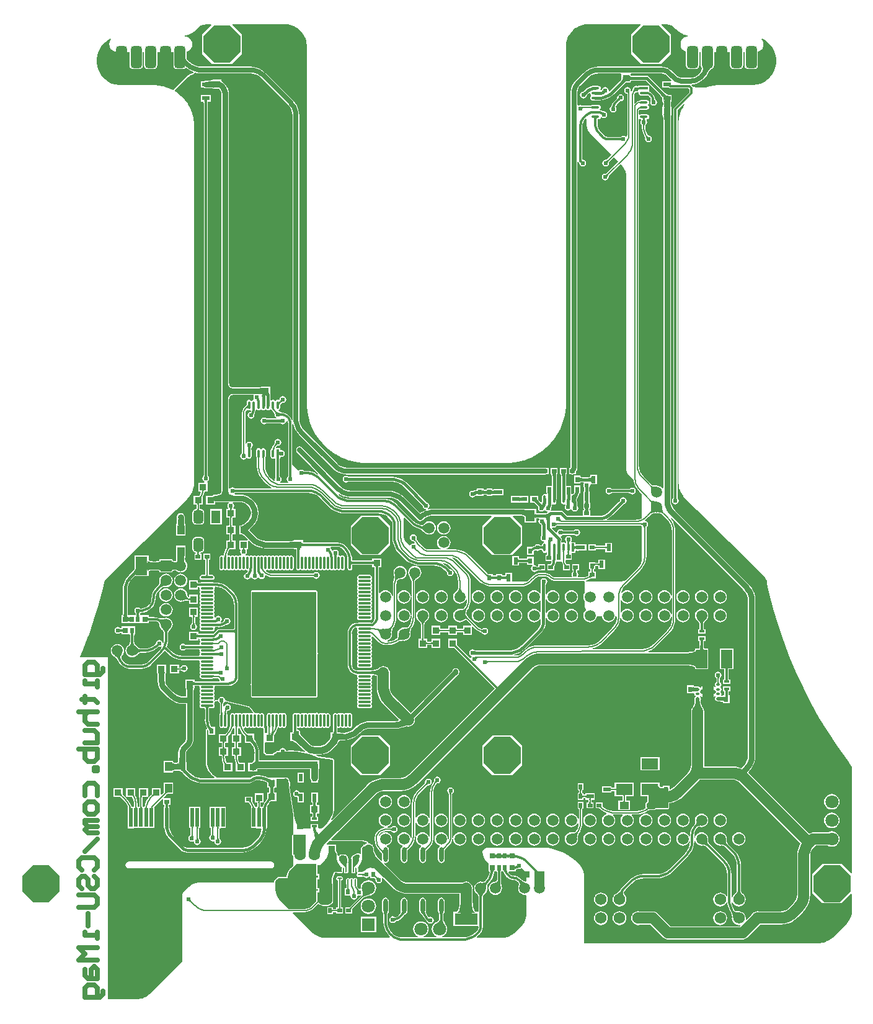
<source format=gbl>
G04*
G04 #@! TF.GenerationSoftware,Altium Limited,Altium Designer,20.1.11 (218)*
G04*
G04 Layer_Physical_Order=2*
G04 Layer_Color=16711680*
%FSLAX25Y25*%
%MOIN*%
G70*
G04*
G04 #@! TF.SameCoordinates,1E5C8DF0-0C21-4807-87EA-DBAC22A10C90*
G04*
G04*
G04 #@! TF.FilePolarity,Positive*
G04*
G01*
G75*
%ADD10C,0.00787*%
%ADD12C,0.00800*%
%ADD15C,0.01200*%
%ADD16R,0.06000X0.05000*%
%ADD17O,0.01299X0.04500*%
%ADD18R,0.01299X0.04500*%
%ADD19R,0.05000X0.06000*%
%ADD20R,0.02362X0.03937*%
%ADD24R,0.02953X0.03150*%
%ADD25R,0.02284X0.03150*%
%ADD26R,0.03500X0.03800*%
%ADD27R,0.03800X0.03500*%
%ADD30R,0.03000X0.02300*%
%ADD31R,0.02500X0.02000*%
%ADD32R,0.02000X0.02500*%
%ADD33O,0.04500X0.01299*%
%ADD34R,0.04500X0.01299*%
%ADD39R,0.02300X0.03000*%
%ADD76C,0.01600*%
%ADD77C,0.02600*%
%ADD79C,0.00600*%
%ADD80C,0.06000*%
%ADD81C,0.03000*%
%ADD83C,0.01500*%
%ADD86C,0.01968*%
%ADD87P,0.21648X8X22.5*%
%ADD88C,0.05906*%
%ADD89R,0.05906X0.05906*%
%ADD90C,0.07087*%
%ADD91R,0.07087X0.07087*%
%ADD92C,0.06299*%
%ADD93C,0.05906*%
G04:AMPARAMS|DCode=94|XSize=118.11mil|YSize=59.06mil|CornerRadius=14.76mil|HoleSize=0mil|Usage=FLASHONLY|Rotation=90.000|XOffset=0mil|YOffset=0mil|HoleType=Round|Shape=RoundedRectangle|*
%AMROUNDEDRECTD94*
21,1,0.11811,0.02953,0,0,90.0*
21,1,0.08858,0.05906,0,0,90.0*
1,1,0.02953,0.01476,0.04429*
1,1,0.02953,0.01476,-0.04429*
1,1,0.02953,-0.01476,-0.04429*
1,1,0.02953,-0.01476,0.04429*
%
%ADD94ROUNDEDRECTD94*%
%ADD95C,0.06200*%
%ADD96C,0.02400*%
%ADD97C,0.02362*%
%ADD98C,0.03600*%
%ADD99C,0.05000*%
%ADD100C,0.01181*%
%ADD101C,0.01968*%
%ADD102R,0.03937X0.02362*%
%ADD103O,0.06900X0.01378*%
%ADD104O,0.01378X0.06900*%
%ADD105R,0.06299X0.10039*%
G04:AMPARAMS|DCode=106|XSize=29.53mil|YSize=9.84mil|CornerRadius=2.46mil|HoleSize=0mil|Usage=FLASHONLY|Rotation=270.000|XOffset=0mil|YOffset=0mil|HoleType=Round|Shape=RoundedRectangle|*
%AMROUNDEDRECTD106*
21,1,0.02953,0.00492,0,0,270.0*
21,1,0.02461,0.00984,0,0,270.0*
1,1,0.00492,-0.00246,-0.01230*
1,1,0.00492,-0.00246,0.01230*
1,1,0.00492,0.00246,0.01230*
1,1,0.00492,0.00246,-0.01230*
%
%ADD106ROUNDEDRECTD106*%
G04:AMPARAMS|DCode=107|XSize=23.62mil|YSize=9.84mil|CornerRadius=2.46mil|HoleSize=0mil|Usage=FLASHONLY|Rotation=90.000|XOffset=0mil|YOffset=0mil|HoleType=Round|Shape=RoundedRectangle|*
%AMROUNDEDRECTD107*
21,1,0.02362,0.00492,0,0,90.0*
21,1,0.01870,0.00984,0,0,90.0*
1,1,0.00492,0.00246,0.00935*
1,1,0.00492,0.00246,-0.00935*
1,1,0.00492,-0.00246,-0.00935*
1,1,0.00492,-0.00246,0.00935*
%
%ADD107ROUNDEDRECTD107*%
G04:AMPARAMS|DCode=108|XSize=23.62mil|YSize=9.84mil|CornerRadius=2.46mil|HoleSize=0mil|Usage=FLASHONLY|Rotation=0.000|XOffset=0mil|YOffset=0mil|HoleType=Round|Shape=RoundedRectangle|*
%AMROUNDEDRECTD108*
21,1,0.02362,0.00492,0,0,0.0*
21,1,0.01870,0.00984,0,0,0.0*
1,1,0.00492,0.00935,-0.00246*
1,1,0.00492,-0.00935,-0.00246*
1,1,0.00492,-0.00935,0.00246*
1,1,0.00492,0.00935,0.00246*
%
%ADD108ROUNDEDRECTD108*%
G04:AMPARAMS|DCode=109|XSize=53.15mil|YSize=9.84mil|CornerRadius=2.46mil|HoleSize=0mil|Usage=FLASHONLY|Rotation=270.000|XOffset=0mil|YOffset=0mil|HoleType=Round|Shape=RoundedRectangle|*
%AMROUNDEDRECTD109*
21,1,0.05315,0.00492,0,0,270.0*
21,1,0.04823,0.00984,0,0,270.0*
1,1,0.00492,-0.00246,-0.02411*
1,1,0.00492,-0.00246,0.02411*
1,1,0.00492,0.00246,0.02411*
1,1,0.00492,0.00246,-0.02411*
%
%ADD109ROUNDEDRECTD109*%
G04:AMPARAMS|DCode=110|XSize=66.93mil|YSize=9.84mil|CornerRadius=2.46mil|HoleSize=0mil|Usage=FLASHONLY|Rotation=270.000|XOffset=0mil|YOffset=0mil|HoleType=Round|Shape=RoundedRectangle|*
%AMROUNDEDRECTD110*
21,1,0.06693,0.00492,0,0,270.0*
21,1,0.06201,0.00984,0,0,270.0*
1,1,0.00492,-0.00246,-0.03100*
1,1,0.00492,-0.00246,0.03100*
1,1,0.00492,0.00246,0.03100*
1,1,0.00492,0.00246,-0.03100*
%
%ADD110ROUNDEDRECTD110*%
%ADD111R,0.00984X0.01575*%
%ADD112R,0.02756X0.01181*%
%ADD113O,0.02362X0.07866*%
%ADD114O,0.02362X0.01181*%
%ADD115R,0.05906X0.06890*%
%ADD116R,0.06000X0.10000*%
%ADD117R,0.01968X0.10236*%
G04:AMPARAMS|DCode=118|XSize=102.36mil|YSize=19.68mil|CornerRadius=4.92mil|HoleSize=0mil|Usage=FLASHONLY|Rotation=90.000|XOffset=0mil|YOffset=0mil|HoleType=Round|Shape=RoundedRectangle|*
%AMROUNDEDRECTD118*
21,1,0.10236,0.00984,0,0,90.0*
21,1,0.09252,0.01968,0,0,90.0*
1,1,0.00984,0.00492,0.04626*
1,1,0.00984,0.00492,-0.04626*
1,1,0.00984,-0.00492,-0.04626*
1,1,0.00984,-0.00492,0.04626*
%
%ADD118ROUNDEDRECTD118*%
%ADD119R,0.02362X0.04134*%
%ADD120R,0.03937X0.04921*%
%ADD121R,0.12402X0.06299*%
%ADD122R,0.09055X0.05906*%
G04:AMPARAMS|DCode=123|XSize=51.18mil|YSize=39.37mil|CornerRadius=0mil|HoleSize=0mil|Usage=FLASHONLY|Rotation=0.000|XOffset=0mil|YOffset=0mil|HoleType=Round|Shape=Octagon|*
%AMOCTAGOND123*
4,1,8,0.02559,-0.00984,0.02559,0.00984,0.01575,0.01968,-0.01575,0.01968,-0.02559,0.00984,-0.02559,-0.00984,-0.01575,-0.01968,0.01575,-0.01968,0.02559,-0.00984,0.0*
%
%ADD123OCTAGOND123*%

%ADD124R,0.05118X0.03937*%
G04:AMPARAMS|DCode=125|XSize=70.87mil|YSize=51.18mil|CornerRadius=12.8mil|HoleSize=0mil|Usage=FLASHONLY|Rotation=270.000|XOffset=0mil|YOffset=0mil|HoleType=Round|Shape=RoundedRectangle|*
%AMROUNDEDRECTD125*
21,1,0.07087,0.02559,0,0,270.0*
21,1,0.04528,0.05118,0,0,270.0*
1,1,0.02559,-0.01280,-0.02264*
1,1,0.02559,-0.01280,0.02264*
1,1,0.02559,0.01280,0.02264*
1,1,0.02559,0.01280,-0.02264*
%
%ADD125ROUNDEDRECTD125*%
%ADD126R,0.05118X0.07087*%
%ADD127R,0.34557X0.56408*%
%ADD128R,0.05399X0.09282*%
%ADD129R,0.07099X0.10500*%
%ADD130R,0.10500X0.11000*%
G36*
X125116Y461340D02*
X126524Y460757D01*
X127790Y459910D01*
X128329Y459372D01*
X128329Y459372D01*
X128793Y458907D01*
X128801Y458902D01*
X128807Y458894D01*
X129236Y458485D01*
X129262Y458469D01*
X129280Y458446D01*
X130196Y457694D01*
X130231Y457676D01*
X130260Y457648D01*
X131245Y456989D01*
X131281Y456974D01*
X131312Y456949D01*
X132357Y456390D01*
X132395Y456379D01*
X132428Y456357D01*
X133522Y455903D01*
X133562Y455896D01*
X133597Y455877D01*
X134730Y455533D01*
X134770Y455529D01*
X134807Y455514D01*
X135190Y455438D01*
X135174Y454931D01*
X134349Y454822D01*
X133342Y454405D01*
X132476Y453741D01*
X131813Y452876D01*
X131395Y451869D01*
X131253Y450787D01*
X131395Y449706D01*
X131813Y448699D01*
X132476Y447833D01*
X133342Y447170D01*
X134201Y446814D01*
Y439510D01*
X134362Y438701D01*
X134820Y438015D01*
X135507Y437556D01*
X136316Y437395D01*
X139269D01*
X140078Y437556D01*
X140765Y438015D01*
X141223Y438701D01*
X141384Y439510D01*
Y446610D01*
X142075D01*
Y439510D01*
X142236Y438701D01*
X142694Y438015D01*
X142843Y437915D01*
X142833Y437831D01*
X142755Y437482D01*
X142434Y436547D01*
X142219Y436042D01*
X141510Y435178D01*
X141440Y435131D01*
X140945Y434636D01*
X140918Y434595D01*
X140039Y433875D01*
X138994Y433316D01*
X137861Y432972D01*
X136730Y432861D01*
X136682Y432870D01*
X131813D01*
X131761Y432860D01*
X131079Y432950D01*
X131016Y432992D01*
X129729Y433525D01*
X129228Y433909D01*
X129199Y433953D01*
X126737Y436415D01*
X126486Y436666D01*
X126486Y436666D01*
X126367Y436746D01*
X126367Y436746D01*
X126274Y436808D01*
X125567Y437389D01*
X124979Y437703D01*
X124761Y437848D01*
X124674Y437865D01*
X124076Y438185D01*
X122459Y438676D01*
X120777Y438841D01*
Y438835D01*
X87374D01*
Y438836D01*
X85523Y438691D01*
X83717Y438257D01*
X82001Y437546D01*
X80417Y436576D01*
X79005Y435370D01*
X79006Y435369D01*
X74702Y431066D01*
X74698Y431070D01*
X73619Y429756D01*
X72818Y428257D01*
X72325Y426631D01*
X72158Y424939D01*
X72165D01*
Y223624D01*
X72169Y223605D01*
X72083Y223174D01*
X72032Y223098D01*
X71272D01*
Y219902D01*
X72272D01*
X72418Y219804D01*
X73120Y219665D01*
X73822Y219804D01*
X73968Y219902D01*
X74968D01*
Y220910D01*
X75192Y221201D01*
X75676Y222370D01*
X75841Y223624D01*
X75835D01*
Y387416D01*
X75917Y387474D01*
X76597Y387349D01*
X76698Y387198D01*
X76698Y387198D01*
X76897Y386780D01*
X76992Y386301D01*
X77388Y385709D01*
X77980Y385313D01*
X78679Y385174D01*
X79377Y385313D01*
X79970Y385709D01*
X80365Y386301D01*
X80504Y387000D01*
X80365Y387699D01*
X79970Y388291D01*
X79377Y388687D01*
X78679Y388826D01*
X78425Y389285D01*
Y406338D01*
X78422Y406350D01*
X78549Y407633D01*
X78927Y408879D01*
X79540Y410026D01*
X80203Y410835D01*
X80704Y410656D01*
Y408000D01*
X80739Y407284D01*
X81018Y405879D01*
X81566Y404556D01*
X82362Y403365D01*
X82843Y402834D01*
X82843Y402834D01*
X94190Y391487D01*
X91711Y389009D01*
X91659Y388989D01*
X91593Y388929D01*
X91542Y388889D01*
X91490Y388855D01*
X91435Y388825D01*
X91378Y388800D01*
X91317Y388779D01*
X91280Y388770D01*
X91000Y388826D01*
X90301Y388687D01*
X89709Y388291D01*
X89313Y387699D01*
X89174Y387000D01*
X89313Y386301D01*
X89709Y385709D01*
X90301Y385313D01*
X91000Y385174D01*
X91699Y385313D01*
X92291Y385709D01*
X92687Y386301D01*
X92826Y387000D01*
X92770Y387280D01*
X92779Y387317D01*
X92800Y387378D01*
X92825Y387436D01*
X92854Y387490D01*
X92889Y387542D01*
X92929Y387593D01*
X92989Y387659D01*
X93009Y387711D01*
X95487Y390190D01*
X97840Y387837D01*
X91511Y381509D01*
X91459Y381489D01*
X91394Y381429D01*
X91342Y381389D01*
X91290Y381355D01*
X91236Y381325D01*
X91178Y381300D01*
X91117Y381279D01*
X91080Y381270D01*
X90800Y381326D01*
X90101Y381187D01*
X89509Y380791D01*
X89113Y380199D01*
X88974Y379500D01*
X89113Y378801D01*
X89509Y378209D01*
X90101Y377813D01*
X90800Y377674D01*
X91499Y377813D01*
X92091Y378209D01*
X92487Y378801D01*
X92626Y379500D01*
X92570Y379780D01*
X92579Y379817D01*
X92600Y379878D01*
X92625Y379936D01*
X92655Y379990D01*
X92689Y380042D01*
X92729Y380093D01*
X92790Y380159D01*
X92809Y380211D01*
X99138Y386540D01*
X99768Y385910D01*
X100862Y384272D01*
X101616Y382452D01*
X102000Y380520D01*
Y379535D01*
Y221725D01*
X102266Y221083D01*
X102812Y220266D01*
X103142Y219902D01*
X106064Y216980D01*
X106100Y216521D01*
X106497Y214868D01*
X107147Y213298D01*
X108036Y211848D01*
X109140Y210556D01*
X109152Y210568D01*
X110407Y209313D01*
Y208494D01*
Y196222D01*
X110002Y196006D01*
X108278Y195482D01*
X106517Y195309D01*
X106484Y195316D01*
X91753D01*
X91656Y195806D01*
X91993Y195946D01*
X93441Y196833D01*
X94732Y197936D01*
X94726Y197941D01*
X96688Y199903D01*
D01*
X100268Y203483D01*
X100306Y203498D01*
X100399Y203591D01*
X100601Y203784D01*
X101199Y203903D01*
X101791Y204298D01*
X102187Y204891D01*
X102326Y205589D01*
X102187Y206288D01*
X102074Y206457D01*
X101791Y206880D01*
X101199Y207276D01*
X100500Y207415D01*
X99801Y207276D01*
X99209Y206880D01*
X98813Y206288D01*
X98700Y205720D01*
X98390Y205376D01*
X98379Y205343D01*
X98048Y205012D01*
X92852Y199816D01*
X92823Y199773D01*
X91623Y198788D01*
X90210Y198033D01*
X88676Y197568D01*
X87131Y197415D01*
X87081Y197425D01*
X82858D01*
Y200515D01*
X82377D01*
X82170Y200989D01*
X82254Y201160D01*
X82433Y201402D01*
X82608D01*
Y204598D01*
X82477D01*
X82323Y204936D01*
X82539Y205378D01*
X82539D01*
Y210512D01*
X82163D01*
X82156Y210548D01*
X82104Y211222D01*
X82101Y211508D01*
X82085Y211545D01*
Y212334D01*
X82101Y212372D01*
X82101Y212504D01*
X82108Y212783D01*
X82446Y213290D01*
X82586Y213988D01*
X82585Y213989D01*
X83007Y214433D01*
X86279D01*
Y219567D01*
X82721D01*
Y218500D01*
X82696Y218485D01*
X82590Y218442D01*
X82439Y218402D01*
X82243Y218369D01*
X82007Y218349D01*
X81717Y218341D01*
X81682Y218325D01*
X78547D01*
X78511Y218341D01*
X78222Y218348D01*
X77982Y218366D01*
X77782Y218394D01*
X77626Y218430D01*
X77516Y218469D01*
X77509Y218473D01*
Y219098D01*
X74013D01*
Y214902D01*
X77509D01*
Y215527D01*
X77516Y215531D01*
X77626Y215569D01*
X77783Y215606D01*
X77982Y215634D01*
X78222Y215652D01*
X78511Y215659D01*
X78547Y215674D01*
X79229D01*
X79399Y215175D01*
X79073Y214687D01*
X78934Y213988D01*
X79073Y213290D01*
X79395Y212808D01*
X79419Y212345D01*
X79434Y212314D01*
Y211545D01*
X79419Y211508D01*
X79415Y211216D01*
X79387Y210734D01*
X79366Y210561D01*
X79356Y210512D01*
X78980D01*
Y205378D01*
X79046D01*
X79197Y205040D01*
X78911Y204598D01*
X78911D01*
Y201402D01*
X79111D01*
X79347Y200984D01*
X79143Y200515D01*
X78661D01*
Y197425D01*
X70299D01*
X67937Y199787D01*
X67507Y200074D01*
X67000Y200175D01*
X61766D01*
X61498Y200675D01*
X61693Y200966D01*
X61831Y201664D01*
X61760Y202022D01*
X61786Y202090D01*
X61910Y202389D01*
X61915Y202430D01*
X61942Y202500D01*
X61939Y202607D01*
X62037Y203351D01*
X62037D01*
X62170Y203565D01*
X62747Y203713D01*
X62777Y203693D01*
X63264Y203596D01*
X63751Y203693D01*
X64164Y203968D01*
X64439Y204381D01*
X64536Y204868D01*
Y206202D01*
X64589Y206469D01*
Y218861D01*
X64605Y218896D01*
X64622Y219455D01*
X64641Y219664D01*
X64666Y219837D01*
X64681Y219902D01*
X65112D01*
Y223098D01*
X61415D01*
Y219902D01*
X61847D01*
X61861Y219837D01*
X61886Y219670D01*
X61918Y219194D01*
X61923Y218904D01*
X61938Y218868D01*
Y213548D01*
X59106D01*
Y209852D01*
X59317D01*
X59349Y209346D01*
X58913Y209097D01*
X58862Y209091D01*
X58633Y209244D01*
X58146Y209341D01*
X57659Y209244D01*
X57246Y208969D01*
X56970Y208556D01*
X56873Y208069D01*
Y206735D01*
X56820Y206469D01*
Y205637D01*
X56827Y205600D01*
X56753Y205034D01*
X56694Y204853D01*
X56207Y204737D01*
X55629Y205315D01*
X55616Y205350D01*
X55011Y205999D01*
X54798Y206262D01*
X54699Y206402D01*
Y208217D01*
X50503D01*
Y204720D01*
X52276D01*
X52312Y204700D01*
X52527Y204551D01*
X53063Y204099D01*
X53363Y203809D01*
X53400Y203795D01*
X54821Y202374D01*
X54813Y202363D01*
X54674Y201664D01*
X54813Y200966D01*
X55209Y200373D01*
X55801Y199978D01*
X56500Y199839D01*
X57199Y199978D01*
X57791Y200373D01*
X57952Y200615D01*
X58553D01*
X58715Y200373D01*
X59307Y199978D01*
X59752Y199889D01*
X59811Y199787D01*
X59865Y199357D01*
X59792Y199307D01*
X59574Y199184D01*
X59347Y199080D01*
X59113Y198995D01*
X58869Y198928D01*
X58615Y198880D01*
X58350Y198851D01*
X58055Y198841D01*
X58022Y198826D01*
X54637D01*
X54602Y198841D01*
X54315Y198849D01*
X54080Y198869D01*
X53887Y198901D01*
X53737Y198942D01*
X53633Y198985D01*
X53598Y199006D01*
Y201098D01*
X47597D01*
X47387Y201162D01*
X46185Y201281D01*
X46185Y201281D01*
X45839Y201315D01*
X45774Y201323D01*
X45704Y201328D01*
Y201328D01*
X45690Y201322D01*
X-1693D01*
Y201323D01*
X-3545Y201177D01*
X-4419Y200967D01*
X-4623Y201433D01*
X-4209Y201709D01*
X-3813Y202301D01*
X-3674Y203000D01*
X-3813Y203699D01*
X-4209Y204291D01*
X-4801Y204687D01*
X-5369Y204800D01*
X-5714Y205110D01*
X-5747Y205121D01*
X-15756Y215131D01*
X-15750Y215138D01*
X-17102Y216293D01*
X-18619Y217222D01*
X-20262Y217903D01*
X-21992Y218318D01*
X-23765Y218458D01*
Y218448D01*
X-46846D01*
X-46884Y218464D01*
X-47016Y218464D01*
X-47295Y218471D01*
X-47801Y218809D01*
X-48500Y218948D01*
X-49199Y218809D01*
X-49791Y218414D01*
X-50187Y217821D01*
X-50326Y217123D01*
X-50187Y216424D01*
X-49791Y215832D01*
X-49199Y215436D01*
X-48500Y215297D01*
X-47801Y215436D01*
X-47320Y215758D01*
X-46857Y215782D01*
X-46826Y215797D01*
X-23765D01*
X-23707Y215809D01*
X-22069Y215648D01*
X-20439Y215153D01*
X-18936Y214350D01*
X-17664Y213306D01*
X-17631Y213257D01*
X-7607Y203232D01*
X-7591Y203194D01*
X-7498Y203101D01*
X-7305Y202899D01*
X-7187Y202301D01*
X-6791Y201709D01*
X-6199Y201313D01*
X-5579Y201190D01*
X-5483Y200938D01*
X-5465Y200696D01*
X-7067Y200033D01*
X-8650Y199062D01*
X-8663Y199052D01*
X-17112Y207501D01*
X-17111Y207502D01*
X-18524Y208708D01*
X-20108Y209679D01*
X-21823Y210389D01*
X-23629Y210823D01*
X-25481Y210969D01*
Y210968D01*
X-45792D01*
X-45875Y210951D01*
X-47385Y211100D01*
X-48916Y211564D01*
X-50327Y212319D01*
X-51500Y213281D01*
X-51547Y213351D01*
X-71631Y233435D01*
X-71721Y233567D01*
X-71803Y233694D01*
X-71804Y233702D01*
X-71919Y233878D01*
X-72182Y234268D01*
X-72202Y234298D01*
X-72798Y234696D01*
X-73500Y234835D01*
X-74202Y234696D01*
X-74798Y234298D01*
X-75196Y233702D01*
X-75335Y233000D01*
X-75349D01*
X-75155Y232023D01*
X-74602Y231196D01*
X-74592Y231205D01*
X-63501Y220115D01*
X-63813Y219719D01*
X-64958Y220421D01*
X-66572Y221089D01*
X-68271Y221497D01*
X-70012Y221634D01*
Y221621D01*
X-70749D01*
X-70791Y221641D01*
X-71022Y221650D01*
X-71101Y221658D01*
X-71173Y221670D01*
X-71204Y221677D01*
X-71280Y221791D01*
X-71872Y222187D01*
X-72571Y222326D01*
X-73270Y222187D01*
X-73862Y221791D01*
X-74345Y221743D01*
X-77491Y224889D01*
Y246685D01*
X-76991Y246744D01*
X-76757Y245769D01*
X-76046Y244053D01*
X-75076Y242470D01*
X-73870Y241057D01*
X-73869Y241058D01*
X-55942Y223131D01*
X-55943Y223130D01*
X-54530Y221924D01*
X-52947Y220954D01*
X-51231Y220243D01*
X-49425Y219809D01*
X-47573Y219664D01*
Y219665D01*
X58444D01*
X59146Y219804D01*
X59291Y219902D01*
X60292D01*
Y223098D01*
X59291D01*
X59146Y223196D01*
X58444Y223335D01*
X-47573D01*
X-47656Y223319D01*
X-49171Y223468D01*
X-50707Y223934D01*
X-52123Y224691D01*
X-53299Y225656D01*
X-53346Y225727D01*
X-71273Y243654D01*
X-71344Y243701D01*
X-72309Y244877D01*
X-73066Y246293D01*
X-73532Y247829D01*
X-73681Y249344D01*
X-73665Y249427D01*
Y412358D01*
X-73664D01*
X-73809Y414210D01*
X-74243Y416015D01*
X-74954Y417732D01*
X-75924Y419315D01*
X-77130Y420727D01*
X-77131Y420727D01*
X-77131Y420727D01*
X-91773Y435369D01*
X-91773Y435370D01*
X-93185Y436576D01*
X-94769Y437546D01*
X-96485Y438257D01*
X-98290Y438691D01*
X-100142Y438836D01*
Y438835D01*
X-126714D01*
X-126797Y438819D01*
X-128311Y438968D01*
X-129848Y439434D01*
X-131263Y440191D01*
X-132440Y441156D01*
X-132487Y441227D01*
X-132610Y441350D01*
X-132616Y441364D01*
X-133555Y442326D01*
X-134147Y442987D01*
X-134203Y443059D01*
Y446814D01*
X-133344Y447170D01*
X-132479Y447833D01*
X-131815Y448699D01*
X-131398Y449706D01*
X-131256Y450787D01*
X-131398Y451869D01*
X-131815Y452876D01*
X-132479Y453741D01*
X-133344Y454405D01*
X-134352Y454822D01*
X-135176Y454931D01*
X-135193Y455438D01*
X-134809Y455514D01*
X-134773Y455529D01*
X-134733Y455533D01*
X-133599Y455877D01*
X-133564Y455896D01*
X-133525Y455903D01*
X-132431Y456357D01*
X-132398Y456379D01*
X-132360Y456390D01*
X-131315Y456949D01*
X-131284Y456974D01*
X-131247Y456989D01*
X-130262Y457648D01*
X-130234Y457676D01*
X-130199Y457694D01*
X-129283Y458446D01*
X-129264Y458469D01*
X-129239Y458485D01*
X-128810Y458894D01*
X-128804Y458902D01*
X-128796Y458907D01*
X-128331Y459372D01*
X-128331Y459372D01*
X-127793Y459910D01*
X-126526Y460757D01*
X-125119Y461340D01*
X-123625Y461637D01*
X-121111D01*
X-120904Y461137D01*
X-125954Y456087D01*
Y445488D01*
X-120655Y440189D01*
X-110056D01*
X-104757Y445488D01*
Y456087D01*
X-109807Y461137D01*
X-109600Y461637D01*
X-80845D01*
X-79744Y461528D01*
X-78658Y461312D01*
X-77598Y460991D01*
X-76575Y460567D01*
X-75599Y460045D01*
X-74678Y459430D01*
X-73822Y458728D01*
X-73431Y458336D01*
X-73002Y457907D01*
X-73002Y457907D01*
X-72611Y457516D01*
X-71908Y456660D01*
X-71293Y455739D01*
X-70771Y454763D01*
X-70348Y453740D01*
X-70026Y452681D01*
X-69810Y451595D01*
X-69702Y450493D01*
Y449939D01*
X-69722Y258055D01*
X-69720Y258045D01*
X-69721Y258035D01*
X-69684Y256494D01*
X-69677Y256465D01*
X-69680Y256435D01*
X-69378Y253368D01*
X-69366Y253330D01*
Y253290D01*
X-68765Y250267D01*
X-68750Y250231D01*
X-68746Y250191D01*
X-67851Y247242D01*
X-67832Y247207D01*
X-67825Y247168D01*
X-66645Y244320D01*
X-66623Y244287D01*
X-66612Y244249D01*
X-65159Y241531D01*
X-65134Y241500D01*
X-65118Y241464D01*
X-63406Y238901D01*
X-63378Y238873D01*
X-63359Y238838D01*
X-61404Y236455D01*
X-61373Y236430D01*
X-61351Y236397D01*
X-59172Y234218D01*
X-59139Y234196D01*
X-59114Y234165D01*
X-56731Y232210D01*
X-56696Y232191D01*
X-56668Y232163D01*
X-54106Y230451D01*
X-54069Y230435D01*
X-54038Y230410D01*
X-51320Y228957D01*
X-51282Y228946D01*
X-51249Y228924D01*
X-48401Y227744D01*
X-48362Y227736D01*
X-48327Y227718D01*
X-45378Y226823D01*
X-45338Y226819D01*
X-45302Y226804D01*
X-42279Y226203D01*
X-42239D01*
X-42201Y226191D01*
X-39134Y225889D01*
X-39104Y225892D01*
X-39075Y225886D01*
X-37534Y225848D01*
X-37524Y225849D01*
X-37514Y225847D01*
X37512D01*
X37521Y225849D01*
X37531Y225848D01*
X39072Y225886D01*
X39101Y225892D01*
X39131Y225889D01*
X42198Y226191D01*
X42236Y226203D01*
X42276D01*
X45299Y226804D01*
X45336Y226819D01*
X45375Y226823D01*
X48324Y227718D01*
X48360Y227736D01*
X48399Y227744D01*
X51246Y228924D01*
X51279Y228946D01*
X51317Y228957D01*
X54035Y230410D01*
X54066Y230435D01*
X54103Y230451D01*
X56665Y232163D01*
X56693Y232191D01*
X56729Y232210D01*
X59111Y234165D01*
X59136Y234196D01*
X59169Y234218D01*
X61348Y236397D01*
X61370Y236430D01*
X61401Y236455D01*
X63356Y238838D01*
X63375Y238873D01*
X63403Y238901D01*
X65116Y241464D01*
X65131Y241500D01*
X65156Y241531D01*
X66609Y244249D01*
X66620Y244287D01*
X66643Y244320D01*
X67822Y247168D01*
X67830Y247207D01*
X67848Y247242D01*
X68743Y250191D01*
X68747Y250231D01*
X68762Y250267D01*
X69363Y253290D01*
Y253330D01*
X69375Y253368D01*
X69677Y256435D01*
X69674Y256470D01*
X69681Y256504D01*
X69699Y258025D01*
X69698Y258030D01*
X69699Y258035D01*
Y449939D01*
Y450493D01*
X69808Y451595D01*
X70024Y452681D01*
X70345Y453740D01*
X70769Y454763D01*
X71290Y455739D01*
X71906Y456660D01*
X72608Y457516D01*
X72999Y457907D01*
X73428Y458336D01*
X73428Y458336D01*
X73820Y458728D01*
X74676Y459430D01*
X75596Y460045D01*
X76573Y460567D01*
X77596Y460991D01*
X78655Y461312D01*
X79741Y461528D01*
X80843Y461637D01*
X109598D01*
X109805Y461137D01*
X104754Y456087D01*
Y445488D01*
X110054Y440189D01*
X120652D01*
X125951Y445488D01*
Y456087D01*
X120901Y461137D01*
X121108Y461637D01*
X123622D01*
X125116Y461340D01*
D02*
G37*
G36*
X-134837Y443033D02*
X-134782Y442934D01*
X-134690Y442802D01*
X-134561Y442639D01*
X-133950Y441956D01*
X-133003Y440986D01*
X-134704Y439010D01*
X-134752Y439055D01*
X-134795Y439089D01*
X-134833Y439114D01*
X-134867Y439127D01*
X-134895Y439130D01*
X-134919Y439123D01*
X-134937Y439105D01*
X-134951Y439076D01*
X-134960Y439037D01*
X-134964Y438987D01*
X-134854Y443100D01*
X-134837Y443033D01*
D02*
G37*
G36*
X176313Y453227D02*
X177994Y452006D01*
X179463Y450537D01*
X180684Y448856D01*
X181627Y447006D01*
X182269Y445030D01*
X182594Y442978D01*
Y440901D01*
X182269Y438849D01*
X181627Y436873D01*
X180684Y435023D01*
X179463Y433342D01*
X177994Y431873D01*
X176313Y430652D01*
X174462Y429709D01*
X172487Y429067D01*
X170435Y428742D01*
X150896D01*
X150864Y428736D01*
X150832Y428740D01*
X149504Y428633D01*
X149467Y428622D01*
X149429Y428623D01*
X146808Y428158D01*
X146760Y428139D01*
X146709Y428134D01*
X145131Y427641D01*
X140043D01*
X138111Y428026D01*
X137546Y428260D01*
X137080Y428725D01*
X137267Y429246D01*
X138576Y429375D01*
X140398Y429928D01*
X142077Y430825D01*
X143548Y432033D01*
X143548Y432033D01*
X143549Y432033D01*
X143548Y432049D01*
X144035Y432536D01*
X144036Y432535D01*
X145243Y433947D01*
X146100Y435347D01*
X146142Y435385D01*
X146206Y435519D01*
X146213Y435531D01*
X146224Y435559D01*
X146326Y435773D01*
X146510Y436118D01*
X146699Y436431D01*
X146891Y436710D01*
X147087Y436957D01*
X147285Y437172D01*
X147484Y437355D01*
X147674Y437500D01*
X147952Y437556D01*
X148639Y438015D01*
X149097Y438701D01*
X149258Y439510D01*
Y446610D01*
X157823D01*
Y439510D01*
X157984Y438701D01*
X158442Y438015D01*
X159129Y437556D01*
X159938Y437395D01*
X162891D01*
X163700Y437556D01*
X164387Y438015D01*
X164845Y438701D01*
X165006Y439510D01*
Y446610D01*
X165697D01*
Y439510D01*
X165858Y438701D01*
X166316Y438015D01*
X167003Y437556D01*
X167812Y437395D01*
X170765D01*
X171574Y437556D01*
X172261Y438015D01*
X172719Y438701D01*
X172880Y439510D01*
Y446814D01*
X173740Y447170D01*
X174605Y447833D01*
X175269Y448699D01*
X175686Y449706D01*
X175828Y450787D01*
X175686Y451869D01*
X175269Y452876D01*
X174863Y453404D01*
X175191Y453798D01*
X176313Y453227D01*
D02*
G37*
G36*
X147881Y438231D02*
X147626Y438108D01*
X147377Y437955D01*
X147136Y437770D01*
X146902Y437555D01*
X146675Y437309D01*
X146456Y437032D01*
X146244Y436724D01*
X146040Y436386D01*
X145843Y436017D01*
X145653Y435616D01*
X142694Y435776D01*
X142939Y436352D01*
X143276Y437335D01*
X143368Y437740D01*
X143407Y438089D01*
X143396Y438381D01*
X143334Y438616D01*
X143220Y438795D01*
X143054Y438916D01*
X142838Y438980D01*
X147881Y438231D01*
D02*
G37*
G36*
X103892Y433948D02*
X103940Y433812D01*
X104021Y433692D01*
X104134Y433588D01*
X104279Y433500D01*
X104456Y433428D01*
X104666Y433372D01*
X104908Y433332D01*
X105182Y433308D01*
X105488Y433300D01*
Y431700D01*
X105182Y431692D01*
X104908Y431668D01*
X104666Y431628D01*
X104456Y431572D01*
X104279Y431500D01*
X104134Y431412D01*
X104021Y431308D01*
X103940Y431188D01*
X103892Y431052D01*
X103876Y430900D01*
Y434100D01*
X103892Y433948D01*
D02*
G37*
G36*
X102525Y430774D02*
X102395Y430857D01*
X102243Y430895D01*
X102070Y430891D01*
X101876Y430842D01*
X101661Y430749D01*
X101424Y430613D01*
X101165Y430433D01*
X100886Y430209D01*
X100262Y429631D01*
X98981Y430612D01*
X99305Y430948D01*
X99814Y431547D01*
X99999Y431809D01*
X100137Y432048D01*
X100228Y432262D01*
X100272Y432452D01*
X100269Y432617D01*
X100220Y432758D01*
X100124Y432875D01*
X102525Y430774D01*
D02*
G37*
G36*
X125941Y429326D02*
X125976Y429226D01*
X126035Y429137D01*
X126118Y429060D01*
X126224Y428995D01*
X126354Y428942D01*
X126508Y428901D01*
X126685Y428871D01*
X126886Y428854D01*
X127110Y428848D01*
Y427667D01*
X126886Y427671D01*
X126508Y427703D01*
X126354Y427731D01*
X126224Y427768D01*
X126118Y427812D01*
X126035Y427865D01*
X125976Y427925D01*
X125941Y427994D01*
X125929Y428071D01*
Y429438D01*
X125941Y429326D01*
D02*
G37*
G36*
X109246Y426540D02*
X109238Y426581D01*
X109215Y426617D01*
X109175Y426646D01*
X109120Y426668D01*
X109048Y426684D01*
X108961Y426694D01*
X108888Y426696D01*
X108834Y426670D01*
X108751Y426615D01*
X108673Y426548D01*
X108602Y426470D01*
X108537Y426380D01*
X108478Y426279D01*
X108425Y426166D01*
X107806Y427728D01*
X107909Y427685D01*
X108015Y427648D01*
X108122Y427617D01*
X108231Y427591D01*
X108341Y427571D01*
X108454Y427557D01*
X108684Y427545D01*
X108802Y427549D01*
X108816Y427550D01*
X108857Y427558D01*
X108960Y427586D01*
X109048Y427618D01*
X109119Y427652D01*
X109175Y427689D01*
X109214Y427728D01*
X109238Y427770D01*
X109246Y427815D01*
Y426540D01*
D02*
G37*
G36*
X-119738Y427352D02*
X-119768Y427426D01*
X-119858Y427492D01*
X-120008Y427550D01*
X-120218Y427600D01*
X-120488Y427643D01*
X-121208Y427705D01*
X-122168Y427736D01*
X-122738Y427740D01*
Y430740D01*
X-122168Y430744D01*
X-120218Y430880D01*
X-120008Y430930D01*
X-119858Y430989D01*
X-119768Y431054D01*
X-119738Y431128D01*
Y427352D01*
D02*
G37*
G36*
X83423Y427675D02*
X83408Y427637D01*
X86431Y426539D01*
X86201Y426597D01*
X85931Y426618D01*
X85620Y426603D01*
X85269Y426551D01*
X84878Y426462D01*
X84446Y426337D01*
X83461Y425977D01*
X82315Y425471D01*
X82052Y427158D01*
X82338Y427292D01*
X83353Y427693D01*
X83405Y427694D01*
X83423Y427675D01*
D02*
G37*
G36*
X-174866Y453404D02*
X-175271Y452876D01*
X-175689Y451869D01*
X-175831Y450787D01*
X-175689Y449706D01*
X-175271Y448699D01*
X-174608Y447833D01*
X-173742Y447170D01*
X-172735Y446752D01*
X-171653Y446610D01*
X-165009D01*
Y439510D01*
X-164848Y438701D01*
X-164390Y438015D01*
X-163703Y437556D01*
X-162894Y437395D01*
X-159941D01*
X-159131Y437556D01*
X-158445Y438015D01*
X-157986Y438701D01*
X-157826Y439510D01*
Y446610D01*
X-157135D01*
Y439510D01*
X-156974Y438701D01*
X-156516Y438015D01*
X-155829Y437556D01*
X-155020Y437395D01*
X-152067D01*
X-151257Y437556D01*
X-150571Y438015D01*
X-150112Y438701D01*
X-149952Y439510D01*
Y446610D01*
X-141387D01*
Y439510D01*
X-141226Y438701D01*
X-140768Y438015D01*
X-140081Y437556D01*
X-139272Y437395D01*
X-136319D01*
X-135509Y437556D01*
X-134823Y438015D01*
X-134426Y438069D01*
X-133671Y437424D01*
X-132087Y436454D01*
X-130669Y435866D01*
X-130720Y435346D01*
X-131252Y435240D01*
X-132345Y434787D01*
X-133329Y434130D01*
X-133768Y433732D01*
X-141433Y426067D01*
X-141565Y426149D01*
X-141613Y426167D01*
X-141655Y426197D01*
X-144075Y427305D01*
X-144125Y427317D01*
X-144170Y427341D01*
X-146711Y428134D01*
X-146762Y428139D01*
X-146810Y428158D01*
X-149431Y428623D01*
X-149470Y428622D01*
X-149507Y428633D01*
X-150835Y428740D01*
X-150867Y428736D01*
X-150899Y428742D01*
X-170438D01*
X-172489Y429067D01*
X-174465Y429709D01*
X-176316Y430652D01*
X-177996Y431873D01*
X-179465Y433342D01*
X-180686Y435023D01*
X-181629Y436873D01*
X-182271Y438849D01*
X-182596Y440901D01*
Y442978D01*
X-182271Y445030D01*
X-181629Y447005D01*
X-180686Y448856D01*
X-179465Y450537D01*
X-177996Y452006D01*
X-176316Y453227D01*
X-175194Y453798D01*
X-174866Y453404D01*
D02*
G37*
G36*
X107178Y425439D02*
X107053Y425449D01*
X106935Y425447D01*
X106825Y425434D01*
X106723Y425410D01*
X106628Y425374D01*
X106540Y425327D01*
X106461Y425269D01*
X106389Y425200D01*
X106324Y425119D01*
X106267Y425027D01*
X105731Y425687D01*
X105796Y425790D01*
X105909Y425999D01*
X105957Y426104D01*
X106036Y426316D01*
X106067Y426423D01*
X106111Y426639D01*
X106124Y426748D01*
X107178Y425439D01*
D02*
G37*
G36*
X90636Y424811D02*
X90009Y424440D01*
X88965Y425717D01*
X89084Y425768D01*
X89368Y425909D01*
X89438Y425952D01*
X89496Y425994D01*
X89542Y426033D01*
X89576Y426071D01*
X89598Y426107D01*
X89608Y426141D01*
X90636Y424811D01*
D02*
G37*
G36*
X103833Y425510D02*
X103818Y425444D01*
X103807Y425371D01*
X103801Y425291D01*
X103799Y425205D01*
X103808Y425012D01*
X103819Y424906D01*
X103854Y424672D01*
X103099Y424219D01*
X103091Y424322D01*
X103074Y424416D01*
X103048Y424499D01*
X103014Y424573D01*
X102970Y424637D01*
X102918Y424690D01*
X102857Y424734D01*
X102786Y424768D01*
X102707Y424792D01*
X102619Y424805D01*
X103852Y425569D01*
X103833Y425510D01*
D02*
G37*
G36*
X113625Y425156D02*
X113715Y425134D01*
X113832Y425096D01*
X114149Y424969D01*
X114577Y424777D01*
X114271Y423582D01*
X113937Y423731D01*
X113337Y423956D01*
X113072Y424032D01*
X112829Y424084D01*
X112608Y424112D01*
X112411Y424115D01*
X112236Y424094D01*
X112084Y424049D01*
X111955Y423980D01*
X113544Y425078D01*
X113523Y425122D01*
X113530Y425150D01*
X113564Y425161D01*
X113625Y425156D01*
D02*
G37*
G36*
X80707Y424076D02*
X80200Y423512D01*
X79012Y424700D01*
X79028Y424705D01*
X79053Y424720D01*
X79086Y424745D01*
X79181Y424826D01*
X79479Y425111D01*
X79576Y425207D01*
X80707Y424076D01*
D02*
G37*
G36*
X122640Y424235D02*
X123685Y423357D01*
X123981Y423162D01*
X124251Y423016D01*
X124494Y422918D01*
X124711Y422869D01*
X124902Y422868D01*
X125066Y422917D01*
X122028Y421454D01*
X122152Y421542D01*
X122224Y421661D01*
X122242Y421810D01*
X122208Y421990D01*
X122120Y422201D01*
X121979Y422443D01*
X121785Y422715D01*
X121538Y423018D01*
X120885Y423716D01*
X122238Y424625D01*
X122640Y424235D01*
D02*
G37*
G36*
X117016Y421618D02*
X117151Y421176D01*
X117184Y421093D01*
X117218Y421022D01*
X117252Y420962D01*
X117286Y420914D01*
X117320Y420877D01*
X117223Y420874D01*
X117225Y420871D01*
X117266Y420806D01*
X117309Y420752D01*
X117355Y420709D01*
X117404Y420678D01*
X115798Y420185D01*
X115834Y420262D01*
X115863Y420349D01*
X115885Y420444D01*
X115900Y420548D01*
X115908Y420661D01*
X115908Y420784D01*
X115905Y420843D01*
X115640Y420837D01*
X115694Y420900D01*
X115738Y420969D01*
X115773Y421045D01*
X115798Y421126D01*
X115813Y421213D01*
X115819Y421305D01*
X115814Y421404D01*
X115801Y421509D01*
X115777Y421619D01*
X115744Y421736D01*
X116982Y421757D01*
X117016Y421618D01*
D02*
G37*
G36*
X109635Y418899D02*
X109545Y418957D01*
X109364Y419053D01*
X109272Y419092D01*
X109181Y419125D01*
X109089Y419152D01*
X108997Y419173D01*
X108904Y419188D01*
X108811Y419197D01*
X108718Y419200D01*
Y419800D01*
X108811Y419803D01*
X108904Y419812D01*
X108997Y419827D01*
X109089Y419848D01*
X109181Y419875D01*
X109272Y419908D01*
X109364Y419947D01*
X109455Y419992D01*
X109545Y420044D01*
X109635Y420101D01*
Y418899D01*
D02*
G37*
G36*
X87374Y435165D02*
X99133D01*
X99502Y434848D01*
Y432043D01*
X99386Y431878D01*
X98904Y431312D01*
X98592Y430988D01*
X98579Y430958D01*
X98551Y430941D01*
X98545Y430920D01*
X93469Y425843D01*
X93436Y425794D01*
X93028Y425459D01*
X92572Y425732D01*
X92626Y426000D01*
X92487Y426699D01*
X92091Y427291D01*
X91499Y427687D01*
X90800Y427826D01*
X90101Y427687D01*
X89509Y427291D01*
X89113Y426699D01*
X89045Y426353D01*
X88954Y426308D01*
X88451Y426099D01*
X88239Y426299D01*
X88139Y426532D01*
X88244Y426690D01*
X88341Y427177D01*
X88244Y427664D01*
X87969Y428077D01*
X87556Y428353D01*
X87069Y428450D01*
X85735D01*
X85469Y428503D01*
Y428516D01*
X84794Y428450D01*
X83868D01*
X83381Y428353D01*
X83138Y428190D01*
X82504Y427940D01*
X82377Y427901D01*
X82293Y427856D01*
X82139Y427795D01*
X82126Y427783D01*
X82109Y427782D01*
X81823Y427649D01*
X81744Y427563D01*
X80981Y427155D01*
X79757Y426150D01*
X79757Y426150D01*
X79413Y425787D01*
X79232Y425607D01*
X79194Y425591D01*
X79101Y425498D01*
X78899Y425306D01*
X78301Y425187D01*
X77709Y424791D01*
X77313Y424199D01*
X77174Y423500D01*
X77313Y422801D01*
X77709Y422209D01*
X78301Y421813D01*
X79000Y421674D01*
X79699Y421813D01*
X80291Y422209D01*
X80687Y422801D01*
X80800Y423369D01*
X81110Y423714D01*
X81121Y423747D01*
X81641Y424266D01*
X82011Y424578D01*
X82144Y424680D01*
X82238Y424668D01*
X82661Y424446D01*
X82724Y424131D01*
X83000Y423718D01*
X83196Y423587D01*
X83179Y423018D01*
X82968Y422877D01*
X82692Y422464D01*
X82596Y421977D01*
X82692Y421490D01*
X82968Y421077D01*
X83381Y420802D01*
X83868Y420705D01*
X85202D01*
X85469Y420652D01*
X87335D01*
Y420642D01*
X89108Y420782D01*
X90838Y421197D01*
X92481Y421878D01*
X93998Y422807D01*
X95350Y423962D01*
X95343Y423969D01*
X100596Y429221D01*
X100630Y429234D01*
X101239Y429799D01*
X101489Y429999D01*
X101708Y430152D01*
X104498D01*
Y431000D01*
X104523Y431015D01*
X104629Y431058D01*
X104780Y431098D01*
X104975Y431131D01*
X105212Y431151D01*
X105502Y431159D01*
X105537Y431175D01*
X112683D01*
X120433Y423424D01*
X120435Y423415D01*
X120459Y423399D01*
X120476Y423382D01*
X120489Y423347D01*
X121130Y422662D01*
X121354Y422387D01*
X121405Y422315D01*
Y419980D01*
X121782D01*
X121820Y419773D01*
X121905Y418479D01*
X121897Y418240D01*
X121838Y417554D01*
X121806Y417348D01*
X121474D01*
Y412652D01*
X121799D01*
X121927Y410811D01*
X121931Y410258D01*
X121933Y410254D01*
Y212428D01*
X121433Y212259D01*
X121033Y212781D01*
X120291Y213350D01*
X119427Y213708D01*
X118500Y213830D01*
X117874Y213747D01*
X117587Y213757D01*
X116855Y213821D01*
X116564Y213867D01*
X116311Y213924D01*
X116103Y213988D01*
X115944Y214055D01*
X115833Y214120D01*
X115726Y214208D01*
X115680Y214222D01*
X111506Y218396D01*
X111477Y218415D01*
X110355Y219782D01*
X109506Y221372D01*
X108982Y223096D01*
X108809Y224857D01*
X108816Y224890D01*
Y410434D01*
X109316Y410702D01*
X109397Y410647D01*
X109841Y410559D01*
X109935Y410412D01*
X110067Y410050D01*
X109798Y409647D01*
X109659Y408948D01*
X109798Y408250D01*
X110193Y407657D01*
X110431Y407499D01*
X110450Y407466D01*
X110479Y407408D01*
X110502Y407350D01*
X110520Y407290D01*
X110532Y407229D01*
X110540Y407165D01*
X110544Y407075D01*
X110567Y407025D01*
Y406073D01*
X110538D01*
X110722Y404213D01*
X111264Y402424D01*
X112071Y400916D01*
X112074Y400893D01*
X112124Y400811D01*
X112160Y400742D01*
X112190Y400673D01*
X112215Y400603D01*
X112235Y400532D01*
X112251Y400459D01*
X112257Y400415D01*
X112174Y400000D01*
X112313Y399301D01*
X112709Y398709D01*
X113301Y398313D01*
X114000Y398174D01*
X114699Y398313D01*
X115291Y398709D01*
X115687Y399301D01*
X115826Y400000D01*
X115687Y400699D01*
X115291Y401291D01*
X114699Y401687D01*
X114000Y401826D01*
X113840Y401794D01*
X113834Y401796D01*
X113787Y401819D01*
X113745Y401845D01*
X113707Y401874D01*
X113672Y401908D01*
X113637Y401948D01*
X113590Y402016D01*
X113575Y402025D01*
X112982Y403136D01*
X112545Y404576D01*
X112399Y406058D01*
X112402Y406073D01*
Y407025D01*
X112425Y407075D01*
X112429Y407165D01*
X112436Y407229D01*
X112449Y407290D01*
X112467Y407350D01*
X112490Y407408D01*
X112518Y407466D01*
X112538Y407499D01*
X112775Y407657D01*
X113171Y408250D01*
X113310Y408948D01*
X113171Y409647D01*
X112901Y410050D01*
X113034Y410412D01*
X113128Y410559D01*
X113572Y410647D01*
X113985Y410923D01*
X114260Y411336D01*
X114357Y411823D01*
X114260Y412310D01*
X113985Y412723D01*
X113572Y412998D01*
X113085Y413095D01*
X109884D01*
X109397Y412998D01*
X109316Y412944D01*
X108816Y413211D01*
Y415162D01*
X109277Y415624D01*
X109314Y415633D01*
X109333Y415665D01*
X109368Y415678D01*
X109448Y415755D01*
X109884Y415668D01*
X113085D01*
X113572Y415765D01*
X113985Y416041D01*
X114260Y416454D01*
X114357Y416941D01*
X114260Y417428D01*
X113985Y417841D01*
X113866Y417920D01*
Y418521D01*
X113985Y418600D01*
X114260Y419013D01*
X114357Y419500D01*
X114260Y419987D01*
X113985Y420400D01*
X113572Y420676D01*
X113085Y420773D01*
X109884D01*
X109397Y420676D01*
X108984Y420400D01*
X108969Y420377D01*
X108952Y420372D01*
X108893Y420359D01*
X108834Y420349D01*
X108776Y420343D01*
X108700Y420341D01*
X108644Y420316D01*
X108500D01*
X108188Y420254D01*
X107923Y420077D01*
X107923Y420077D01*
X106880Y419033D01*
X106418Y419224D01*
Y423586D01*
X106410Y423626D01*
X106590Y424532D01*
X106920Y424885D01*
X107319Y424805D01*
X108017Y424944D01*
X108189Y425059D01*
X108639Y424758D01*
X108611Y424618D01*
X108708Y424131D01*
X108984Y423718D01*
X109397Y423443D01*
X109884Y423346D01*
X113085D01*
X113306Y423390D01*
X113731Y423230D01*
X114050Y423088D01*
X114055Y423088D01*
X114556Y422703D01*
X114556Y422703D01*
X114556Y422703D01*
X114859Y422310D01*
X115000Y422126D01*
X115225Y421583D01*
X115252Y421489D01*
X115267Y421417D01*
X115275Y421357D01*
X115277Y421310D01*
X115275Y421276D01*
X115270Y421252D01*
X115266Y421238D01*
X115262Y421230D01*
X115258Y421223D01*
X115228Y421188D01*
X115169Y421004D01*
X115099Y420824D01*
X115106Y420809D01*
X115101Y420794D01*
X115189Y420622D01*
X115262Y420455D01*
X115165Y420310D01*
X115026Y419612D01*
X115165Y418913D01*
X115561Y418321D01*
X116153Y417925D01*
X116852Y417786D01*
X117551Y417925D01*
X118143Y418321D01*
X118539Y418913D01*
X118678Y419612D01*
X118539Y420310D01*
X118143Y420903D01*
X117746Y421168D01*
X117735Y421199D01*
X117730Y421223D01*
X117723Y421233D01*
X117720Y421240D01*
X117710Y421251D01*
X117699Y421272D01*
X117680Y421312D01*
X117661Y421358D01*
X117538Y421761D01*
X117508Y421884D01*
X117488Y421912D01*
X117471Y422040D01*
X116965Y423261D01*
X116161Y424308D01*
X116161Y424308D01*
X115134Y425096D01*
X114856Y425211D01*
X114799Y425271D01*
X114392Y425454D01*
X114365Y425540D01*
X114335Y425895D01*
X114334Y425913D01*
X114333Y425968D01*
X114333Y426017D01*
Y428425D01*
X108636D01*
X108636Y428425D01*
X108136Y428238D01*
X108017Y428317D01*
X107319Y428456D01*
X106620Y428317D01*
X106028Y427922D01*
X105632Y427329D01*
X105493Y426631D01*
X105522Y426487D01*
X105521Y426485D01*
X105457Y426311D01*
X105424Y426240D01*
X105329Y426064D01*
X105273Y425976D01*
X105262Y425914D01*
X105146Y425762D01*
X105064Y425563D01*
X104499Y425507D01*
X104469Y425552D01*
X104558Y426000D01*
X104419Y426699D01*
X104023Y427291D01*
X103431Y427687D01*
X102732Y427826D01*
X102034Y427687D01*
X101441Y427291D01*
X101046Y426699D01*
X100907Y426000D01*
X101046Y425301D01*
X101441Y424709D01*
X102034Y424313D01*
X102557Y424209D01*
X102559Y424177D01*
X102582Y424131D01*
Y402500D01*
X102580D01*
X102459Y401266D01*
X102426Y401158D01*
X101879Y401077D01*
X101839Y401138D01*
X101246Y401534D01*
X100548Y401673D01*
X99849Y401534D01*
X99257Y401138D01*
X99181Y401024D01*
X99149Y401017D01*
X99084Y401006D01*
X98890Y400990D01*
X98778Y400988D01*
X98733Y400969D01*
X92283D01*
Y400973D01*
X91556Y401069D01*
X90878Y401349D01*
X90296Y401796D01*
X89939Y402147D01*
X88414Y403672D01*
X88411Y403674D01*
X87652Y404599D01*
X87086Y405657D01*
X86738Y406806D01*
X86621Y407997D01*
X86622Y408000D01*
Y409915D01*
X86641Y409959D01*
X86647Y410172D01*
X86661Y410341D01*
X86684Y410477D01*
X86703Y410550D01*
X87100D01*
X87587Y410647D01*
X88000Y410923D01*
X88276Y411336D01*
X88306Y411488D01*
X88534Y411580D01*
X88845Y411636D01*
X89372Y411283D01*
X90071Y411144D01*
X90770Y411283D01*
X91362Y411679D01*
X91758Y412271D01*
X91897Y412970D01*
X91758Y413669D01*
X91362Y414261D01*
X90770Y414657D01*
X90071Y414796D01*
X89738Y414730D01*
X89358Y414882D01*
X89245Y414935D01*
X89162Y414939D01*
X88939Y415058D01*
X88818Y415094D01*
X88769Y415138D01*
X88353Y415283D01*
X88341Y415282D01*
X88331Y415289D01*
X88020Y415383D01*
X87851Y415824D01*
X87882Y415962D01*
X88000Y416041D01*
X88276Y416454D01*
X88373Y416941D01*
X88276Y417428D01*
X88000Y417841D01*
X87587Y418117D01*
X87100Y418214D01*
X83900D01*
X83413Y418117D01*
X83118Y417920D01*
X83063Y417911D01*
X82721Y417884D01*
X82593Y417882D01*
X82538Y417859D01*
X79575D01*
Y417876D01*
X78861Y417782D01*
X78768Y417803D01*
X78662Y417784D01*
X78573Y417774D01*
X78489Y417768D01*
X78408Y417768D01*
X78330Y417773D01*
X78256Y417782D01*
X78226Y417788D01*
X77963Y417963D01*
X77264Y418102D01*
X76566Y417963D01*
X76335Y417809D01*
X75835Y418077D01*
Y424939D01*
X75818Y425025D01*
X75978Y426239D01*
X76480Y427450D01*
X77225Y428422D01*
X77298Y428470D01*
X81601Y432773D01*
X81648Y432844D01*
X82825Y433809D01*
X84240Y434566D01*
X85777Y435032D01*
X87291Y435181D01*
X87374Y435165D01*
D02*
G37*
G36*
X125842Y420561D02*
X125765Y420471D01*
X125696Y420321D01*
X125637Y420111D01*
X125587Y419841D01*
X125546Y419511D01*
X125501Y418821D01*
X125612Y417218D01*
X125663Y417008D01*
X125721Y416858D01*
X125787Y416768D01*
X125860Y416738D01*
X122084D01*
X122158Y416768D01*
X122224Y416858D01*
X122282Y417008D01*
X122333Y417218D01*
X122375Y417488D01*
X122438Y418208D01*
X122447Y418488D01*
X122358Y419841D01*
X122308Y420111D01*
X122249Y420321D01*
X122180Y420471D01*
X122103Y420561D01*
X122016Y420591D01*
X125929D01*
X125842Y420561D01*
D02*
G37*
G36*
X109682Y416343D02*
X109652Y416391D01*
X109612Y416423D01*
X109564Y416437D01*
X109508Y416435D01*
X109443Y416416D01*
X109370Y416380D01*
X109289Y416327D01*
X109198Y416257D01*
X109100Y416171D01*
X108993Y416068D01*
X108632Y416556D01*
X109283Y417190D01*
X109682Y416343D01*
D02*
G37*
G36*
X83651Y416340D02*
X83586Y416378D01*
X83513Y416413D01*
X83430Y416443D01*
X83339Y416469D01*
X83238Y416491D01*
X83128Y416509D01*
X82882Y416533D01*
X82746Y416539D01*
X82600Y416541D01*
Y417341D01*
X82746Y417343D01*
X83128Y417373D01*
X83238Y417391D01*
X83339Y417413D01*
X83430Y417439D01*
X83513Y417469D01*
X83586Y417503D01*
X83651Y417542D01*
Y416340D01*
D02*
G37*
G36*
X77858Y417329D02*
X77961Y417295D01*
X78065Y417267D01*
X78172Y417247D01*
X78281Y417234D01*
X78392Y417227D01*
X78506Y417227D01*
X78622Y417235D01*
X78741Y417249D01*
X78862Y417270D01*
X79154Y416509D01*
X79053Y416488D01*
X78957Y416456D01*
X78866Y416413D01*
X78779Y416359D01*
X78698Y416294D01*
X78622Y416218D01*
X78551Y416131D01*
X78485Y416033D01*
X78424Y415924D01*
X78367Y415804D01*
X77759Y417370D01*
X77858Y417329D01*
D02*
G37*
G36*
X85893Y413744D02*
X85728Y413804D01*
X85546Y413846D01*
X85346Y413868D01*
X85129Y413872D01*
X84894Y413857D01*
X84642Y413823D01*
X84372Y413771D01*
X83780Y413609D01*
X83457Y413499D01*
X82215Y414340D01*
X83440Y414842D01*
X85893Y413744D01*
D02*
G37*
G36*
X87658Y414908D02*
X87748Y414892D01*
X87864Y414865D01*
X88175Y414771D01*
X88592Y414627D01*
X88388Y413657D01*
X89015Y414445D01*
X89143Y414385D01*
X89568Y414215D01*
X89654Y414190D01*
X89730Y414172D01*
X89799Y414160D01*
X89859Y414156D01*
X89910Y414159D01*
X88879Y412833D01*
X88864Y412912D01*
X88839Y412988D01*
X88802Y413060D01*
X88755Y413129D01*
X88697Y413195D01*
X88628Y413258D01*
X88548Y413317D01*
X88457Y413373D01*
X88356Y413425D01*
X88318Y413442D01*
X88154Y413500D01*
X87428Y413710D01*
X87325Y413728D01*
X87236Y413737D01*
X87161Y413738D01*
X87100Y413732D01*
X87560Y414842D01*
X87545Y414877D01*
X87557Y414900D01*
X87594Y414910D01*
X87658Y414908D01*
D02*
G37*
G36*
X125787Y413232D02*
X125721Y413142D01*
X125663Y412992D01*
X125612Y412782D01*
X125569Y412512D01*
X125507Y411792D01*
X125476Y410832D01*
X125472Y410262D01*
X122472D01*
X122469Y410832D01*
X122333Y412782D01*
X122282Y412992D01*
X122224Y413142D01*
X122158Y413232D01*
X122084Y413262D01*
X125860D01*
X125787Y413232D01*
D02*
G37*
G36*
X86586Y411173D02*
X86484Y411136D01*
X86394Y411076D01*
X86316Y410991D01*
X86250Y410882D01*
X86196Y410748D01*
X86154Y410591D01*
X86124Y410409D01*
X86106Y410203D01*
X86100Y409973D01*
X84900D01*
X84894Y410203D01*
X84876Y410409D01*
X84846Y410591D01*
X84804Y410748D01*
X84750Y410882D01*
X84684Y410991D01*
X84606Y411076D01*
X84516Y411136D01*
X84414Y411173D01*
X84300Y411185D01*
X86700D01*
X86586Y411173D01*
D02*
G37*
G36*
X112208Y411177D02*
X112140Y411152D01*
X112080Y411112D01*
X112028Y411055D01*
X111984Y410982D01*
X111948Y410892D01*
X111920Y410787D01*
X111900Y410665D01*
X111897Y410623D01*
X111902Y410579D01*
X111924Y410473D01*
X111955Y410370D01*
X111994Y410269D01*
X112043Y410171D01*
X112100Y410076D01*
X112166Y409983D01*
X112241Y409893D01*
X112324Y409805D01*
X110644D01*
X110728Y409893D01*
X110803Y409983D01*
X110869Y410076D01*
X110926Y410171D01*
X110974Y410269D01*
X111014Y410370D01*
X111045Y410473D01*
X111067Y410579D01*
X111072Y410623D01*
X111068Y410665D01*
X111048Y410787D01*
X111020Y410892D01*
X110984Y410982D01*
X110940Y411055D01*
X110888Y411112D01*
X110828Y411152D01*
X110760Y411177D01*
X110684Y411185D01*
X112284D01*
X112208Y411177D01*
D02*
G37*
G36*
X112241Y408004D02*
X112166Y407913D01*
X112100Y407821D01*
X112043Y407725D01*
X111994Y407627D01*
X111955Y407526D01*
X111924Y407423D01*
X111902Y407317D01*
X111889Y407208D01*
X111884Y407097D01*
X111084D01*
X111080Y407208D01*
X111067Y407317D01*
X111045Y407423D01*
X111014Y407526D01*
X110974Y407627D01*
X110926Y407725D01*
X110869Y407821D01*
X110803Y407913D01*
X110728Y408004D01*
X110644Y408091D01*
X112324D01*
X112241Y408004D01*
D02*
G37*
G36*
X113209Y401616D02*
X113278Y401535D01*
X113354Y401463D01*
X113436Y401399D01*
X113526Y401344D01*
X113622Y401297D01*
X113724Y401260D01*
X113833Y401230D01*
X113949Y401210D01*
X114072Y401198D01*
X112804Y400096D01*
X112810Y400214D01*
X112808Y400329D01*
X112800Y400442D01*
X112784Y400554D01*
X112761Y400663D01*
X112731Y400769D01*
X112693Y400874D01*
X112648Y400976D01*
X112596Y401076D01*
X112537Y401174D01*
X113146Y401706D01*
X113209Y401616D01*
D02*
G37*
G36*
X99691Y399007D02*
X99639Y399053D01*
X99579Y399093D01*
X99511Y399129D01*
X99433Y399161D01*
X99347Y399187D01*
X99253Y399209D01*
X99150Y399225D01*
X99038Y399237D01*
X98788Y399247D01*
Y400447D01*
X98917Y400449D01*
X99150Y400469D01*
X99253Y400485D01*
X99347Y400507D01*
X99433Y400533D01*
X99511Y400565D01*
X99579Y400601D01*
X99639Y400641D01*
X99691Y400687D01*
Y399007D01*
D02*
G37*
G36*
X92592Y388026D02*
X92516Y387945D01*
X92449Y387858D01*
X92389Y387768D01*
X92338Y387673D01*
X92295Y387574D01*
X92260Y387470D01*
X92233Y387362D01*
X92214Y387250D01*
X92203Y387133D01*
X92200Y387012D01*
X91012Y388200D01*
X91133Y388203D01*
X91250Y388214D01*
X91362Y388233D01*
X91470Y388260D01*
X91574Y388295D01*
X91673Y388338D01*
X91768Y388389D01*
X91858Y388449D01*
X91944Y388516D01*
X92026Y388592D01*
X92592Y388026D01*
D02*
G37*
G36*
X92392Y380526D02*
X92317Y380445D01*
X92249Y380358D01*
X92190Y380268D01*
X92138Y380173D01*
X92095Y380074D01*
X92060Y379970D01*
X92033Y379862D01*
X92014Y379750D01*
X92003Y379633D01*
X92000Y379512D01*
X90812Y380700D01*
X90933Y380703D01*
X91050Y380714D01*
X91162Y380733D01*
X91270Y380760D01*
X91374Y380795D01*
X91473Y380838D01*
X91568Y380889D01*
X91658Y380949D01*
X91745Y381016D01*
X91826Y381092D01*
X92392Y380526D01*
D02*
G37*
G36*
X-93715Y262762D02*
X-93745Y262807D01*
X-93835Y262848D01*
X-93985Y262883D01*
X-94195Y262914D01*
X-94795Y262962D01*
X-96145Y262998D01*
X-96715Y263000D01*
Y266000D01*
X-96145Y266002D01*
X-93835Y266152D01*
X-93745Y266193D01*
X-93715Y266238D01*
Y262762D01*
D02*
G37*
G36*
X-91831Y263484D02*
X-90352Y264225D01*
X-89906Y262726D01*
X-89934Y262706D01*
X-89934Y262706D01*
X-89723Y261352D01*
X-91323D01*
X-91373Y261621D01*
X-91432Y261863D01*
X-91499Y262076D01*
X-91574Y262260D01*
X-91657Y262417D01*
X-91749Y262545D01*
X-91849Y262645D01*
X-91887Y262669D01*
X-91965Y262580D01*
X-92006Y262496D01*
X-92051Y262375D01*
X-92093Y262231D01*
X-92132Y262065D01*
X-92200Y261668D01*
X-93800D01*
X-93784Y261789D01*
X-93716Y262664D01*
X-93715Y262762D01*
X-93069Y262766D01*
X-93576Y263119D01*
X-93519Y263300D01*
X-93308Y264152D01*
X-93305Y264214D01*
X-93308Y264260D01*
X-91831Y263484D01*
D02*
G37*
G36*
X-111950Y268430D02*
X-111860Y267920D01*
X-111710Y267470D01*
X-111500Y267080D01*
X-111230Y266750D01*
X-110900Y266480D01*
X-110510Y266270D01*
X-110060Y266120D01*
X-109550Y266030D01*
X-108980Y266000D01*
Y263000D01*
X-109550Y262970D01*
X-110060Y262880D01*
X-110510Y262730D01*
X-110900Y262520D01*
X-111230Y262250D01*
X-111500Y261920D01*
X-111710Y261530D01*
X-111860Y261080D01*
X-111950Y260570D01*
X-111980Y260000D01*
X-114980Y264500D01*
X-111980Y269000D01*
X-111950Y268430D01*
D02*
G37*
G36*
X-98176Y262020D02*
X-98255Y261900D01*
X-98395Y261202D01*
X-98255Y260503D01*
X-98142Y260333D01*
X-98389Y259803D01*
X-98605Y259760D01*
X-99018Y259485D01*
X-99097Y259366D01*
X-99698D01*
X-99777Y259485D01*
X-100190Y259760D01*
X-100677Y259857D01*
X-101164Y259760D01*
X-101577Y259485D01*
X-101853Y259072D01*
X-101950Y258585D01*
Y257136D01*
X-101982Y257078D01*
X-102037Y256995D01*
X-102104Y256907D01*
X-102184Y256814D01*
X-102285Y256708D01*
X-102306Y256653D01*
X-103209Y255750D01*
X-103225Y255766D01*
X-103959Y254809D01*
X-104420Y253695D01*
X-104577Y252500D01*
X-104555D01*
Y231423D01*
X-104579Y231373D01*
X-104582Y231283D01*
X-104590Y231219D01*
X-104603Y231158D01*
X-104620Y231099D01*
X-104643Y231040D01*
X-104672Y230982D01*
X-104692Y230949D01*
X-104929Y230791D01*
X-105324Y230199D01*
X-105463Y229500D01*
X-105324Y228801D01*
X-104929Y228209D01*
X-104336Y227813D01*
X-103638Y227674D01*
X-102939Y227813D01*
X-102347Y228209D01*
X-102165Y228481D01*
X-101581Y228500D01*
X-101559Y228488D01*
X-101164Y228224D01*
X-100677Y228127D01*
X-100190Y228224D01*
X-99777Y228500D01*
X-99502Y228913D01*
X-99405Y229400D01*
Y232600D01*
X-99502Y233087D01*
X-99535Y233138D01*
Y233704D01*
X-99534Y233786D01*
X-99527Y233879D01*
X-99518Y233958D01*
X-99506Y234025D01*
X-99497Y234056D01*
X-99268Y234209D01*
X-98872Y234801D01*
X-98734Y235500D01*
X-98872Y236199D01*
X-99268Y236791D01*
X-99861Y237187D01*
X-100559Y237326D01*
X-101258Y237187D01*
X-101850Y236791D01*
X-102220Y236237D01*
X-102256Y236233D01*
X-102720Y236543D01*
Y252500D01*
X-102711D01*
X-102618Y253212D01*
X-102343Y253876D01*
X-102038Y254274D01*
X-101713Y254422D01*
X-101430Y254386D01*
X-101164Y254208D01*
X-100677Y254111D01*
X-100190Y254208D01*
X-99585Y254031D01*
X-99509Y253894D01*
X-99686Y253466D01*
X-99690Y253458D01*
X-99729Y253390D01*
X-99766Y253335D01*
X-99787Y253308D01*
X-100399Y253187D01*
X-100992Y252791D01*
X-101387Y252199D01*
X-101526Y251500D01*
X-101387Y250801D01*
X-100992Y250209D01*
X-100399Y249813D01*
X-99701Y249674D01*
X-99002Y249813D01*
X-98410Y250209D01*
X-98014Y250801D01*
X-97875Y251500D01*
X-97937Y251811D01*
X-97778Y252179D01*
X-97722Y252288D01*
X-97714Y252390D01*
X-97484Y252820D01*
X-97200Y253756D01*
X-97149Y253831D01*
X-97024Y254430D01*
X-96719Y254547D01*
X-96494Y254537D01*
X-96459Y254484D01*
X-96046Y254208D01*
X-95559Y254111D01*
X-95072Y254208D01*
X-94659Y254484D01*
X-94580Y254602D01*
X-93979D01*
X-93900Y254484D01*
X-93487Y254208D01*
X-93000Y254111D01*
X-92513Y254208D01*
X-92100Y254484D01*
X-92052Y254557D01*
X-91450D01*
X-91423Y254516D01*
X-91010Y254240D01*
X-90523Y254143D01*
X-90036Y254240D01*
X-89623Y254516D01*
X-89492Y254712D01*
X-88923Y254695D01*
X-88782Y254484D01*
X-88369Y254208D01*
X-88322Y254199D01*
X-88292Y254165D01*
X-88235Y254095D01*
X-88183Y254022D01*
X-88136Y253946D01*
X-88091Y253866D01*
X-88045Y253768D01*
X-87977Y253708D01*
X-87942Y253623D01*
X-87915Y253611D01*
X-87632Y253081D01*
X-87394Y252791D01*
X-87375Y252710D01*
X-87203Y252470D01*
X-87143Y252375D01*
X-87030Y252168D01*
X-86991Y252082D01*
X-86989Y252078D01*
X-87001Y252020D01*
X-86862Y251322D01*
X-86466Y250729D01*
X-85874Y250334D01*
X-85833Y250325D01*
X-85882Y249826D01*
X-90976D01*
X-91014Y249841D01*
X-91146Y249842D01*
X-91425Y249848D01*
X-91931Y250187D01*
X-92630Y250326D01*
X-93329Y250187D01*
X-93921Y249791D01*
X-94317Y249199D01*
X-94456Y248500D01*
X-94317Y247801D01*
X-93921Y247209D01*
X-93329Y246813D01*
X-92630Y246674D01*
X-91931Y246813D01*
X-91450Y247135D01*
X-90987Y247160D01*
X-90956Y247175D01*
X-84147D01*
X-84110Y247159D01*
X-83978Y247158D01*
X-83699Y247152D01*
X-83192Y246813D01*
X-82494Y246674D01*
X-81795Y246813D01*
X-81203Y247209D01*
X-80807Y247801D01*
X-80714Y248268D01*
X-80263Y248573D01*
X-80180Y248587D01*
X-80052Y248535D01*
X-79856Y248063D01*
X-79732Y247122D01*
X-79734Y247113D01*
Y218945D01*
X-79753Y218903D01*
X-79762Y218672D01*
X-79771Y218593D01*
X-79782Y218521D01*
X-79790Y218490D01*
X-79904Y218414D01*
X-80299Y217821D01*
X-80438Y217123D01*
X-80299Y216424D01*
X-79904Y215832D01*
X-79733Y215718D01*
X-79884Y215218D01*
X-83880Y215218D01*
X-84032Y215718D01*
X-83787Y215881D01*
X-83391Y216474D01*
X-83252Y217172D01*
X-83391Y217871D01*
X-83787Y218463D01*
X-84149Y218705D01*
X-84150Y218711D01*
X-84161Y218763D01*
X-84179Y218943D01*
X-84182Y219051D01*
X-84201Y219095D01*
Y219141D01*
X-84197Y219168D01*
X-84201Y219173D01*
Y227512D01*
X-84182Y227558D01*
X-84177Y228152D01*
X-84075D01*
Y228775D01*
X-83575Y229185D01*
X-83362Y229143D01*
X-82663Y229282D01*
X-82071Y229678D01*
X-81675Y230270D01*
X-81536Y230968D01*
X-81675Y231667D01*
X-82071Y232259D01*
X-82663Y232655D01*
X-83362Y232794D01*
X-83575Y232752D01*
X-84075Y233162D01*
Y233849D01*
X-85870D01*
X-86127Y234277D01*
X-85770Y234946D01*
X-85739Y234960D01*
X-85728Y234988D01*
X-85701Y235004D01*
X-85650Y235070D01*
X-85615Y235108D01*
X-85578Y235140D01*
X-85539Y235168D01*
X-85496Y235192D01*
X-85448Y235212D01*
X-85428Y235219D01*
X-85205Y235174D01*
X-84506Y235313D01*
X-83914Y235709D01*
X-83518Y236301D01*
X-83379Y237000D01*
X-83518Y237699D01*
X-83914Y238291D01*
X-84506Y238687D01*
X-85205Y238826D01*
X-85903Y238687D01*
X-86496Y238291D01*
X-86891Y237699D01*
X-87030Y237000D01*
X-86963Y236662D01*
X-86972Y236616D01*
X-86990Y236544D01*
X-87014Y236474D01*
X-87042Y236405D01*
X-87075Y236338D01*
X-87114Y236270D01*
X-87168Y236189D01*
X-87176Y236150D01*
X-87314Y235981D01*
X-88143Y234431D01*
X-88188Y234282D01*
X-88191Y234280D01*
X-88194Y234263D01*
X-88208Y234217D01*
X-88239Y234184D01*
X-88328Y233949D01*
X-88367Y233865D01*
X-88409Y233786D01*
X-88447Y233723D01*
X-88782Y233500D01*
X-89057Y233087D01*
X-89154Y232600D01*
Y229400D01*
X-89057Y228913D01*
X-88782Y228500D01*
X-88369Y228224D01*
X-87882Y228127D01*
X-87395Y228224D01*
X-87071Y228440D01*
X-86746Y228339D01*
X-86571Y228219D01*
Y228152D01*
X-86483D01*
X-86464Y227545D01*
X-86444Y227502D01*
Y218801D01*
X-86464Y218757D01*
X-86470Y218516D01*
X-86475Y218429D01*
X-86494Y218275D01*
X-86764Y217871D01*
X-86903Y217172D01*
X-86784Y216571D01*
X-87005Y216328D01*
X-87185Y216219D01*
X-87596Y216439D01*
X-88944Y217545D01*
X-88966Y217578D01*
X-89422Y218034D01*
X-89455Y218056D01*
X-90561Y219404D01*
X-91402Y220976D01*
X-91919Y222682D01*
X-92090Y224418D01*
X-92082Y224456D01*
Y228038D01*
X-92059Y228093D01*
X-92057Y228230D01*
X-92052Y228344D01*
X-92031Y228558D01*
X-92021Y228618D01*
X-91824Y228913D01*
X-91728Y229400D01*
Y232600D01*
X-91824Y233087D01*
X-92100Y233500D01*
X-92513Y233776D01*
X-93000Y233873D01*
X-93487Y233776D01*
X-93900Y233500D01*
X-93979Y233382D01*
X-94580D01*
X-94659Y233500D01*
X-95072Y233776D01*
X-95559Y233873D01*
X-96046Y233776D01*
X-96459Y233500D01*
X-96735Y233087D01*
X-96832Y232600D01*
Y229400D01*
X-96735Y228913D01*
X-96538Y228618D01*
X-96529Y228563D01*
X-96502Y228221D01*
X-96500Y228093D01*
X-96477Y228038D01*
Y224243D01*
X-96493D01*
X-96358Y222533D01*
X-95958Y220865D01*
X-95301Y219280D01*
X-94405Y217817D01*
X-93290Y216512D01*
X-93279Y216523D01*
X-91529Y214773D01*
X-91190Y214405D01*
X-91190Y214405D01*
X-89978Y213410D01*
X-88594Y212670D01*
X-88433Y212621D01*
X-88507Y212122D01*
X-107721D01*
X-107763Y212141D01*
X-107994Y212150D01*
X-108073Y212158D01*
X-108145Y212170D01*
X-108176Y212177D01*
X-108252Y212291D01*
X-108845Y212687D01*
X-109543Y212826D01*
X-110242Y212687D01*
X-110834Y212291D01*
X-110941Y212131D01*
X-111441Y212283D01*
Y259969D01*
X-111440Y259971D01*
X-111412Y260509D01*
X-111334Y260947D01*
X-111212Y261315D01*
X-111048Y261617D01*
X-110846Y261865D01*
X-110598Y262068D01*
X-110295Y262231D01*
X-109927Y262354D01*
X-109489Y262431D01*
X-108952Y262459D01*
X-108949Y262461D01*
X-98411D01*
X-98176Y262020D01*
D02*
G37*
G36*
X-95277Y260255D02*
X-94919Y258787D01*
X-94958Y258834D01*
X-96209Y258585D01*
X-96195Y258680D01*
X-96190Y258788D01*
X-96193Y258907D01*
X-96204Y259038D01*
X-96251Y259334D01*
X-96287Y259500D01*
X-96444Y260068D01*
X-95405Y260669D01*
X-95277Y260255D01*
D02*
G37*
G36*
X-84107Y257823D02*
X-84220Y257705D01*
X-84408Y257472D01*
X-84484Y257358D01*
X-84548Y257244D01*
X-84600Y257131D01*
X-84639Y257020D01*
X-84667Y256909D01*
X-84682Y256800D01*
X-84685Y256692D01*
X-84748Y258882D01*
X-84739Y258784D01*
X-84718Y258708D01*
X-84684Y258657D01*
X-84638Y258629D01*
X-84580Y258624D01*
X-84510Y258643D01*
X-84427Y258686D01*
X-84333Y258752D01*
X-84226Y258841D01*
X-84107Y258955D01*
Y257823D01*
D02*
G37*
G36*
X-82506Y258802D02*
X-82627Y258800D01*
X-82743Y258789D01*
X-82856Y258770D01*
X-82964Y258743D01*
X-83067Y258707D01*
X-83166Y258664D01*
X-83261Y258613D01*
X-83352Y258554D01*
X-83438Y258486D01*
X-83520Y258410D01*
X-84086Y258976D01*
X-84010Y259058D01*
X-83942Y259144D01*
X-83883Y259235D01*
X-83832Y259330D01*
X-83788Y259429D01*
X-83753Y259532D01*
X-83726Y259640D01*
X-83707Y259753D01*
X-83696Y259869D01*
X-83693Y259990D01*
X-82506Y258802D01*
D02*
G37*
G36*
X-128565Y435309D02*
X-126714Y435163D01*
Y435165D01*
X-100142D01*
X-100059Y435181D01*
X-98545Y435032D01*
X-97008Y434566D01*
X-95592Y433809D01*
X-94416Y432844D01*
X-94369Y432773D01*
X-79727Y418131D01*
X-79656Y418084D01*
X-78691Y416908D01*
X-77934Y415492D01*
X-77468Y413955D01*
X-77319Y412441D01*
X-77335Y412358D01*
Y249427D01*
X-77337D01*
X-77305Y249023D01*
X-77799Y248930D01*
X-77935Y249378D01*
X-78482Y250401D01*
X-79218Y251298D01*
X-79216Y251299D01*
X-80174Y252085D01*
X-81267Y252670D01*
X-82453Y253029D01*
X-83686Y253151D01*
X-83884Y253311D01*
X-83884Y253311D01*
X-84068Y253434D01*
X-84476Y253707D01*
X-84727Y253757D01*
X-84794Y254054D01*
X-84780Y254277D01*
X-84423Y254516D01*
X-84147Y254928D01*
X-84050Y255415D01*
Y257025D01*
X-84022Y257075D01*
X-83971Y257152D01*
X-83813Y257347D01*
X-83715Y257450D01*
X-83694Y257504D01*
X-83204Y257994D01*
X-83153Y258013D01*
X-83087Y258073D01*
X-83036Y258114D01*
X-82984Y258148D01*
X-82929Y258177D01*
X-82872Y258202D01*
X-82811Y258223D01*
X-82773Y258232D01*
X-82494Y258177D01*
X-81795Y258316D01*
X-81203Y258712D01*
X-80807Y259304D01*
X-80668Y260002D01*
X-80807Y260701D01*
X-81203Y261293D01*
X-81795Y261689D01*
X-82494Y261828D01*
X-83192Y261689D01*
X-83785Y261293D01*
X-84180Y260701D01*
X-84319Y260002D01*
X-84778Y259755D01*
X-84784Y259757D01*
X-84785Y259758D01*
X-84836Y259792D01*
X-85323Y259889D01*
X-85810Y259792D01*
X-86223Y259516D01*
X-86312Y259382D01*
X-86914D01*
X-86982Y259485D01*
X-87395Y259760D01*
X-87882Y259857D01*
X-88369Y259760D01*
X-88697Y259541D01*
X-89008Y259636D01*
X-89197Y259762D01*
Y261314D01*
X-89182Y261352D01*
X-89173D01*
X-89328Y262530D01*
Y266848D01*
X-94325D01*
Y266663D01*
X-96163Y266544D01*
X-96717Y266541D01*
X-96722Y266539D01*
X-108949D01*
X-108952Y266541D01*
X-109489Y266569D01*
X-109927Y266646D01*
X-110295Y266769D01*
X-110598Y266932D01*
X-110846Y267135D01*
X-111048Y267382D01*
X-111212Y267685D01*
X-111334Y268053D01*
X-111412Y268491D01*
X-111440Y269028D01*
X-111441Y269031D01*
Y423753D01*
X-111441D01*
X-111599Y425355D01*
X-112066Y426895D01*
X-112824Y428315D01*
X-113846Y429559D01*
X-113846Y429559D01*
X-113938Y429620D01*
X-114742Y430280D01*
X-115652Y430766D01*
Y431739D01*
X-120348D01*
Y431413D01*
X-122189Y431285D01*
X-122742Y431281D01*
X-122746Y431279D01*
X-123972D01*
X-124753Y431124D01*
X-124909Y431020D01*
X-126539D01*
Y427461D01*
X-124909D01*
X-124753Y427356D01*
X-123972Y427201D01*
X-122746D01*
X-122742Y427199D01*
X-122179Y427195D01*
X-121240Y427165D01*
X-120554Y427106D01*
X-120348Y427073D01*
Y426742D01*
X-116787D01*
X-116764Y426726D01*
X-116729Y426675D01*
X-116666Y426632D01*
X-116052Y425832D01*
X-115636Y424829D01*
X-115505Y423828D01*
X-115519Y423753D01*
Y264500D01*
Y211531D01*
X-115521Y211528D01*
X-115549Y210991D01*
X-115626Y210553D01*
X-115749Y210185D01*
X-115912Y209882D01*
X-116115Y209635D01*
X-116363Y209432D01*
X-116666Y209269D01*
X-117034Y209146D01*
X-117472Y209069D01*
X-118009Y209040D01*
X-118011Y209039D01*
X-118928D01*
X-119708Y208884D01*
X-120370Y208442D01*
X-120432Y208348D01*
X-123840D01*
Y203652D01*
X-118843D01*
Y204961D01*
X-111688D01*
X-111537Y204461D01*
X-111791Y204291D01*
X-112187Y203699D01*
X-112326Y203000D01*
X-112187Y202301D01*
X-111884Y201848D01*
X-112064Y201397D01*
X-112106Y201348D01*
X-112998D01*
Y196652D01*
X-111450D01*
X-111445Y196586D01*
X-111441Y196448D01*
X-111418Y196395D01*
Y192605D01*
X-111441Y192552D01*
X-111445Y192414D01*
X-111450Y192348D01*
X-112998D01*
Y187652D01*
X-111451D01*
X-111445Y187583D01*
X-111441Y187448D01*
X-111418Y187395D01*
Y184605D01*
X-111441Y184552D01*
X-111445Y184417D01*
X-111451Y184348D01*
X-112998D01*
Y180270D01*
X-113242Y179819D01*
X-113245Y179786D01*
X-113879Y178256D01*
X-114279Y176588D01*
X-114284Y176535D01*
X-114299Y176509D01*
X-114307Y176458D01*
X-114469Y176337D01*
X-114827Y176222D01*
X-114860Y176226D01*
X-114946Y176284D01*
X-115449Y176384D01*
X-115951Y176284D01*
X-116377Y175999D01*
X-116662Y175574D01*
X-116761Y175071D01*
Y169549D01*
X-116662Y169047D01*
X-116377Y168621D01*
X-115951Y168336D01*
X-115449Y168237D01*
X-114946Y168336D01*
X-114859Y168395D01*
X-114465Y168593D01*
X-114070Y168395D01*
X-113983Y168336D01*
X-113480Y168237D01*
X-112978Y168336D01*
X-112890Y168395D01*
X-112496Y168593D01*
X-112102Y168395D01*
X-112014Y168336D01*
X-111512Y168237D01*
X-111010Y168336D01*
X-110584Y168621D01*
X-110471D01*
X-110046Y168336D01*
X-109543Y168237D01*
X-109041Y168336D01*
X-108953Y168395D01*
X-108559Y168593D01*
X-108165Y168395D01*
X-108077Y168336D01*
X-107575Y168237D01*
X-107072Y168336D01*
X-106985Y168395D01*
X-106590Y168593D01*
X-106196Y168395D01*
X-106109Y168336D01*
X-105606Y168237D01*
X-105104Y168336D01*
X-105016Y168395D01*
X-104622Y168593D01*
X-104228Y168395D01*
X-104140Y168336D01*
X-103638Y168237D01*
X-103136Y168336D01*
X-103048Y168395D01*
X-102654Y168593D01*
X-102259Y168395D01*
X-102172Y168336D01*
X-101669Y168237D01*
X-101587Y168253D01*
X-101227Y167815D01*
X-101473Y167221D01*
X-101478Y167219D01*
X-101493Y167173D01*
X-101494Y167172D01*
X-101533Y167142D01*
X-101588Y167049D01*
X-101634Y166980D01*
X-101676Y166925D01*
X-101699Y166899D01*
X-102368Y166766D01*
X-102960Y166371D01*
X-103356Y165778D01*
X-103495Y165080D01*
X-103356Y164381D01*
X-102960Y163789D01*
X-102368Y163393D01*
X-101669Y163254D01*
X-100971Y163393D01*
X-100378Y163789D01*
X-99983Y164381D01*
X-99956Y164516D01*
X-99446D01*
X-99419Y164381D01*
X-99023Y163789D01*
X-98431Y163393D01*
X-97732Y163254D01*
X-97034Y163393D01*
X-96441Y163789D01*
X-96046Y164381D01*
X-95522Y164448D01*
X-95291Y164102D01*
X-94699Y163706D01*
X-94000Y163567D01*
X-93301Y163706D01*
X-92709Y164102D01*
X-92313Y164694D01*
X-92198Y165275D01*
X-91866Y165512D01*
X-91701Y165576D01*
X-90871Y165132D01*
X-89471Y164708D01*
X-88015Y164564D01*
Y164582D01*
X-66423D01*
X-66373Y164559D01*
X-66283Y164556D01*
X-66219Y164548D01*
X-66158Y164535D01*
X-66099Y164517D01*
X-66040Y164495D01*
X-65982Y164466D01*
X-65949Y164446D01*
X-65791Y164209D01*
X-65199Y163813D01*
X-64500Y163674D01*
X-63801Y163813D01*
X-63209Y164209D01*
X-62813Y164801D01*
X-62674Y165500D01*
X-62813Y166199D01*
X-63209Y166791D01*
X-63801Y167187D01*
X-64500Y167326D01*
X-65199Y167187D01*
X-65791Y166791D01*
X-65949Y166554D01*
X-65982Y166534D01*
X-66040Y166505D01*
X-66099Y166482D01*
X-66158Y166465D01*
X-66219Y166452D01*
X-66283Y166444D01*
X-66373Y166441D01*
X-66423Y166418D01*
X-88015D01*
X-88062Y166408D01*
X-89470Y166594D01*
X-90827Y167156D01*
X-91606Y167753D01*
X-91624Y167768D01*
X-91500Y168302D01*
X-91325Y168336D01*
X-91237Y168395D01*
X-90842Y168593D01*
X-90448Y168395D01*
X-90361Y168336D01*
X-89858Y168237D01*
X-89356Y168336D01*
X-89268Y168395D01*
X-88874Y168593D01*
X-88480Y168395D01*
X-88392Y168336D01*
X-87890Y168237D01*
X-87388Y168336D01*
X-87300Y168395D01*
X-86905Y168593D01*
X-86511Y168395D01*
X-86424Y168336D01*
X-85921Y168237D01*
X-85419Y168336D01*
X-85331Y168395D01*
X-84937Y168593D01*
X-84543Y168395D01*
X-84455Y168336D01*
X-83953Y168237D01*
X-83450Y168336D01*
X-83363Y168395D01*
X-82968Y168593D01*
X-82574Y168395D01*
X-82487Y168336D01*
X-81984Y168237D01*
X-81482Y168336D01*
X-81056Y168621D01*
X-80944D01*
X-80518Y168336D01*
X-80016Y168237D01*
X-79513Y168336D01*
X-79426Y168395D01*
X-79031Y168593D01*
X-78637Y168395D01*
X-78550Y168336D01*
X-78047Y168237D01*
X-77545Y168336D01*
X-77119Y168621D01*
X-76834Y169047D01*
X-76735Y169549D01*
Y175071D01*
X-76834Y175574D01*
X-77119Y175999D01*
X-77545Y176284D01*
X-78047Y176384D01*
X-78550Y176284D01*
X-78637Y176225D01*
X-79031Y176028D01*
X-79426Y176225D01*
X-79513Y176284D01*
X-80016Y176384D01*
X-80518Y176284D01*
X-80944Y175999D01*
X-81056D01*
X-81482Y176284D01*
X-81984Y176384D01*
X-82487Y176284D01*
X-82574Y176225D01*
X-82968Y176028D01*
X-83363Y176225D01*
X-83450Y176284D01*
X-83953Y176384D01*
X-84455Y176284D01*
X-84543Y176225D01*
X-84937Y176028D01*
X-85331Y176225D01*
X-85419Y176284D01*
X-85921Y176384D01*
X-86424Y176284D01*
X-86511Y176225D01*
X-86905Y176028D01*
X-87300Y176225D01*
X-87388Y176284D01*
X-87890Y176384D01*
X-88392Y176284D01*
X-88480Y176225D01*
X-88874Y176028D01*
X-89268Y176225D01*
X-89356Y176284D01*
X-89858Y176384D01*
X-90361Y176284D01*
X-90448Y176225D01*
X-90842Y176028D01*
X-91237Y176225D01*
X-91325Y176284D01*
X-91827Y176384D01*
X-92329Y176284D01*
X-92417Y176225D01*
X-92811Y176028D01*
X-93205Y176225D01*
X-93293Y176284D01*
X-93795Y176384D01*
X-94298Y176284D01*
X-94385Y176225D01*
X-94779Y176028D01*
X-95174Y176225D01*
X-95262Y176284D01*
X-95764Y176384D01*
X-96266Y176284D01*
X-96692Y175999D01*
X-96804D01*
X-97230Y176284D01*
X-97732Y176384D01*
X-98235Y176284D01*
X-98322Y176225D01*
X-98716Y176028D01*
X-99111Y176225D01*
X-99199Y176284D01*
X-99701Y176384D01*
X-100203Y176284D01*
X-100291Y176225D01*
X-100685Y176028D01*
X-101079Y176225D01*
X-101167Y176284D01*
X-101669Y176384D01*
X-102172Y176284D01*
X-102259Y176225D01*
X-102339Y176186D01*
X-102458Y176269D01*
X-102451Y176876D01*
X-102347Y176945D01*
X-101951Y177537D01*
X-101812Y178236D01*
X-101951Y178935D01*
X-102096Y179152D01*
X-101829Y179652D01*
X-101102D01*
Y183911D01*
X-100602Y184118D01*
X-99971Y183487D01*
X-99956Y183477D01*
X-98533Y182262D01*
X-96923Y181275D01*
X-95178Y180552D01*
X-93341Y180111D01*
X-91475Y179964D01*
X-91458Y179961D01*
X-78857D01*
X-78852Y179959D01*
X-78289Y179955D01*
X-77350Y179925D01*
X-76664Y179865D01*
X-76459Y179833D01*
Y179502D01*
X-75343D01*
X-75256Y178152D01*
X-75251Y177621D01*
X-75232Y177574D01*
Y176641D01*
X-75251Y176595D01*
X-75255Y175985D01*
X-75265Y175661D01*
X-75323Y175574D01*
X-75423Y175071D01*
Y169549D01*
X-75323Y169047D01*
X-75038Y168621D01*
X-74612Y168336D01*
X-74110Y168237D01*
X-73608Y168336D01*
X-73520Y168395D01*
X-73126Y168593D01*
X-72732Y168395D01*
X-72644Y168336D01*
X-72142Y168237D01*
X-71639Y168336D01*
X-71214Y168621D01*
X-71101D01*
X-70675Y168336D01*
X-70173Y168237D01*
X-69671Y168336D01*
X-69583Y168395D01*
X-69189Y168593D01*
X-68795Y168395D01*
X-68707Y168336D01*
X-68205Y168237D01*
X-67702Y168336D01*
X-67615Y168395D01*
X-67220Y168593D01*
X-66826Y168395D01*
X-66738Y168336D01*
X-66236Y168237D01*
X-65734Y168336D01*
X-65646Y168395D01*
X-65252Y168593D01*
X-64858Y168395D01*
X-64770Y168336D01*
X-64268Y168237D01*
X-63765Y168336D01*
X-63678Y168395D01*
X-63283Y168593D01*
X-62889Y168395D01*
X-62801Y168336D01*
X-62299Y168237D01*
X-61797Y168336D01*
X-61709Y168395D01*
X-61315Y168593D01*
X-60921Y168395D01*
X-60833Y168336D01*
X-60331Y168237D01*
X-59828Y168336D01*
X-59741Y168395D01*
X-59346Y168593D01*
X-58952Y168395D01*
X-58864Y168336D01*
X-58362Y168237D01*
X-57860Y168336D01*
X-57772Y168395D01*
X-57378Y168593D01*
X-56984Y168395D01*
X-56896Y168336D01*
X-56394Y168237D01*
X-55891Y168336D01*
X-55466Y168621D01*
X-55353D01*
X-54927Y168336D01*
X-54425Y168237D01*
X-53923Y168336D01*
X-53835Y168395D01*
X-53441Y168593D01*
X-53047Y168395D01*
X-52959Y168336D01*
X-52457Y168237D01*
X-51954Y168336D01*
X-51867Y168395D01*
X-51472Y168593D01*
X-51078Y168395D01*
X-50990Y168336D01*
X-50488Y168237D01*
X-49986Y168336D01*
X-49560Y168621D01*
X-49275Y169047D01*
X-49176Y169549D01*
Y175071D01*
X-49275Y175574D01*
X-49560Y175999D01*
X-49986Y176284D01*
X-50488Y176384D01*
X-50990Y176284D01*
X-51078Y176225D01*
X-51472Y176028D01*
X-51867Y176225D01*
X-51954Y176284D01*
X-52336Y176360D01*
X-52574Y176701D01*
X-52631Y176859D01*
X-52504Y177500D01*
X-52643Y178199D01*
X-53039Y178791D01*
X-53631Y179187D01*
X-54330Y179326D01*
X-55028Y179187D01*
X-55620Y178791D01*
X-56176Y178796D01*
X-56365Y179005D01*
X-56342Y179117D01*
X-56481Y179816D01*
X-56857Y180378D01*
X-56823Y180538D01*
X-56681Y180878D01*
X-53121D01*
X-53104Y180882D01*
X-52085Y180748D01*
X-51118Y180348D01*
X-50303Y179722D01*
X-50293Y179707D01*
X-50273Y179687D01*
X-49953Y179320D01*
X-49157Y178350D01*
X-48335Y176812D01*
X-48049Y175869D01*
X-47959Y175624D01*
X-47959Y175624D01*
X-47864Y175420D01*
X-47864Y174956D01*
Y169549D01*
X-47764Y169047D01*
X-47479Y168621D01*
X-47054Y168336D01*
X-46551Y168237D01*
X-46049Y168336D01*
X-45623Y168621D01*
X-45338Y169047D01*
X-45239Y169549D01*
Y171107D01*
X-45165Y171126D01*
X-45030Y171149D01*
X-44861Y171164D01*
X-44647Y171169D01*
X-44603Y171189D01*
X-35146D01*
X-35102Y171169D01*
X-34888Y171164D01*
X-34719Y171149D01*
X-34584Y171126D01*
X-34498Y171104D01*
Y169962D01*
X-33206D01*
X-33184Y169876D01*
X-33161Y169741D01*
X-33147Y169572D01*
X-33141Y169358D01*
X-33122Y169314D01*
Y143121D01*
X-33118Y143104D01*
X-33252Y142085D01*
X-33652Y141119D01*
X-33994Y140673D01*
X-34299Y140299D01*
X-34643Y140069D01*
X-35049Y139988D01*
X-35426Y140071D01*
X-35929Y140171D01*
X-41451D01*
X-41953Y140071D01*
X-42017Y140028D01*
X-42945Y139999D01*
X-42971Y139987D01*
X-43980Y139855D01*
X-44960Y139448D01*
X-45802Y138802D01*
X-45800Y138800D01*
X-46599Y137826D01*
X-47193Y136715D01*
X-47559Y135509D01*
X-47682Y134255D01*
X-47673D01*
Y117490D01*
X-47697D01*
X-47514Y116099D01*
X-46977Y114803D01*
X-46123Y113690D01*
X-46123Y113690D01*
X-45014Y112839D01*
X-43723Y112304D01*
X-42951Y112203D01*
X-42691Y111664D01*
X-42763Y111299D01*
X-42663Y110797D01*
X-42379Y110371D01*
Y110259D01*
X-42663Y109833D01*
X-42763Y109331D01*
X-42663Y108828D01*
X-42379Y108403D01*
Y108290D01*
X-42663Y107864D01*
X-42763Y107362D01*
X-42663Y106860D01*
X-42605Y106772D01*
X-42407Y106378D01*
X-42605Y105984D01*
X-42663Y105896D01*
X-42763Y105394D01*
X-42663Y104891D01*
X-42379Y104466D01*
Y104353D01*
X-42663Y103928D01*
X-42763Y103425D01*
X-42663Y102923D01*
X-42605Y102835D01*
X-42407Y102441D01*
X-42605Y102047D01*
X-42663Y101959D01*
X-42763Y101457D01*
X-42663Y100954D01*
X-42379Y100529D01*
Y100416D01*
X-42663Y99990D01*
X-42763Y99488D01*
X-42663Y98986D01*
X-42379Y98560D01*
Y98448D01*
X-42663Y98022D01*
X-42763Y97520D01*
X-42663Y97017D01*
X-42605Y96930D01*
X-42407Y96535D01*
X-42605Y96141D01*
X-42663Y96053D01*
X-42763Y95551D01*
X-42663Y95049D01*
X-42379Y94623D01*
X-41953Y94339D01*
X-41451Y94239D01*
X-35929D01*
X-35426Y94339D01*
X-35001Y94623D01*
X-34716Y95049D01*
X-34616Y95551D01*
X-34716Y96053D01*
X-34775Y96141D01*
X-34972Y96535D01*
X-34775Y96930D01*
X-34716Y97017D01*
X-34616Y97520D01*
X-34716Y98022D01*
X-35001Y98448D01*
Y98560D01*
X-34716Y98986D01*
X-34616Y99488D01*
X-34716Y99990D01*
X-35001Y100416D01*
Y100529D01*
X-34716Y100954D01*
X-34616Y101457D01*
X-34716Y101959D01*
X-34775Y102047D01*
X-34972Y102441D01*
X-34775Y102835D01*
X-34716Y102923D01*
X-34616Y103425D01*
X-34716Y103928D01*
X-35001Y104353D01*
Y104466D01*
X-34716Y104891D01*
X-34616Y105394D01*
X-34716Y105896D01*
X-34775Y105984D01*
X-34972Y106378D01*
X-34775Y106772D01*
X-34716Y106860D01*
X-34616Y107362D01*
X-34716Y107864D01*
X-35001Y108290D01*
Y108403D01*
X-34716Y108828D01*
X-34616Y109331D01*
X-34716Y109833D01*
X-35001Y110259D01*
Y110371D01*
X-34716Y110797D01*
X-34616Y111299D01*
X-34653Y111487D01*
X-34251Y111937D01*
X-33896Y111890D01*
X-33209Y111759D01*
X-32603Y111601D01*
X-32080Y111419D01*
X-32033Y111398D01*
Y105460D01*
X-32045D01*
X-31878Y103342D01*
X-31382Y101276D01*
X-30569Y99312D01*
X-29458Y97500D01*
X-28078Y95885D01*
X-28070Y95893D01*
X-20301Y88124D01*
X-20425Y87541D01*
X-20524Y87502D01*
X-20948Y87389D01*
X-21402Y87320D01*
X-21913Y87296D01*
X-21916Y87294D01*
X-35430D01*
X-35449Y87291D01*
X-37303Y87145D01*
X-39130Y86706D01*
X-40866Y85987D01*
X-42468Y85005D01*
X-43882Y83797D01*
X-43898Y83787D01*
X-44314Y83371D01*
X-44367Y83292D01*
X-45505Y82358D01*
X-46886Y81620D01*
X-48385Y81165D01*
X-49850Y81021D01*
X-49924Y81035D01*
X-49938Y81041D01*
X-50861Y81051D01*
X-51845Y81099D01*
X-51927Y81108D01*
Y81348D01*
X-53182D01*
X-53280Y82848D01*
X-53284Y83332D01*
X-53167Y83469D01*
X-52782Y83681D01*
X-52457Y83616D01*
X-51954Y83716D01*
X-51867Y83775D01*
X-51472Y83972D01*
X-51078Y83775D01*
X-50990Y83716D01*
X-50488Y83616D01*
X-49986Y83716D01*
X-49560Y84001D01*
X-49448D01*
X-49022Y83716D01*
X-48520Y83616D01*
X-48017Y83716D01*
X-47930Y83775D01*
X-47535Y83972D01*
X-47141Y83775D01*
X-47054Y83716D01*
X-46551Y83616D01*
X-46049Y83716D01*
X-45623Y84001D01*
X-45338Y84426D01*
X-45239Y84929D01*
Y90451D01*
X-45338Y90953D01*
X-45623Y91379D01*
X-46049Y91663D01*
X-46551Y91763D01*
X-47054Y91663D01*
X-47141Y91605D01*
X-47535Y91407D01*
X-47930Y91605D01*
X-48017Y91663D01*
X-48520Y91763D01*
X-49022Y91663D01*
X-49448Y91379D01*
X-49560D01*
X-49986Y91663D01*
X-50488Y91763D01*
X-50990Y91663D01*
X-51078Y91605D01*
X-51472Y91407D01*
X-51867Y91605D01*
X-51954Y91663D01*
X-52457Y91763D01*
X-52959Y91663D01*
X-53385Y91379D01*
X-53497D01*
X-53923Y91663D01*
X-54425Y91763D01*
X-54927Y91663D01*
X-55353Y91379D01*
X-55638Y90953D01*
X-55738Y90451D01*
Y84929D01*
X-55638Y84426D01*
X-55595Y84363D01*
X-55566Y83392D01*
X-55563Y83386D01*
X-55566Y83379D01*
X-55571Y82841D01*
X-55607Y81915D01*
X-55662Y81348D01*
X-56924D01*
Y78112D01*
X-57112Y77658D01*
X-57324Y77381D01*
X-57336Y77376D01*
X-57413Y77296D01*
X-57421Y77274D01*
X-57443Y77262D01*
X-57516Y77171D01*
X-57522Y77150D01*
X-57541Y77139D01*
X-57571Y77095D01*
X-59257Y75410D01*
X-59321Y75314D01*
X-60257Y74595D01*
X-61453Y74100D01*
X-62622Y73946D01*
X-62736Y73968D01*
X-65763D01*
X-65826Y73956D01*
X-66551Y74051D01*
X-67286Y74356D01*
X-67867Y74801D01*
X-67903Y74855D01*
X-70157Y77110D01*
X-72838Y79876D01*
X-73294Y80398D01*
X-73174Y81000D01*
X-73313Y81699D01*
X-73709Y82291D01*
X-74301Y82687D01*
X-74933Y82812D01*
X-74941Y82880D01*
X-74957Y82910D01*
Y83359D01*
X-74884Y83435D01*
X-74436Y83681D01*
X-74110Y83616D01*
X-73608Y83716D01*
X-73182Y84001D01*
X-73070D01*
X-72644Y83716D01*
X-72142Y83616D01*
X-71639Y83716D01*
X-71552Y83775D01*
X-71157Y83972D01*
X-70763Y83775D01*
X-70675Y83716D01*
X-70173Y83616D01*
X-69671Y83716D01*
X-69245Y84001D01*
X-69133D01*
X-68707Y83716D01*
X-68205Y83616D01*
X-67702Y83716D01*
X-67615Y83775D01*
X-67220Y83972D01*
X-66826Y83775D01*
X-66738Y83716D01*
X-66236Y83616D01*
X-65734Y83716D01*
X-65646Y83775D01*
X-65252Y83972D01*
X-64858Y83775D01*
X-64770Y83716D01*
X-64268Y83616D01*
X-63765Y83716D01*
X-63340Y84001D01*
X-63227D01*
X-62801Y83716D01*
X-62299Y83616D01*
X-61797Y83716D01*
X-61709Y83775D01*
X-61315Y83972D01*
X-60921Y83775D01*
X-60833Y83716D01*
X-60331Y83616D01*
X-59828Y83716D01*
X-59403Y84001D01*
X-59290D01*
X-58864Y83716D01*
X-58362Y83616D01*
X-57860Y83716D01*
X-57434Y84001D01*
X-57149Y84426D01*
X-57050Y84929D01*
Y90451D01*
X-57149Y90953D01*
X-57434Y91379D01*
X-57860Y91663D01*
X-58362Y91763D01*
X-58864Y91663D01*
X-59290Y91379D01*
X-59403D01*
X-59828Y91663D01*
X-60331Y91763D01*
X-60833Y91663D01*
X-60921Y91605D01*
X-61315Y91407D01*
X-61709Y91605D01*
X-61797Y91663D01*
X-62299Y91763D01*
X-62801Y91663D01*
X-63227Y91379D01*
X-63340D01*
X-63765Y91663D01*
X-64268Y91763D01*
X-64770Y91663D01*
X-64858Y91605D01*
X-65252Y91407D01*
X-65646Y91605D01*
X-65734Y91663D01*
X-66236Y91763D01*
X-66738Y91663D01*
X-66826Y91605D01*
X-67220Y91407D01*
X-67615Y91605D01*
X-67702Y91663D01*
X-68205Y91763D01*
X-68707Y91663D01*
X-69133Y91379D01*
X-69245D01*
X-69671Y91663D01*
X-70173Y91763D01*
X-70675Y91663D01*
X-70763Y91605D01*
X-71157Y91407D01*
X-71552Y91605D01*
X-71639Y91663D01*
X-72142Y91763D01*
X-72644Y91663D01*
X-73070Y91379D01*
X-73182D01*
X-73608Y91663D01*
X-74110Y91763D01*
X-74613Y91663D01*
X-74700Y91605D01*
X-75094Y91407D01*
X-75489Y91605D01*
X-75576Y91663D01*
X-76079Y91763D01*
X-76581Y91663D01*
X-77007Y91379D01*
X-77291Y90953D01*
X-77391Y90451D01*
Y84929D01*
X-77291Y84426D01*
X-77249Y84363D01*
X-77220Y83392D01*
X-77200Y83349D01*
Y81996D01*
X-77220Y81952D01*
X-77225Y81738D01*
X-77240Y81569D01*
X-77263Y81434D01*
X-77285Y81348D01*
X-78577D01*
Y76652D01*
X-77506D01*
X-77350Y76614D01*
X-76974Y76472D01*
X-76556Y76266D01*
X-76100Y75993D01*
X-75617Y75660D01*
X-73918Y74225D01*
X-73492Y73811D01*
X-71219Y71539D01*
X-71152Y71494D01*
X-70761Y71172D01*
X-70991Y70715D01*
X-71434Y70825D01*
X-71462Y70821D01*
X-71486Y70836D01*
X-74834Y71332D01*
X-74862Y71325D01*
X-74887Y71337D01*
X-78268Y71501D01*
X-78295Y71492D01*
X-78321Y71501D01*
X-80945Y71371D01*
X-81003Y71660D01*
X-81398Y72252D01*
X-81991Y72648D01*
X-82689Y72787D01*
X-83388Y72648D01*
X-83980Y72252D01*
X-84376Y71660D01*
X-84474Y71165D01*
X-85023Y71275D01*
X-85722Y71135D01*
X-86314Y70740D01*
X-86484Y70485D01*
X-87514Y70226D01*
X-87630Y70140D01*
X-87764Y70084D01*
X-87791Y70021D01*
X-87846Y69979D01*
X-87867Y69836D01*
X-87923Y69701D01*
Y69515D01*
X-89407D01*
X-89448Y69498D01*
X-89490Y69509D01*
X-89896Y69446D01*
X-90267Y69508D01*
X-90313Y69497D01*
X-90356Y69515D01*
X-91537D01*
Y69718D01*
X-91582Y69826D01*
X-91585Y69942D01*
X-91658Y70009D01*
X-91696Y70101D01*
X-91803Y70145D01*
X-91888Y70225D01*
X-92285Y70375D01*
X-92285Y75459D01*
X-91785Y75874D01*
X-87382D01*
Y79408D01*
X-87380Y79410D01*
X-87186Y79732D01*
X-87060Y79917D01*
X-87054Y79944D01*
X-86185Y81362D01*
X-85529Y82946D01*
X-85448Y83280D01*
X-85407Y83326D01*
X-85408Y83351D01*
X-85392Y83371D01*
X-85359Y83496D01*
X-85287Y83713D01*
X-85286Y83716D01*
X-85184Y83787D01*
X-85013Y83855D01*
X-84764Y83923D01*
X-84455Y83716D01*
X-83953Y83616D01*
X-83450Y83716D01*
X-83363Y83775D01*
X-82968Y83972D01*
X-82574Y83775D01*
X-82487Y83716D01*
X-81984Y83616D01*
X-81482Y83716D01*
X-81056Y84001D01*
X-80772Y84426D01*
X-80672Y84929D01*
Y90451D01*
X-80772Y90953D01*
X-81056Y91379D01*
X-81482Y91663D01*
X-81984Y91763D01*
X-82487Y91663D01*
X-82574Y91605D01*
X-82968Y91407D01*
X-83363Y91605D01*
X-83450Y91663D01*
X-83953Y91763D01*
X-84455Y91663D01*
X-84881Y91379D01*
X-84993D01*
X-85419Y91663D01*
X-85921Y91763D01*
X-86424Y91663D01*
X-86511Y91605D01*
X-86905Y91407D01*
X-87300Y91605D01*
X-87387Y91663D01*
X-87890Y91763D01*
X-88392Y91663D01*
X-88818Y91379D01*
X-88930D01*
X-89356Y91663D01*
X-89858Y91763D01*
X-90361Y91663D01*
X-90786Y91379D01*
X-91071Y90953D01*
X-91171Y90451D01*
Y84929D01*
X-91071Y84426D01*
X-90842Y84083D01*
X-90824Y84004D01*
X-90812Y83925D01*
X-90795Y83703D01*
X-90793Y83581D01*
X-90769Y83526D01*
Y81358D01*
X-91168Y80871D01*
X-92079Y80871D01*
X-92285Y81285D01*
X-92285Y82617D01*
X-92295Y82640D01*
X-92287Y82664D01*
X-92354Y83429D01*
X-92354Y83429D01*
X-92354Y83430D01*
X-92450Y83614D01*
X-92545Y83796D01*
X-92703Y84247D01*
X-92583Y84426D01*
X-92483Y84929D01*
Y90451D01*
X-92583Y90953D01*
X-92867Y91379D01*
X-93293Y91663D01*
X-93795Y91763D01*
X-94298Y91663D01*
X-94723Y91379D01*
X-94836D01*
X-95262Y91663D01*
X-95764Y91763D01*
X-96266Y91663D01*
X-96354Y91605D01*
X-96748Y91407D01*
X-97142Y91605D01*
X-97230Y91663D01*
X-97709Y91759D01*
X-97881Y91823D01*
X-98171Y91941D01*
X-98232Y92087D01*
X-98263Y92242D01*
X-99574Y94196D01*
X-99579Y94199D01*
X-99589Y94213D01*
X-99589Y94217D01*
X-99605Y94238D01*
X-99917Y94705D01*
X-100509Y95100D01*
X-101110Y95220D01*
X-101323Y95275D01*
X-101325Y95275D01*
X-101327Y95276D01*
X-112339Y98035D01*
X-113020Y98318D01*
X-113137Y98318D01*
X-113356Y98351D01*
X-113700Y98777D01*
X-113762Y99090D01*
X-114158Y99682D01*
X-114750Y100078D01*
X-115449Y100217D01*
X-116147Y100078D01*
X-116740Y99682D01*
X-117136Y99090D01*
X-117150Y99017D01*
X-117276Y98545D01*
X-117480Y98586D01*
X-117682Y98626D01*
X-117682Y98626D01*
X-117682Y98626D01*
X-118822Y98398D01*
X-118835Y98389D01*
X-119326Y98301D01*
X-119526Y98637D01*
X-119395Y98898D01*
X-119336Y98986D01*
X-119237Y99488D01*
X-119336Y99990D01*
X-119621Y100416D01*
Y100529D01*
X-119336Y100954D01*
X-119237Y101457D01*
X-119336Y101959D01*
X-119621Y102385D01*
Y102497D01*
X-119336Y102923D01*
X-119237Y103425D01*
X-119336Y103928D01*
X-119395Y104015D01*
X-119593Y104409D01*
X-119395Y104804D01*
X-119336Y104891D01*
X-119237Y105394D01*
X-119300Y105712D01*
X-119038Y106176D01*
X-118969Y106241D01*
X-111797D01*
Y106233D01*
X-110626Y106349D01*
X-109499Y106690D01*
X-108461Y107245D01*
X-107551Y107992D01*
X-107549Y107989D01*
X-106949Y108772D01*
X-106571Y109683D01*
X-106442Y110661D01*
X-106453D01*
Y135446D01*
X-106444Y135460D01*
X-106453Y135506D01*
Y135626D01*
X-106444Y135672D01*
X-106453Y135686D01*
Y149199D01*
X-106440D01*
X-106578Y150941D01*
X-106985Y152640D01*
X-107654Y154254D01*
X-108567Y155744D01*
X-109702Y157072D01*
X-109702Y157072D01*
X-110064Y157416D01*
X-111024Y158376D01*
X-111015Y158385D01*
X-112343Y159520D01*
X-113833Y160433D01*
X-115447Y161101D01*
X-117146Y161509D01*
X-118888Y161646D01*
Y161646D01*
X-119026Y161653D01*
X-119026Y161653D01*
X-119636Y161656D01*
X-119959Y161666D01*
X-120047Y161724D01*
X-120549Y161824D01*
X-126071D01*
X-126574Y161724D01*
X-126637Y161682D01*
X-127579Y161654D01*
X-127762Y161658D01*
X-127931Y161673D01*
X-128066Y161696D01*
X-128152Y161718D01*
Y163010D01*
X-132848D01*
Y158013D01*
X-128152D01*
Y159305D01*
X-128066Y159328D01*
X-127931Y159351D01*
X-127762Y159365D01*
X-127670Y159368D01*
X-127508Y159232D01*
X-127477Y159196D01*
X-127319Y158869D01*
X-127384Y158543D01*
X-127284Y158041D01*
X-126999Y157615D01*
Y157503D01*
X-127284Y157077D01*
X-127384Y156575D01*
X-127284Y156072D01*
X-126999Y155647D01*
Y155534D01*
X-127284Y155109D01*
X-127384Y154606D01*
X-127284Y154104D01*
X-127225Y154016D01*
X-127028Y153622D01*
X-127225Y153228D01*
X-127284Y153140D01*
X-127384Y152638D01*
X-127284Y152136D01*
X-126999Y151710D01*
Y151597D01*
X-127284Y151172D01*
X-127384Y150669D01*
X-127284Y150167D01*
X-127225Y150079D01*
X-127028Y149685D01*
X-127225Y149291D01*
X-127284Y149203D01*
X-127384Y148701D01*
X-127284Y148198D01*
X-126999Y147773D01*
Y147660D01*
X-127284Y147235D01*
X-127384Y146732D01*
X-127284Y146230D01*
X-126999Y145804D01*
Y145692D01*
X-127284Y145266D01*
X-127384Y144764D01*
X-127284Y144262D01*
X-127225Y144174D01*
X-127028Y143780D01*
X-127225Y143385D01*
X-127284Y143298D01*
X-127384Y142795D01*
X-127284Y142293D01*
X-126999Y141867D01*
Y141755D01*
X-127284Y141329D01*
X-127384Y140827D01*
X-127284Y140324D01*
X-127225Y140237D01*
X-127028Y139842D01*
X-127225Y139448D01*
X-127284Y139361D01*
X-127384Y138858D01*
X-127284Y138356D01*
X-126999Y137930D01*
Y137818D01*
X-127284Y137392D01*
X-127384Y136890D01*
X-127284Y136387D01*
X-126999Y135962D01*
X-126574Y135677D01*
X-126071Y135577D01*
X-120549D01*
X-120047Y135677D01*
X-119621Y135962D01*
X-119336Y136387D01*
X-119237Y136890D01*
X-119300Y137208D01*
X-119038Y137672D01*
X-118969Y137737D01*
X-117309D01*
Y137720D01*
X-115776Y137871D01*
X-114301Y138319D01*
X-113376Y138813D01*
X-113286Y138824D01*
X-113066Y138948D01*
X-112986Y138989D01*
X-112833Y139056D01*
X-112556Y139001D01*
X-111858Y139140D01*
X-111265Y139536D01*
X-110870Y140128D01*
X-110731Y140827D01*
X-110870Y141525D01*
X-111265Y142118D01*
X-111858Y142513D01*
X-112556Y142652D01*
X-113255Y142513D01*
X-113847Y142118D01*
X-114243Y141525D01*
X-114376Y140857D01*
X-114402Y140833D01*
X-114457Y140791D01*
X-114525Y140745D01*
X-114619Y140690D01*
X-114648Y140651D01*
X-114650Y140650D01*
X-114696Y140636D01*
X-114698Y140631D01*
X-115729Y140203D01*
X-115966Y140647D01*
X-115873Y140709D01*
X-115477Y141301D01*
X-115338Y142000D01*
X-115477Y142699D01*
X-115873Y143291D01*
X-116465Y143687D01*
X-117164Y143826D01*
X-117862Y143687D01*
X-118454Y143291D01*
X-118757Y142838D01*
X-119269Y142960D01*
X-119336Y143298D01*
X-119395Y143385D01*
X-119593Y143780D01*
X-119395Y144174D01*
X-119336Y144262D01*
X-119237Y144764D01*
X-119336Y145266D01*
X-119621Y145692D01*
Y145804D01*
X-119336Y146230D01*
X-119237Y146732D01*
X-119336Y147235D01*
X-119621Y147660D01*
Y147773D01*
X-119336Y148198D01*
X-119237Y148701D01*
X-119336Y149203D01*
X-119395Y149291D01*
X-119593Y149685D01*
X-119395Y150079D01*
X-119336Y150167D01*
X-119237Y150669D01*
X-119336Y151172D01*
X-119621Y151597D01*
Y151710D01*
X-119336Y152136D01*
X-119237Y152638D01*
X-119336Y153140D01*
X-119395Y153228D01*
X-119593Y153622D01*
X-119395Y154016D01*
X-119336Y154104D01*
X-119237Y154606D01*
X-119336Y155109D01*
X-119621Y155534D01*
Y155647D01*
X-119336Y156072D01*
X-119237Y156575D01*
X-119336Y157077D01*
X-119621Y157503D01*
Y157615D01*
X-119336Y158041D01*
X-119237Y158543D01*
X-119300Y158862D01*
X-119038Y159326D01*
X-118969Y159390D01*
X-118888D01*
X-118839Y159400D01*
X-117153Y159234D01*
X-115485Y158728D01*
X-113947Y157906D01*
X-112637Y156831D01*
X-112610Y156790D01*
X-111644Y155824D01*
X-111297Y155477D01*
X-110977Y155109D01*
X-110181Y154139D01*
X-109359Y152602D01*
X-108853Y150934D01*
X-108687Y149247D01*
X-108696Y149199D01*
Y137486D01*
X-108705Y137472D01*
X-108697Y137432D01*
X-108715Y137395D01*
X-108726Y137200D01*
X-108749Y137068D01*
X-108782Y136970D01*
X-108819Y136901D01*
X-108859Y136851D01*
X-108909Y136810D01*
X-108978Y136773D01*
X-109076Y136740D01*
X-109208Y136717D01*
X-109403Y136707D01*
X-109443Y136688D01*
X-116973D01*
X-116973Y136688D01*
X-117402Y136602D01*
X-117766Y136359D01*
X-117766Y136359D01*
X-119995Y134131D01*
X-120047Y134166D01*
X-120549Y134265D01*
X-126071D01*
X-126574Y134166D01*
X-126637Y134123D01*
X-127509Y134097D01*
X-127612Y134099D01*
X-127781Y134114D01*
X-127916Y134136D01*
X-128002Y134159D01*
Y135301D01*
X-132998D01*
Y130604D01*
X-128002D01*
Y131435D01*
X-127790Y131544D01*
X-127493Y131396D01*
X-127361Y131252D01*
X-127339Y131211D01*
X-127384Y130984D01*
X-127284Y130482D01*
X-127225Y130394D01*
X-127028Y130000D01*
X-127225Y129606D01*
X-127284Y129518D01*
X-127384Y129016D01*
X-127321Y128697D01*
X-127583Y128233D01*
X-127651Y128169D01*
X-134419D01*
X-134461Y128188D01*
X-134692Y128197D01*
X-134770Y128205D01*
X-134842Y128217D01*
X-134874Y128224D01*
X-134950Y128338D01*
X-135542Y128734D01*
X-136241Y128873D01*
X-136939Y128734D01*
X-137531Y128338D01*
X-137927Y127746D01*
X-138066Y127047D01*
X-137927Y126349D01*
X-137531Y125756D01*
X-136939Y125361D01*
X-136241Y125222D01*
X-135542Y125361D01*
X-134950Y125756D01*
X-134874Y125870D01*
X-134842Y125877D01*
X-134777Y125888D01*
X-134583Y125904D01*
X-134471Y125906D01*
X-134426Y125926D01*
X-127641D01*
X-127565Y125852D01*
X-127319Y125405D01*
X-127384Y125079D01*
X-127284Y124576D01*
X-127225Y124489D01*
X-127028Y124094D01*
X-127225Y123700D01*
X-127284Y123613D01*
X-127384Y123110D01*
X-127321Y122792D01*
X-127583Y122328D01*
X-127651Y122263D01*
X-136241D01*
X-136289Y122254D01*
X-137976Y122420D01*
X-139644Y122926D01*
X-141181Y123748D01*
X-142491Y124823D01*
X-142519Y124864D01*
X-144973Y127318D01*
X-144747Y127865D01*
X-144339Y129564D01*
X-144202Y131306D01*
X-144214D01*
Y134456D01*
X-144196Y134494D01*
X-144183Y134687D01*
X-144151Y134858D01*
X-144094Y135043D01*
X-144011Y135243D01*
X-143899Y135456D01*
X-143758Y135682D01*
X-143591Y135915D01*
X-143245Y136320D01*
X-142803Y136659D01*
X-142234Y137400D01*
X-141876Y138264D01*
X-141754Y139191D01*
X-141876Y140119D01*
X-142234Y140982D01*
X-142803Y141724D01*
X-143545Y142293D01*
X-144409Y142651D01*
X-145336Y142773D01*
X-146263Y142651D01*
X-146464Y142568D01*
X-147032Y142496D01*
X-147343Y142476D01*
X-147930Y142473D01*
X-148173Y142490D01*
X-148396Y142518D01*
X-148592Y142556D01*
X-148785Y142610D01*
X-148803Y142608D01*
X-148803Y142608D01*
X-150439Y143001D01*
X-152116Y143133D01*
Y143122D01*
X-153979D01*
X-154022Y143141D01*
X-154236Y143147D01*
X-154405Y143161D01*
X-154541Y143184D01*
X-154626Y143207D01*
Y144173D01*
X-159242D01*
X-159261Y144253D01*
X-159282Y144391D01*
X-159295Y144562D01*
X-159300Y144771D01*
X-159298Y144881D01*
X-159283Y145079D01*
X-159273Y145147D01*
X-159268Y145170D01*
X-159209Y145209D01*
X-159152Y145294D01*
X-158628Y145383D01*
X-158465Y145401D01*
X-158372Y145451D01*
X-157624Y145525D01*
X-156001Y146017D01*
X-154504Y146817D01*
X-153193Y147894D01*
X-153193Y147894D01*
X-152849Y148257D01*
X-152770Y148334D01*
X-152770Y148334D01*
X-152013Y149256D01*
X-151451Y150309D01*
X-151104Y151450D01*
X-150987Y152638D01*
X-150987D01*
X-150953Y153123D01*
X-150865Y154019D01*
X-150461Y155348D01*
X-149807Y156572D01*
X-148939Y157630D01*
X-148923Y157641D01*
X-147891Y158672D01*
X-147852Y158686D01*
X-147706Y158813D01*
X-147562Y158911D01*
X-147391Y159002D01*
X-147191Y159084D01*
X-146961Y159156D01*
X-146702Y159216D01*
X-146419Y159263D01*
X-145888Y159304D01*
X-145336Y159232D01*
X-144409Y159354D01*
X-143545Y159712D01*
X-142803Y160281D01*
X-142234Y161023D01*
X-141876Y161886D01*
X-141754Y162813D01*
X-141876Y163741D01*
X-142234Y164604D01*
X-142803Y165346D01*
X-143545Y165915D01*
X-144409Y166273D01*
X-145336Y166395D01*
X-146263Y166273D01*
X-147127Y165915D01*
X-147869Y165346D01*
X-148438Y164604D01*
X-148796Y163741D01*
X-148918Y162813D01*
X-148846Y162269D01*
X-148853Y162050D01*
X-148886Y161737D01*
X-148933Y161448D01*
X-148993Y161188D01*
X-149065Y160958D01*
X-149147Y160758D01*
X-149238Y160587D01*
X-149336Y160443D01*
X-149464Y160298D01*
X-149478Y160258D01*
X-150509Y159227D01*
X-150509Y159227D01*
X-150525Y159244D01*
X-151687Y157828D01*
X-152550Y156213D01*
X-153082Y154460D01*
X-153261Y152638D01*
X-153261D01*
X-153297Y152153D01*
X-153365Y151644D01*
X-153748Y150718D01*
X-154066Y150303D01*
X-154361Y149925D01*
X-154793Y149494D01*
X-154797Y149487D01*
X-155760Y148697D01*
X-156866Y148106D01*
X-158066Y147742D01*
X-158897Y147660D01*
X-158914Y147660D01*
X-159006Y147662D01*
X-159083Y147669D01*
X-159133Y147677D01*
X-159209Y147791D01*
X-159801Y148187D01*
X-160500Y148326D01*
X-161199Y148187D01*
X-161791Y147791D01*
X-162187Y147199D01*
X-162326Y146500D01*
X-162187Y145801D01*
X-161791Y145209D01*
X-161620Y145095D01*
X-161612Y145061D01*
X-161601Y144999D01*
X-161584Y144808D01*
X-161583Y144739D01*
X-161587Y144562D01*
X-161600Y144391D01*
X-161621Y144253D01*
X-161640Y144173D01*
X-165913D01*
X-165913Y144174D01*
X-165950Y144269D01*
X-165986Y144408D01*
X-166015Y144588D01*
X-166033Y144807D01*
X-166040Y145076D01*
X-166056Y145114D01*
Y157715D01*
X-166067Y157770D01*
X-165905Y159420D01*
X-165407Y161060D01*
X-164600Y162572D01*
X-163548Y163853D01*
X-163501Y163884D01*
X-162621Y164764D01*
X-162248Y165069D01*
X-154752D01*
Y167464D01*
X-154742Y167491D01*
X-154635Y167652D01*
X-154469Y167805D01*
X-154227Y167953D01*
X-153901Y168086D01*
X-153490Y168196D01*
X-152995Y168278D01*
X-152418Y168329D01*
X-151903Y168342D01*
X-151777D01*
X-150619Y168302D01*
X-150115Y168248D01*
X-149686Y168175D01*
X-149343Y168086D01*
X-149089Y167988D01*
X-148929Y167894D01*
X-148887Y167854D01*
Y167136D01*
X-141785D01*
Y167854D01*
X-141743Y167894D01*
X-141583Y167988D01*
X-141329Y168086D01*
X-140986Y168175D01*
X-140564Y168247D01*
X-140215Y168275D01*
X-140118Y168259D01*
X-140066Y168248D01*
X-139995Y168155D01*
X-139253Y167586D01*
X-138389Y167228D01*
X-137462Y167106D01*
X-136535Y167228D01*
X-135671Y167586D01*
X-134929Y168155D01*
X-134360Y168897D01*
X-134002Y169760D01*
X-133880Y170687D01*
X-134002Y171615D01*
X-134360Y172478D01*
X-134929Y173220D01*
X-135022Y173292D01*
X-135034Y173344D01*
X-135057Y173487D01*
X-135100Y174186D01*
X-135044Y175317D01*
X-135043Y175327D01*
X-134833D01*
Y181445D01*
X-139967D01*
Y175327D01*
X-139882D01*
X-139841Y173766D01*
X-139866Y173495D01*
X-139890Y173343D01*
X-139901Y173292D01*
X-139995Y173220D01*
X-140066Y173127D01*
X-140118Y173116D01*
X-140252Y173094D01*
X-140557Y173126D01*
X-140986Y173200D01*
X-141329Y173289D01*
X-141583Y173387D01*
X-141743Y173481D01*
X-141785Y173521D01*
Y174239D01*
X-148887D01*
Y173521D01*
X-148929Y173481D01*
X-149089Y173387D01*
X-149343Y173289D01*
X-149686Y173200D01*
X-150108Y173128D01*
X-151219Y173040D01*
X-151649Y173032D01*
X-151903D01*
X-152418Y173046D01*
X-152995Y173097D01*
X-153490Y173179D01*
X-153901Y173289D01*
X-154227Y173422D01*
X-154469Y173570D01*
X-154635Y173723D01*
X-154742Y173884D01*
X-154752Y173911D01*
Y176306D01*
X-162248D01*
Y169206D01*
X-162252Y169190D01*
X-162310Y169024D01*
X-162387Y168852D01*
X-162484Y168677D01*
X-162601Y168497D01*
X-162739Y168312D01*
X-162899Y168124D01*
X-163072Y167942D01*
X-163119Y167895D01*
X-163135Y167855D01*
X-165303Y165687D01*
X-165310Y165694D01*
X-166460Y164348D01*
X-167385Y162838D01*
X-168063Y161202D01*
X-168476Y159480D01*
X-168615Y157715D01*
X-168605D01*
Y145114D01*
X-168622Y145076D01*
X-168629Y144807D01*
X-168647Y144588D01*
X-168675Y144408D01*
X-168711Y144269D01*
X-168748Y144174D01*
X-168748Y144173D01*
X-169405D01*
Y139827D01*
X-154626D01*
Y140794D01*
X-154541Y140816D01*
X-154405Y140839D01*
X-154236Y140853D01*
X-154022Y140859D01*
X-153979Y140878D01*
X-152116D01*
X-152075Y140887D01*
X-150462Y140728D01*
X-149730Y140506D01*
X-149683Y140488D01*
X-149558Y140418D01*
X-149441Y140323D01*
X-149326Y140200D01*
X-149216Y140043D01*
X-149111Y139849D01*
X-149015Y139617D01*
X-148928Y139345D01*
X-148908Y139262D01*
X-148918Y139191D01*
X-148796Y138264D01*
X-148438Y137400D01*
X-147869Y136659D01*
X-147433Y136325D01*
X-147283Y136164D01*
X-147085Y135920D01*
X-146914Y135682D01*
X-146773Y135456D01*
X-146661Y135243D01*
X-146578Y135043D01*
X-146521Y134858D01*
X-146489Y134687D01*
X-146476Y134494D01*
X-146458Y134456D01*
Y131306D01*
X-146448Y131258D01*
X-146614Y129571D01*
X-146711Y129251D01*
X-147226Y129276D01*
X-147313Y129714D01*
X-147709Y130307D01*
X-148301Y130702D01*
X-149000Y130841D01*
X-149699Y130702D01*
X-150291Y130307D01*
X-150687Y129714D01*
X-150826Y129016D01*
X-150786Y128816D01*
X-150801Y128801D01*
X-150829Y128760D01*
X-152139Y127685D01*
X-153676Y126863D01*
X-155344Y126357D01*
X-157031Y126191D01*
X-157079Y126200D01*
X-158855D01*
X-158893Y126219D01*
X-159086Y126231D01*
X-159257Y126264D01*
X-159442Y126320D01*
X-159642Y126404D01*
X-159855Y126515D01*
X-160081Y126656D01*
X-160314Y126824D01*
X-160719Y127170D01*
X-161058Y127611D01*
X-161493Y127945D01*
X-161644Y128106D01*
X-161842Y128350D01*
X-162013Y128588D01*
X-162154Y128814D01*
X-162266Y129027D01*
X-162349Y129227D01*
X-162406Y129412D01*
X-162438Y129583D01*
X-162451Y129777D01*
X-162469Y129814D01*
Y133117D01*
X-162450Y133162D01*
X-162444Y133375D01*
X-162431Y133546D01*
X-162411Y133684D01*
X-162392Y133764D01*
X-161850D01*
Y138110D01*
X-169405D01*
Y137451D01*
X-169471Y137383D01*
X-169925Y137228D01*
X-170517Y137624D01*
X-171216Y137763D01*
X-171915Y137624D01*
X-172507Y137228D01*
X-172903Y136636D01*
X-173042Y135937D01*
X-172903Y135238D01*
X-172507Y134646D01*
X-171915Y134250D01*
X-171216Y134111D01*
X-170517Y134250D01*
X-169925Y134646D01*
X-169472Y134485D01*
X-169405Y134415D01*
Y133764D01*
X-164789D01*
X-164770Y133684D01*
X-164750Y133546D01*
X-164736Y133375D01*
X-164732Y133162D01*
X-164712Y133117D01*
Y129814D01*
X-164731Y129777D01*
X-164743Y129583D01*
X-164775Y129412D01*
X-164832Y129227D01*
X-164916Y129027D01*
X-165027Y128814D01*
X-165168Y128588D01*
X-165335Y128356D01*
X-165682Y127950D01*
X-166123Y127611D01*
X-166692Y126870D01*
X-167050Y126006D01*
X-167172Y125079D01*
X-167050Y124152D01*
X-166692Y123288D01*
X-166123Y122546D01*
X-165381Y121977D01*
X-164518Y121619D01*
X-163591Y121497D01*
X-162663Y121619D01*
X-161800Y121977D01*
X-161058Y122546D01*
X-160724Y122981D01*
X-160564Y123132D01*
X-160319Y123330D01*
X-160081Y123501D01*
X-159855Y123642D01*
X-159642Y123754D01*
X-159442Y123837D01*
X-159257Y123894D01*
X-159086Y123926D01*
X-158893Y123939D01*
X-158855Y123957D01*
X-157079D01*
Y123944D01*
X-155337Y124082D01*
X-153638Y124489D01*
X-152024Y125158D01*
X-150534Y126071D01*
X-149206Y127206D01*
X-149000Y127190D01*
X-149000Y127190D01*
X-148722Y127245D01*
X-148301Y127329D01*
X-147823Y127649D01*
X-147441Y127303D01*
X-147942Y126365D01*
X-148738Y125396D01*
X-149058Y125028D01*
X-149058Y125028D01*
X-154793Y119293D01*
X-154828Y119240D01*
X-155965Y118368D01*
X-157346Y117796D01*
X-158766Y117609D01*
X-158828Y117622D01*
X-164879D01*
X-164896Y117618D01*
X-165915Y117752D01*
X-166882Y118152D01*
X-167330Y118496D01*
X-167707Y118793D01*
X-167762Y118848D01*
X-168082Y119216D01*
X-168870Y120176D01*
X-169319Y121016D01*
X-169340Y121065D01*
X-169376Y121204D01*
X-169390Y121356D01*
X-169382Y121526D01*
X-169346Y121717D01*
X-169281Y121929D01*
X-169182Y122162D01*
X-169049Y122416D01*
X-169000Y122494D01*
X-168932Y122546D01*
X-168363Y123288D01*
X-168005Y124152D01*
X-167883Y125079D01*
X-168005Y126006D01*
X-168363Y126870D01*
X-168932Y127611D01*
X-169674Y128181D01*
X-170537Y128539D01*
X-171465Y128661D01*
X-172392Y128539D01*
X-173255Y128181D01*
X-173997Y127611D01*
X-174566Y126870D01*
X-174924Y126006D01*
X-175046Y125079D01*
X-174924Y124152D01*
X-174566Y123288D01*
X-173997Y122546D01*
X-173255Y121977D01*
X-173069Y121900D01*
X-172623Y121550D01*
X-172392Y121343D01*
X-171980Y120928D01*
X-171823Y120743D01*
X-171687Y120565D01*
X-171579Y120398D01*
X-171483Y120222D01*
X-171451Y120196D01*
X-171392Y120055D01*
X-170485Y118574D01*
X-169624Y117566D01*
X-169357Y117253D01*
X-169357Y117253D01*
X-169299Y117201D01*
X-169299Y117201D01*
X-168352Y116423D01*
X-167271Y115846D01*
X-166098Y115490D01*
X-164879Y115370D01*
Y115378D01*
X-158828D01*
Y115362D01*
X-157274Y115515D01*
X-155780Y115968D01*
X-154402Y116704D01*
X-153195Y117695D01*
X-153207Y117707D01*
X-147826Y123088D01*
X-147463Y123433D01*
X-147463Y123433D01*
X-146328Y124761D01*
X-146258Y124876D01*
X-145762Y124934D01*
X-144105Y123278D01*
X-144114Y123269D01*
X-142785Y122134D01*
X-141296Y121221D01*
X-139681Y120552D01*
X-137982Y120144D01*
X-136241Y120007D01*
Y120020D01*
X-127641D01*
X-127565Y119947D01*
X-127319Y119499D01*
X-127384Y119173D01*
X-127284Y118671D01*
X-126999Y118245D01*
Y118133D01*
X-127284Y117707D01*
X-127384Y117205D01*
X-127284Y116702D01*
X-126999Y116277D01*
Y116164D01*
X-127284Y115738D01*
X-127384Y115236D01*
X-127284Y114734D01*
X-127225Y114646D01*
X-127028Y114252D01*
X-127225Y113858D01*
X-127284Y113770D01*
X-127384Y113268D01*
X-127284Y112765D01*
X-126999Y112340D01*
Y112227D01*
X-127284Y111802D01*
X-127384Y111299D01*
X-127284Y110797D01*
X-126999Y110371D01*
X-126574Y110087D01*
X-126071Y109987D01*
X-120549D01*
X-120047Y110087D01*
X-119713Y110310D01*
X-119629Y110328D01*
X-119548Y110339D01*
X-119320Y110356D01*
X-119193Y110358D01*
X-119139Y110382D01*
X-117422D01*
X-116975Y109935D01*
X-116957Y109884D01*
X-116830Y109744D01*
X-116786Y109689D01*
X-116680Y109537D01*
X-116641Y109473D01*
X-116600Y109393D01*
X-116535Y109062D01*
X-116443Y108925D01*
X-116679Y108484D01*
X-118979D01*
X-119026Y108503D01*
X-119636Y108507D01*
X-119959Y108517D01*
X-120047Y108575D01*
X-120549Y108675D01*
X-126071D01*
X-126574Y108575D01*
X-126637Y108532D01*
X-127608Y108503D01*
X-127651Y108484D01*
X-128074D01*
X-128121Y108503D01*
X-128659Y108508D01*
X-129585Y108544D01*
X-130002Y108584D01*
Y109711D01*
X-134998D01*
Y105014D01*
X-134673D01*
X-134545Y103174D01*
X-134541Y102620D01*
X-134539Y102616D01*
Y100539D01*
X-135858D01*
X-135951Y100521D01*
X-137416Y100665D01*
X-138915Y101120D01*
X-140296Y101858D01*
X-141434Y102792D01*
X-141487Y102871D01*
X-144558Y105942D01*
X-144619Y105983D01*
X-145219Y106764D01*
X-145624Y107741D01*
X-145752Y108718D01*
X-145738Y108790D01*
Y110490D01*
X-145736Y110494D01*
X-145732Y111058D01*
X-145702Y111996D01*
X-145642Y112683D01*
X-145610Y112888D01*
X-145279D01*
Y117585D01*
X-150276D01*
Y112888D01*
X-149950D01*
X-149822Y111048D01*
X-149818Y110494D01*
X-149816Y110490D01*
Y108790D01*
X-149816Y108789D01*
X-149660Y107209D01*
X-149199Y105688D01*
X-148450Y104287D01*
X-147443Y103059D01*
X-147442Y103058D01*
X-144371Y99987D01*
X-144356Y99977D01*
X-142933Y98762D01*
X-141323Y97775D01*
X-139577Y97052D01*
X-137741Y96611D01*
X-135875Y96464D01*
X-135858Y96461D01*
X-134539D01*
Y78372D01*
X-134528Y78317D01*
X-134637Y77491D01*
X-134977Y76671D01*
X-135222Y76351D01*
X-135530Y75979D01*
X-136871Y74639D01*
X-136914Y74574D01*
X-137680Y73640D01*
X-138286Y72508D01*
X-138659Y71278D01*
X-138777Y70076D01*
X-138792Y70000D01*
Y67509D01*
X-138794Y67504D01*
X-138798Y66941D01*
X-138828Y66002D01*
X-138888Y65316D01*
X-138920Y65111D01*
X-139251D01*
Y64925D01*
X-140265Y64859D01*
X-140500Y64884D01*
X-140850Y64944D01*
X-141128Y65016D01*
X-141327Y65093D01*
X-141433Y65155D01*
Y65821D01*
X-146567D01*
Y59703D01*
X-141433D01*
Y60370D01*
X-141327Y60432D01*
X-141128Y60509D01*
X-140850Y60581D01*
X-140507Y60639D01*
X-139897Y60688D01*
X-139750Y60684D01*
X-139251Y60644D01*
Y60414D01*
X-137863D01*
X-137753Y60377D01*
X-137532Y60277D01*
X-137292Y60143D01*
X-137032Y59974D01*
X-136761Y59774D01*
X-136153Y59251D01*
X-135829Y58938D01*
X-135792Y58924D01*
X-134119Y57251D01*
X-134125Y57244D01*
X-132797Y56110D01*
X-131307Y55197D01*
X-129693Y54528D01*
X-127995Y54121D01*
X-126253Y53984D01*
Y53992D01*
X-100490D01*
Y53990D01*
X-99634Y54102D01*
X-98837Y54432D01*
X-98152Y54958D01*
X-98152Y54958D01*
X-97765Y55230D01*
X-97594Y55345D01*
X-96948Y55474D01*
X-96925Y55469D01*
X-95246D01*
X-95196Y55479D01*
X-93641Y55326D01*
X-92143Y54872D01*
X-92143Y54871D01*
X-92090Y54854D01*
X-92076Y54847D01*
X-92036Y54800D01*
X-91634Y54597D01*
X-91306Y54413D01*
X-91045Y54246D01*
X-90998Y54210D01*
Y51652D01*
X-90000D01*
X-89985Y51627D01*
X-89942Y51521D01*
X-89902Y51370D01*
X-89869Y51174D01*
X-89849Y50938D01*
X-89841Y50648D01*
X-89825Y50613D01*
Y49801D01*
X-89841Y49766D01*
X-89849Y49479D01*
X-89869Y49244D01*
X-89902Y49051D01*
X-89942Y48902D01*
X-89985Y48797D01*
X-90006Y48762D01*
X-90998D01*
Y45650D01*
X-91053Y45551D01*
X-91380Y45056D01*
X-91592Y44771D01*
X-91595Y44760D01*
X-91604Y44755D01*
X-91610Y44724D01*
X-91667Y44657D01*
X-92580Y43168D01*
X-93090Y41936D01*
X-93147Y41871D01*
X-93218Y41666D01*
X-93285Y41501D01*
X-93353Y41364D01*
X-93417Y41256D01*
X-93476Y41177D01*
X-93497Y41156D01*
X-94241D01*
X-94493Y41552D01*
Y43139D01*
X-94470Y43191D01*
X-94466Y43329D01*
X-94461Y43395D01*
X-93063D01*
Y48392D01*
X-97759D01*
Y43395D01*
X-96361D01*
X-96356Y43329D01*
X-96352Y43191D01*
X-96329Y43139D01*
Y41548D01*
X-96589Y41156D01*
X-97577D01*
X-97581Y41163D01*
X-97617Y41243D01*
X-97654Y41343D01*
X-97695Y41477D01*
X-97763Y41559D01*
X-98010Y42373D01*
X-98773Y43801D01*
X-98784Y43864D01*
X-98917Y44070D01*
X-98966Y44163D01*
X-99013Y44219D01*
X-99045Y44270D01*
X-99078Y44328D01*
Y46659D01*
X-102775D01*
Y43462D01*
X-100815D01*
X-100643Y43258D01*
X-100539Y43113D01*
X-100485Y43080D01*
X-99727Y41661D01*
X-99626Y41328D01*
X-99753Y41156D01*
X-99753D01*
Y29723D01*
X-96993D01*
Y29719D01*
X-94365D01*
X-94029Y29348D01*
X-94134Y28278D01*
X-94629Y26647D01*
X-95432Y25144D01*
X-96476Y23873D01*
X-96525Y23840D01*
X-98557Y21808D01*
X-98590Y21759D01*
X-99862Y20715D01*
X-101364Y19912D01*
X-102995Y19417D01*
X-104632Y19256D01*
X-104691Y19267D01*
X-134025D01*
X-134087Y19255D01*
X-135004Y19437D01*
X-135781Y19957D01*
X-135816Y20009D01*
X-141155Y25348D01*
X-141204Y25381D01*
X-142248Y26653D01*
X-143051Y28156D01*
X-143302Y28983D01*
X-143388Y29429D01*
X-143439Y29732D01*
Y41156D01*
X-143824D01*
X-143830Y41195D01*
X-143856Y41541D01*
X-143858Y41690D01*
X-143853Y41862D01*
X-143839Y42031D01*
X-143816Y42166D01*
X-143793Y42252D01*
X-142902D01*
Y45748D01*
X-146431D01*
X-146638Y46248D01*
X-145182Y47705D01*
X-145138Y47718D01*
X-145128Y47736D01*
X-145109Y47744D01*
X-144974Y47874D01*
X-144857Y47977D01*
X-144752Y48059D01*
X-144709Y48089D01*
X-141433D01*
Y54207D01*
X-146567D01*
Y48981D01*
X-146741Y48779D01*
X-146911Y48604D01*
X-146932Y48549D01*
X-147640Y47842D01*
X-148102Y48033D01*
Y51380D01*
X-153098D01*
Y47903D01*
X-153290Y47678D01*
X-153429Y47534D01*
X-153775Y47177D01*
X-153775Y47177D01*
X-154890Y45872D01*
X-155786Y44409D01*
X-156443Y42824D01*
X-156761Y41498D01*
X-156803Y41432D01*
X-156828Y41295D01*
X-156852Y41193D01*
X-156864Y41156D01*
X-157850D01*
X-157855Y41222D01*
X-157859Y41360D01*
X-157882Y41412D01*
Y45893D01*
X-157880D01*
X-157804Y46474D01*
X-157793Y46514D01*
X-157761Y46610D01*
X-157731Y46683D01*
X-155002D01*
Y51380D01*
X-159998D01*
Y46683D01*
X-159998D01*
X-159708Y46183D01*
X-159746Y45893D01*
X-159718D01*
Y41412D01*
X-159741Y41360D01*
X-159745Y41222D01*
X-159750Y41156D01*
X-160606D01*
X-160611Y41222D01*
X-160615Y41360D01*
X-160638Y41412D01*
Y42368D01*
X-160606D01*
X-160805Y44392D01*
X-161396Y46338D01*
X-161624Y46765D01*
X-161632Y46845D01*
X-161766Y47091D01*
X-161818Y47194D01*
Y51380D01*
X-166814D01*
Y46683D01*
X-163738D01*
X-163713Y46661D01*
X-163663Y46606D01*
X-163607Y46534D01*
X-163566Y46474D01*
X-163113Y45627D01*
X-162629Y44030D01*
X-162468Y42397D01*
X-162474Y42368D01*
Y41412D01*
X-162497Y41360D01*
X-162501Y41222D01*
X-162506Y41156D01*
X-163138D01*
Y41152D01*
X-163814D01*
X-163824Y41169D01*
X-163862Y41248D01*
X-163902Y41348D01*
X-163947Y41481D01*
X-163980Y41519D01*
X-164574Y42953D01*
X-165471Y44416D01*
X-166585Y45721D01*
X-166596Y45709D01*
X-168293Y47407D01*
X-168294Y47416D01*
X-168327Y47441D01*
X-168347Y47460D01*
X-168366Y47513D01*
X-168659Y47827D01*
X-168718Y47900D01*
Y51380D01*
X-173714D01*
Y46683D01*
X-170243D01*
X-169998Y46477D01*
X-169854Y46338D01*
X-169799Y46317D01*
X-167894Y44412D01*
X-167861Y44390D01*
X-166755Y43042D01*
X-165991Y41614D01*
X-165899Y41152D01*
X-165899Y41152D01*
X-165899Y41152D01*
Y29719D01*
X-162734D01*
Y29723D01*
X-151707D01*
Y41156D01*
X-151707Y41156D01*
X-151707D01*
X-151385Y41501D01*
X-147598Y45288D01*
X-147098Y45081D01*
Y42252D01*
X-146206D01*
X-146184Y42166D01*
X-146161Y42031D01*
X-146147Y41862D01*
X-146143Y41713D01*
X-146156Y41353D01*
X-146171Y41210D01*
X-146181Y41156D01*
X-146603D01*
Y29723D01*
X-146273D01*
X-146061Y28935D01*
X-146003Y28652D01*
X-145941Y28561D01*
X-145801Y27979D01*
X-145121Y26336D01*
X-144191Y24819D01*
X-143036Y23467D01*
X-143029Y23474D01*
X-137690Y18135D01*
X-137704Y18121D01*
X-136626Y17294D01*
X-135372Y16775D01*
X-134025Y16597D01*
Y16616D01*
X-104691D01*
Y16607D01*
X-102917Y16747D01*
X-101188Y17162D01*
X-99545Y17842D01*
X-98028Y18772D01*
X-96675Y19927D01*
X-96682Y19934D01*
X-94651Y21965D01*
X-94644Y21958D01*
X-93489Y23311D01*
X-92559Y24827D01*
X-91879Y26471D01*
X-91464Y28200D01*
X-91344Y29723D01*
X-91077D01*
Y40705D01*
X-90836Y41530D01*
X-90841Y41579D01*
X-90053Y43053D01*
X-89457Y43779D01*
X-89378Y43870D01*
X-89224Y44027D01*
X-89180Y44065D01*
X-86002D01*
Y48762D01*
X-86994D01*
X-87015Y48797D01*
X-87058Y48902D01*
X-87098Y49051D01*
X-87131Y49244D01*
X-87151Y49479D01*
X-87159Y49766D01*
X-87174Y49801D01*
Y50613D01*
X-87159Y50648D01*
X-87151Y50938D01*
X-87131Y51174D01*
X-87098Y51370D01*
X-87058Y51521D01*
X-87015Y51627D01*
X-87000Y51652D01*
X-86002D01*
Y56348D01*
X-85512Y56374D01*
X-81568D01*
X-81515Y56396D01*
X-81459Y56385D01*
X-81291Y56420D01*
X-80959Y56452D01*
X-80636Y56438D01*
X-80322Y56379D01*
X-80081Y56037D01*
X-80040Y56011D01*
X-80021Y55966D01*
X-79869Y55903D01*
X-79730Y55815D01*
X-79643Y55331D01*
Y55260D01*
X-79596Y55146D01*
X-79588Y55023D01*
X-79568Y54982D01*
X-79291Y53848D01*
X-79260Y52666D01*
X-79340Y52073D01*
X-79330Y52035D01*
X-79345Y52000D01*
X-79328Y51959D01*
X-79338Y51917D01*
X-79337Y51907D01*
X-79337Y51906D01*
X-79337Y51906D01*
X-77000Y36900D01*
Y26536D01*
X-77371Y26383D01*
X-77530Y26000D01*
Y15500D01*
X-77371Y15117D01*
X-77089Y15000D01*
X-77026Y14522D01*
X-77000Y14460D01*
Y9622D01*
X-78417Y8204D01*
X-78417Y8204D01*
X-78888Y7733D01*
X-78910Y7682D01*
X-78956Y7651D01*
X-79696Y6543D01*
X-79707Y6489D01*
X-79746Y6450D01*
X-80256Y5219D01*
Y5164D01*
X-80287Y5117D01*
X-80547Y3811D01*
X-80974Y3580D01*
X-84126D01*
X-84177Y3559D01*
X-84232Y3570D01*
X-84801Y3457D01*
X-84847Y3426D01*
X-84903D01*
X-85440Y3203D01*
X-85479Y3164D01*
X-85533Y3153D01*
X-86016Y2830D01*
X-86047Y2784D01*
X-86098Y2763D01*
X-86304Y2558D01*
X-86304Y2558D01*
X-86492Y2370D01*
X-86513Y2318D01*
X-86559Y2288D01*
X-86855Y1846D01*
X-86866Y1791D01*
X-86905Y1752D01*
X-87108Y1261D01*
Y1205D01*
X-87139Y1159D01*
X-87243Y637D01*
X-87732Y532D01*
X-127695D01*
X-129627Y148D01*
X-131447Y-606D01*
X-133085Y-1701D01*
X-133781Y-2397D01*
X-133781Y-2397D01*
Y-2397D01*
X-135530Y-4147D01*
X-135791Y-4407D01*
X-136200Y-5020D01*
X-136483Y-5701D01*
X-136626Y-6424D01*
Y-6792D01*
Y-41653D01*
X-153931Y-58957D01*
X-153931Y-58957D01*
X-154323Y-59349D01*
X-155178Y-60051D01*
X-156099Y-60666D01*
X-157075Y-61188D01*
X-158098Y-61612D01*
X-159158Y-61933D01*
X-160244Y-62149D01*
X-161345Y-62258D01*
X-161899Y-62258D01*
X-176500D01*
Y121500D01*
X-191287D01*
X-191561Y121918D01*
X-190336Y124742D01*
X-190333Y124756D01*
X-190325Y124769D01*
X-187100Y133010D01*
X-187097Y133024D01*
X-187090Y133037D01*
X-184167Y141390D01*
X-184165Y141405D01*
X-184158Y141418D01*
X-181542Y149872D01*
X-181540Y149887D01*
X-181533Y149900D01*
X-179227Y158444D01*
X-179226Y158455D01*
X-179221Y158465D01*
X-178185Y162767D01*
X-178181Y162862D01*
X-178163Y162955D01*
Y162967D01*
X-178158Y162990D01*
X-178149Y163012D01*
X-178136Y163032D01*
X-178127Y163040D01*
X-178127Y163040D01*
X-174320Y166847D01*
X-140003Y200560D01*
X-140001Y200563D01*
X-139998Y200565D01*
X-133913Y206650D01*
X-133907Y206659D01*
X-133899Y206664D01*
X-133491Y207093D01*
X-133475Y207119D01*
X-133451Y207138D01*
X-132700Y208053D01*
X-132681Y208088D01*
X-132653Y208117D01*
X-131995Y209102D01*
X-131980Y209138D01*
X-131954Y209169D01*
X-131396Y210214D01*
X-131384Y210252D01*
X-131362Y210285D01*
X-130909Y211380D01*
X-130901Y211419D01*
X-130882Y211454D01*
X-130538Y212587D01*
X-130535Y212627D01*
X-130519Y212664D01*
X-130288Y213826D01*
Y213865D01*
X-130277Y213903D01*
X-130160Y215082D01*
X-130164Y215112D01*
X-130157Y215141D01*
X-130142Y215734D01*
X-130144Y215744D01*
X-130142Y215753D01*
Y226512D01*
X-130117Y406962D01*
X-130120Y406975D01*
X-130118Y406988D01*
X-130160Y408319D01*
X-130169Y408357D01*
X-130166Y408395D01*
X-130503Y411036D01*
X-130519Y411084D01*
X-130522Y411136D01*
X-131190Y413713D01*
X-131212Y413759D01*
X-131222Y413809D01*
X-132210Y416281D01*
X-132238Y416324D01*
X-132254Y416373D01*
X-133547Y418700D01*
X-133581Y418739D01*
X-133602Y418785D01*
X-135180Y420930D01*
X-135218Y420964D01*
X-135245Y421008D01*
X-137081Y422935D01*
X-137123Y422965D01*
X-137156Y423004D01*
X-139221Y424684D01*
X-139266Y424708D01*
X-139304Y424743D01*
X-140620Y425561D01*
X-140677Y426058D01*
X-133394Y433340D01*
X-132995Y433702D01*
X-132089Y434308D01*
X-131094Y434720D01*
X-130614Y434815D01*
X-130504Y434889D01*
X-130377Y434928D01*
X-130338Y435000D01*
X-130270Y435045D01*
X-130244Y435176D01*
X-130181Y435293D01*
X-130180Y435309D01*
X-129772Y435599D01*
X-128565Y435309D01*
D02*
G37*
G36*
X-101286Y255235D02*
X-101293Y255337D01*
X-101312Y255416D01*
X-101343Y255471D01*
X-101386Y255502D01*
X-101441Y255511D01*
X-101508Y255496D01*
X-101586Y255458D01*
X-101677Y255396D01*
X-101779Y255311D01*
X-101893Y255203D01*
Y256334D01*
X-101782Y256451D01*
X-101683Y256567D01*
X-101595Y256682D01*
X-101520Y256796D01*
X-101456Y256909D01*
X-101404Y257022D01*
X-101364Y257134D01*
X-101336Y257245D01*
X-101320Y257356D01*
X-101315Y257466D01*
X-101286Y255235D01*
D02*
G37*
G36*
X-87293Y256145D02*
X-87324Y256049D01*
X-87339Y255933D01*
X-87336Y255799D01*
X-87316Y255646D01*
X-87278Y255473D01*
X-87224Y255282D01*
X-87063Y254843D01*
X-86956Y254595D01*
X-87557Y254003D01*
X-87610Y254114D01*
X-87669Y254221D01*
X-87734Y254323D01*
X-87804Y254422D01*
X-87879Y254516D01*
X-87961Y254606D01*
X-88047Y254692D01*
X-88140Y254774D01*
X-88238Y254851D01*
X-88342Y254924D01*
X-87244Y256223D01*
X-87293Y256145D01*
D02*
G37*
G36*
X-97518Y255135D02*
X-97491Y255165D01*
X-97474Y255162D01*
X-97466Y255126D01*
X-97468Y255056D01*
X-97480Y254954D01*
X-97531Y254649D01*
X-97679Y253942D01*
X-98913Y253966D01*
X-98871Y254163D01*
X-98753Y254963D01*
X-98747Y255086D01*
X-98755Y255297D01*
X-98768Y255384D01*
X-97518Y255135D01*
D02*
G37*
G36*
X-86259Y253466D02*
X-86182Y253392D01*
X-86101Y253330D01*
X-86013Y253279D01*
X-85921Y253238D01*
X-85822Y253209D01*
X-85719Y253191D01*
X-85610Y253184D01*
X-85495Y253188D01*
X-85375Y253204D01*
X-86362Y251844D01*
X-86382Y251953D01*
X-86411Y252064D01*
X-86447Y252177D01*
X-86492Y252292D01*
X-86545Y252410D01*
X-86676Y252650D01*
X-86754Y252773D01*
X-86935Y253025D01*
X-86330Y253551D01*
X-86259Y253466D01*
D02*
G37*
G36*
X-98204Y252534D02*
X-98268Y252410D01*
X-98448Y251992D01*
X-98475Y251907D01*
X-98495Y251830D01*
X-98507Y251760D01*
X-98512Y251699D01*
X-98510Y251645D01*
X-99822Y252694D01*
X-99744Y252707D01*
X-99668Y252732D01*
X-99595Y252767D01*
X-99525Y252812D01*
X-99457Y252869D01*
X-99392Y252936D01*
X-99329Y253014D01*
X-99270Y253103D01*
X-99212Y253203D01*
X-99158Y253313D01*
X-98204Y252534D01*
D02*
G37*
G36*
X-83350Y247660D02*
X-83365Y247668D01*
X-83393Y247674D01*
X-83435Y247680D01*
X-83560Y247690D01*
X-83971Y247700D01*
X-84108Y247700D01*
Y249300D01*
X-83350Y249340D01*
Y247660D01*
D02*
G37*
G36*
X-91759Y249332D02*
X-91730Y249326D01*
X-91689Y249320D01*
X-91564Y249310D01*
X-91153Y249300D01*
X-91016Y249300D01*
Y247700D01*
X-91773Y247660D01*
Y249340D01*
X-91759Y249332D01*
D02*
G37*
G36*
X-85183Y235800D02*
X-85306Y235793D01*
X-85423Y235778D01*
X-85534Y235753D01*
X-85638Y235720D01*
X-85736Y235678D01*
X-85828Y235626D01*
X-85913Y235566D01*
X-85992Y235497D01*
X-86065Y235419D01*
X-86131Y235332D01*
X-86717Y235889D01*
X-86654Y235985D01*
X-86597Y236083D01*
X-86548Y236183D01*
X-86506Y236286D01*
X-86471Y236391D01*
X-86443Y236499D01*
X-86422Y236609D01*
X-86409Y236722D01*
X-86403Y236837D01*
X-86404Y236954D01*
X-85183Y235800D01*
D02*
G37*
G36*
X-99808Y234564D02*
X-99859Y234517D01*
X-99905Y234460D01*
X-99945Y234394D01*
X-99980Y234319D01*
X-100010Y234235D01*
X-100034Y234142D01*
X-100053Y234041D01*
X-100066Y233930D01*
X-100075Y233810D01*
X-100077Y233710D01*
Y232849D01*
X-101278D01*
Y233857D01*
X-101279Y233948D01*
X-101295Y234182D01*
X-101310Y234286D01*
X-101328Y234381D01*
X-101350Y234468D01*
X-101376Y234546D01*
X-101407Y234616D01*
X-101441Y234677D01*
X-101479Y234730D01*
X-99808Y234564D01*
D02*
G37*
G36*
X-87041Y233555D02*
X-87086Y233417D01*
X-87208Y232960D01*
X-87224Y232869D01*
X-87240Y232716D01*
X-87239Y232653D01*
X-87232Y232600D01*
X-88342Y233060D01*
X-88267Y233115D01*
X-88195Y233179D01*
X-88126Y233251D01*
X-88061Y233332D01*
X-87998Y233420D01*
X-87939Y233518D01*
X-87883Y233624D01*
X-87830Y233738D01*
X-87733Y233991D01*
X-87041Y233555D01*
D02*
G37*
G36*
X-103233Y231240D02*
X-103220Y231131D01*
X-103198Y231025D01*
X-103167Y230922D01*
X-103128Y230821D01*
X-103079Y230723D01*
X-103022Y230628D01*
X-102956Y230535D01*
X-102881Y230445D01*
X-102798Y230357D01*
X-104478D01*
X-104394Y230445D01*
X-104319Y230535D01*
X-104253Y230628D01*
X-104196Y230723D01*
X-104148Y230821D01*
X-104108Y230922D01*
X-104077Y231025D01*
X-104055Y231131D01*
X-104042Y231240D01*
X-104038Y231351D01*
X-103238D01*
X-103233Y231240D01*
D02*
G37*
G36*
X-84673Y232086D02*
X-84637Y231984D01*
X-84577Y231894D01*
X-84493Y231816D01*
X-84385Y231750D01*
X-84341Y231732D01*
X-84309Y231748D01*
X-84249Y231787D01*
X-84197Y231831D01*
X-84201Y231682D01*
X-84097Y231654D01*
X-83917Y231624D01*
X-83713Y231606D01*
X-83485Y231600D01*
Y230400D01*
X-83713Y230394D01*
X-83917Y230376D01*
X-84097Y230346D01*
X-84237Y230309D01*
X-84241Y230151D01*
X-84291Y230199D01*
X-84351Y230241D01*
X-84375Y230254D01*
X-84385Y230250D01*
X-84493Y230184D01*
X-84577Y230106D01*
X-84637Y230016D01*
X-84673Y229914D01*
X-84685Y229800D01*
Y230362D01*
X-84778Y230378D01*
X-84890Y230390D01*
X-85139Y230400D01*
X-85102Y231600D01*
X-84973Y231602D01*
X-84741Y231621D01*
X-84685Y231629D01*
Y232200D01*
X-84673Y232086D01*
D02*
G37*
G36*
X-92437Y229086D02*
X-92472Y229013D01*
X-92502Y228930D01*
X-92528Y228839D01*
X-92550Y228738D01*
X-92568Y228628D01*
X-92592Y228382D01*
X-92598Y228246D01*
X-92600Y228100D01*
X-93400D01*
X-93402Y228246D01*
X-93432Y228628D01*
X-93450Y228738D01*
X-93472Y228839D01*
X-93498Y228930D01*
X-93528Y229013D01*
X-93563Y229086D01*
X-93601Y229151D01*
X-92399D01*
X-92437Y229086D01*
D02*
G37*
G36*
X-94997D02*
X-95031Y229013D01*
X-95061Y228930D01*
X-95087Y228839D01*
X-95109Y228738D01*
X-95127Y228628D01*
X-95151Y228382D01*
X-95157Y228246D01*
X-95159Y228100D01*
X-95959D01*
X-95961Y228246D01*
X-95991Y228628D01*
X-96009Y228738D01*
X-96031Y228839D01*
X-96057Y228930D01*
X-96087Y229013D01*
X-96122Y229086D01*
X-96160Y229151D01*
X-94958D01*
X-94997Y229086D01*
D02*
G37*
G36*
X-84692Y228750D02*
X-84699Y228714D01*
X-84704Y228654D01*
X-84717Y228330D01*
X-84723Y227562D01*
X-85923D01*
X-85960Y228762D01*
X-84685D01*
X-84692Y228750D01*
D02*
G37*
G36*
X-71663Y221294D02*
X-71603Y221254D01*
X-71534Y221218D01*
X-71457Y221186D01*
X-71371Y221160D01*
X-71276Y221138D01*
X-71173Y221122D01*
X-71061Y221110D01*
X-70812Y221100D01*
Y219900D01*
X-70941Y219898D01*
X-71173Y219878D01*
X-71276Y219862D01*
X-71371Y219840D01*
X-71457Y219814D01*
X-71534Y219782D01*
X-71603Y219746D01*
X-71663Y219706D01*
X-71714Y219660D01*
Y221340D01*
X-71663Y221294D01*
D02*
G37*
G36*
X64419Y220496D02*
X64344Y220448D01*
X64278Y220368D01*
X64222Y220256D01*
X64173Y220112D01*
X64134Y219936D01*
X64103Y219728D01*
X64081Y219488D01*
X64064Y218912D01*
X62464D01*
X62459Y219216D01*
X62424Y219728D01*
X62394Y219936D01*
X62354Y220112D01*
X62306Y220256D01*
X62249Y220368D01*
X62183Y220448D01*
X62109Y220496D01*
X62026Y220512D01*
X64502D01*
X64419Y220496D01*
D02*
G37*
G36*
X-78010Y218753D02*
X-77991Y218521D01*
X-77974Y218417D01*
X-77953Y218323D01*
X-77926Y218237D01*
X-77895Y218160D01*
X-77859Y218091D01*
X-77818Y218031D01*
X-77773Y217980D01*
X-79453D01*
X-79407Y218031D01*
X-79366Y218091D01*
X-79330Y218160D01*
X-79299Y218237D01*
X-79273Y218323D01*
X-79251Y218417D01*
X-79234Y218521D01*
X-79222Y218632D01*
X-79213Y218882D01*
X-78013D01*
X-78010Y218753D01*
D02*
G37*
G36*
X-84720Y218910D02*
X-84697Y218681D01*
X-84676Y218581D01*
X-84650Y218490D01*
X-84618Y218409D01*
X-84579Y218338D01*
X-84536Y218277D01*
X-84486Y218225D01*
X-84430Y218183D01*
X-86075Y217840D01*
X-86046Y217889D01*
X-86020Y217949D01*
X-85997Y218016D01*
X-85978Y218093D01*
X-85961Y218179D01*
X-85936Y218378D01*
X-85929Y218491D01*
X-85923Y218744D01*
X-84723Y219039D01*
X-84720Y218910D01*
D02*
G37*
G36*
X-47628Y217955D02*
X-47600Y217948D01*
X-47558Y217942D01*
X-47434Y217933D01*
X-47022Y217923D01*
X-46886Y217923D01*
Y216323D01*
X-47643Y216283D01*
Y217963D01*
X-47628Y217955D01*
D02*
G37*
G36*
X76915Y218357D02*
X76963Y218240D01*
X77043Y218137D01*
X77155Y218048D01*
X77299Y217972D01*
X77475Y217910D01*
X77683Y217862D01*
X77923Y217828D01*
X78195Y217807D01*
X78499Y217800D01*
Y216200D01*
X78195Y216193D01*
X77923Y216173D01*
X77683Y216138D01*
X77475Y216090D01*
X77299Y216028D01*
X77155Y215952D01*
X77043Y215863D01*
X76963Y215760D01*
X76915Y215643D01*
X76899Y215512D01*
Y218488D01*
X76915Y218357D01*
D02*
G37*
G36*
X83343Y215400D02*
X83327Y215552D01*
X83278Y215688D01*
X83198Y215808D01*
X83085Y215912D01*
X82940Y216000D01*
X82763Y216072D01*
X82553Y216128D01*
X82311Y216168D01*
X82037Y216192D01*
X81731Y216200D01*
Y217800D01*
X82037Y217808D01*
X82311Y217832D01*
X82553Y217872D01*
X82763Y217928D01*
X82940Y218000D01*
X83085Y218088D01*
X83198Y218192D01*
X83278Y218312D01*
X83327Y218448D01*
X83343Y218600D01*
Y215400D01*
D02*
G37*
G36*
X81592Y213117D02*
X81585Y213088D01*
X81579Y213047D01*
X81570Y212922D01*
X81560Y212511D01*
X81560Y212374D01*
X79960D01*
X79920Y213131D01*
X81600D01*
X81592Y213117D01*
D02*
G37*
G36*
X115524Y213673D02*
X115702Y213570D01*
X115918Y213479D01*
X116171Y213401D01*
X116461Y213336D01*
X116789Y213283D01*
X117555Y213216D01*
X117994Y213202D01*
X118471Y213201D01*
X115547Y210278D01*
X115546Y210754D01*
X115465Y211959D01*
X115412Y212287D01*
X115347Y212577D01*
X115269Y212830D01*
X115178Y213046D01*
X115075Y213224D01*
X114958Y213366D01*
X115382Y213790D01*
X115524Y213673D01*
D02*
G37*
G36*
X-108635Y211794D02*
X-108575Y211754D01*
X-108506Y211718D01*
X-108429Y211686D01*
X-108343Y211660D01*
X-108249Y211638D01*
X-108145Y211622D01*
X-108034Y211610D01*
X-107784Y211600D01*
Y210400D01*
X-107913Y210398D01*
X-108145Y210378D01*
X-108249Y210362D01*
X-108343Y210340D01*
X-108429Y210314D01*
X-108506Y210282D01*
X-108575Y210246D01*
X-108635Y210206D01*
X-108686Y210160D01*
Y211840D01*
X-108635Y211794D01*
D02*
G37*
G36*
X81564Y211197D02*
X81619Y210477D01*
X81652Y210301D01*
X81693Y210157D01*
X81741Y210045D01*
X81796Y209965D01*
X81859Y209917D01*
X81929Y209901D01*
X79591D01*
X79661Y209917D01*
X79724Y209965D01*
X79779Y210045D01*
X79827Y210157D01*
X79868Y210301D01*
X79901Y210477D01*
X79927Y210685D01*
X79956Y211197D01*
X79960Y211501D01*
X81560D01*
X81564Y211197D01*
D02*
G37*
G36*
X61657Y210446D02*
X61625Y210398D01*
X61597Y210318D01*
X61572Y210206D01*
X61552Y210062D01*
X61522Y209678D01*
X61505Y208862D01*
X59905D01*
X59903Y209166D01*
X59837Y210206D01*
X59813Y210318D01*
X59784Y210398D01*
X59752Y210446D01*
X59717Y210462D01*
X61693D01*
X61657Y210446D01*
D02*
G37*
G36*
X129093Y207136D02*
X129113Y206904D01*
X129130Y206801D01*
X129153Y206706D01*
X129180Y206620D01*
X129213Y206541D01*
X129250Y206471D01*
X129293Y206410D01*
X129340Y206357D01*
X127660D01*
X127707Y206410D01*
X127750Y206471D01*
X127787Y206541D01*
X127820Y206620D01*
X127847Y206706D01*
X127869Y206801D01*
X127887Y206904D01*
X127900Y207016D01*
X127909Y207265D01*
X129090D01*
X129093Y207136D01*
D02*
G37*
G36*
X-111950Y210930D02*
X-111860Y210420D01*
X-111710Y209970D01*
X-111500Y209580D01*
X-111230Y209250D01*
X-110900Y208980D01*
X-110510Y208770D01*
X-110060Y208620D01*
X-109550Y208530D01*
X-108980Y208500D01*
X-113480Y205500D01*
X-117980Y208500D01*
X-117410Y208530D01*
X-116900Y208620D01*
X-116450Y208770D01*
X-116060Y208980D01*
X-115730Y209250D01*
X-115460Y209580D01*
X-115250Y209970D01*
X-115100Y210420D01*
X-115010Y210930D01*
X-114980Y211500D01*
X-111980D01*
X-111950Y210930D01*
D02*
G37*
G36*
X53972Y207136D02*
X53916Y207001D01*
X53908Y206841D01*
X53949Y206654D01*
X54040Y206441D01*
X54178Y206202D01*
X54366Y205936D01*
X54602Y205644D01*
X55220Y204980D01*
X53739Y204199D01*
X53426Y204501D01*
X52857Y204981D01*
X52601Y205158D01*
X52365Y205293D01*
X52149Y205386D01*
X51951Y205438D01*
X51774Y205448D01*
X51615Y205416D01*
X51476Y205343D01*
X54077Y207243D01*
X53972Y207136D01*
D02*
G37*
G36*
X81859Y205972D02*
X81796Y205924D01*
X81741Y205844D01*
X81693Y205732D01*
X81652Y205588D01*
X81619Y205412D01*
X81593Y205204D01*
X81582Y205019D01*
X81599Y204772D01*
X81630Y204564D01*
X81669Y204388D01*
X81717Y204244D01*
X81774Y204132D01*
X81840Y204052D01*
X81915Y204004D01*
X81998Y203988D01*
X79522D01*
X79605Y204004D01*
X79680Y204052D01*
X79745Y204132D01*
X79802Y204244D01*
X79850Y204388D01*
X79890Y204564D01*
X79920Y204772D01*
X79936Y204948D01*
X79901Y205412D01*
X79868Y205588D01*
X79827Y205732D01*
X79779Y205844D01*
X79724Y205924D01*
X79661Y205972D01*
X79591Y205988D01*
X81929D01*
X81859Y205972D01*
D02*
G37*
G36*
X100488Y204390D02*
X100472Y204384D01*
X100447Y204369D01*
X100414Y204344D01*
X100319Y204263D01*
X100021Y203979D01*
X99924Y203882D01*
X98793Y205013D01*
X99300Y205577D01*
X100488Y204390D01*
D02*
G37*
G36*
X58605Y204408D02*
X58671Y204436D01*
X58710Y204412D01*
X58723Y204337D01*
X58708Y204210D01*
X58666Y204032D01*
X58597Y203803D01*
X58229Y202806D01*
X58077Y202431D01*
X58084Y202425D01*
X58057Y202383D01*
X58053Y202371D01*
X58051Y202373D01*
X57692Y201804D01*
X56692Y202610D01*
X55457Y202258D01*
X55470Y202287D01*
X55476Y202319D01*
X55476Y202352D01*
X55470Y202388D01*
X55457Y202426D01*
X55437Y202465D01*
X55411Y202507D01*
X55379Y202550D01*
X55340Y202596D01*
X55294Y202644D01*
X56744Y203399D01*
X56753Y203381D01*
X56908Y203769D01*
X57406Y205287D01*
X57506Y205716D01*
X57572Y206106D01*
X57606Y206457D01*
X57606Y206769D01*
X57573Y207042D01*
X57507Y207277D01*
X58605Y204408D01*
D02*
G37*
G36*
X-5512Y204200D02*
X-6700Y203012D01*
X-6705Y203028D01*
X-6720Y203052D01*
X-6745Y203086D01*
X-6826Y203181D01*
X-7111Y203479D01*
X-7207Y203576D01*
X-6076Y204707D01*
X-5512Y204200D01*
D02*
G37*
G36*
X115524Y205800D02*
X115702Y205696D01*
X115918Y205605D01*
X116171Y205527D01*
X116461Y205462D01*
X116789Y205409D01*
X117555Y205342D01*
X117994Y205328D01*
X118471Y205327D01*
X115547Y202403D01*
X115546Y202880D01*
X115465Y204085D01*
X115412Y204413D01*
X115347Y204703D01*
X115269Y204956D01*
X115178Y205172D01*
X115075Y205350D01*
X114958Y205492D01*
X115382Y205916D01*
X115524Y205800D01*
D02*
G37*
G36*
X61436Y202692D02*
X61164Y201977D01*
X59716Y202829D01*
X59752Y202842D01*
X59784Y202865D01*
X59812Y202895D01*
X59837Y202935D01*
X59857Y202983D01*
X59874Y203039D01*
X59888Y203105D01*
X59897Y203178D01*
X59903Y203261D01*
X59905Y203351D01*
X61436Y202692D01*
D02*
G37*
G36*
X-109744Y202055D02*
X-109818Y201965D01*
X-109884Y201872D01*
X-109942Y201777D01*
X-109990Y201679D01*
X-110030Y201578D01*
X-110060Y201475D01*
X-110082Y201369D01*
X-110089Y201311D01*
X-110084Y201250D01*
X-110064Y201130D01*
X-110036Y201026D01*
X-110000Y200938D01*
X-109956Y200866D01*
X-109904Y200810D01*
X-109844Y200770D01*
X-109776Y200746D01*
X-109700Y200738D01*
X-111300D01*
X-111224Y200746D01*
X-111156Y200770D01*
X-111096Y200810D01*
X-111044Y200866D01*
X-111000Y200938D01*
X-110964Y201026D01*
X-110936Y201130D01*
X-110916Y201250D01*
X-110911Y201311D01*
X-110918Y201369D01*
X-110940Y201475D01*
X-110970Y201578D01*
X-111010Y201679D01*
X-111058Y201777D01*
X-111116Y201872D01*
X-111182Y201965D01*
X-111256Y202055D01*
X-111340Y202143D01*
X-109660D01*
X-109744Y202055D01*
D02*
G37*
G36*
X81915Y201996D02*
X81840Y201948D01*
X81774Y201868D01*
X81717Y201756D01*
X81669Y201612D01*
X81630Y201436D01*
X81599Y201228D01*
X81580Y201021D01*
X81587Y200929D01*
X81622Y200689D01*
X81670Y200481D01*
X81732Y200305D01*
X81808Y200161D01*
X81897Y200049D01*
X82000Y199969D01*
X82117Y199921D01*
X82248Y199905D01*
X79272D01*
X79403Y199921D01*
X79519Y199969D01*
X79623Y200049D01*
X79712Y200161D01*
X79788Y200305D01*
X79850Y200481D01*
X79898Y200689D01*
X79932Y200929D01*
X79937Y200988D01*
X79920Y201228D01*
X79890Y201436D01*
X79850Y201612D01*
X79802Y201756D01*
X79745Y201868D01*
X79680Y201948D01*
X79605Y201996D01*
X79522Y202012D01*
X81998D01*
X81915Y201996D01*
D02*
G37*
G36*
X118471Y199421D02*
X117994Y199420D01*
X116789Y199339D01*
X116461Y199286D01*
X116171Y199221D01*
X115918Y199143D01*
X115702Y199052D01*
X115524Y198949D01*
X115382Y198832D01*
X114958Y199256D01*
X115075Y199398D01*
X115178Y199576D01*
X115269Y199792D01*
X115347Y200045D01*
X115412Y200335D01*
X115465Y200663D01*
X115532Y201429D01*
X115546Y201868D01*
X115547Y202344D01*
X118471Y199421D01*
D02*
G37*
G36*
X121455Y201894D02*
X121501Y201093D01*
X121546Y200743D01*
X121604Y200425D01*
X121676Y200141D01*
X121762Y199890D01*
X121862Y199672D01*
X121976Y199487D01*
X122104Y199335D01*
X121539Y198770D01*
X121387Y198898D01*
X121202Y199012D01*
X120984Y199112D01*
X120733Y199198D01*
X120449Y199270D01*
X120131Y199328D01*
X119781Y199373D01*
X118980Y199419D01*
X118529Y199421D01*
X121453Y202344D01*
X121455Y201894D01*
D02*
G37*
G36*
X48012Y200488D02*
X48024Y196703D01*
X48000Y196912D01*
X47930Y197107D01*
X47814Y197289D01*
X47651Y197457D01*
X47442Y197613D01*
X47187Y197754D01*
X46886Y197882D01*
X46538Y197997D01*
X46144Y198099D01*
X45704Y198187D01*
Y200786D01*
X48012Y200488D01*
D02*
G37*
G36*
X-109776Y197266D02*
X-109844Y197241D01*
X-109904Y197201D01*
X-109956Y197144D01*
X-110000Y197071D01*
X-110036Y196982D01*
X-110064Y196876D01*
X-110084Y196754D01*
X-110096Y196616D01*
X-110100Y196462D01*
X-110900D01*
X-110904Y196616D01*
X-110916Y196754D01*
X-110936Y196876D01*
X-110964Y196982D01*
X-111000Y197071D01*
X-111044Y197144D01*
X-111096Y197201D01*
X-111156Y197241D01*
X-111224Y197266D01*
X-111300Y197274D01*
X-109700D01*
X-109776Y197266D01*
D02*
G37*
G36*
X53004Y198948D02*
X53052Y198812D01*
X53132Y198692D01*
X53244Y198588D01*
X53388Y198500D01*
X53564Y198428D01*
X53772Y198372D01*
X54012Y198332D01*
X54284Y198308D01*
X54588Y198300D01*
Y196700D01*
X54284Y196692D01*
X54012Y196668D01*
X53772Y196628D01*
X53564Y196572D01*
X53388Y196500D01*
X53244Y196412D01*
X53132Y196308D01*
X53052Y196188D01*
X53004Y196052D01*
X52988Y195900D01*
Y199100D01*
X53004Y198948D01*
D02*
G37*
G36*
X61921Y198284D02*
X61709Y198056D01*
X61520Y197819D01*
X61352Y197571D01*
X61207Y197314D01*
X61085Y197047D01*
X60984Y196771D01*
X60906Y196485D01*
X60850Y196189D01*
X60817Y195884D01*
X60806Y195569D01*
X59206Y195100D01*
X59190Y195404D01*
X59142Y195676D01*
X59062Y195916D01*
X58950Y196124D01*
X58806Y196300D01*
X58630Y196444D01*
X58422Y196556D01*
X58182Y196636D01*
X57910Y196684D01*
X57606Y196700D01*
X58074Y198300D01*
X58390Y198311D01*
X58695Y198345D01*
X58991Y198400D01*
X59277Y198478D01*
X59553Y198579D01*
X59820Y198702D01*
X60077Y198847D01*
X60324Y199014D01*
X60562Y199204D01*
X60790Y199416D01*
X61921Y198284D01*
D02*
G37*
G36*
X66693Y195778D02*
X66699Y195648D01*
X66716Y195528D01*
X66743Y195420D01*
X66782Y195323D01*
X66831Y195237D01*
X66891Y195162D01*
X66961Y195097D01*
X67043Y195044D01*
X67135Y195002D01*
X66650Y194556D01*
X66558Y194596D01*
X66460Y194633D01*
X66245Y194695D01*
X66127Y194722D01*
X65873Y194764D01*
X65593Y194792D01*
X65443Y194801D01*
X66697Y195919D01*
X66693Y195778D01*
D02*
G37*
G36*
X58208Y193671D02*
X56888Y192644D01*
X56849Y192766D01*
X56734Y193059D01*
X56696Y193132D01*
X56658Y193193D01*
X56620Y193241D01*
X56582Y193277D01*
X56545Y193301D01*
X56507Y193313D01*
X57864Y194304D01*
X58208Y193671D01*
D02*
G37*
G36*
X111077Y192233D02*
X110998Y192322D01*
X110915Y192401D01*
X110828Y192471D01*
X110738Y192531D01*
X110644Y192582D01*
X110546Y192624D01*
X110445Y192657D01*
X110340Y192680D01*
X110231Y192694D01*
X110118Y192699D01*
X110189Y193499D01*
X110299Y193503D01*
X110407Y193515D01*
X110513Y193536D01*
X110619Y193564D01*
X110722Y193601D01*
X110824Y193646D01*
X110924Y193699D01*
X111023Y193761D01*
X111120Y193830D01*
X111215Y193908D01*
X111077Y192233D01*
D02*
G37*
G36*
X63821Y193830D02*
X63918Y193761D01*
X64017Y193699D01*
X64117Y193646D01*
X64219Y193601D01*
X64322Y193564D01*
X64428Y193536D01*
X64534Y193515D01*
X64643Y193503D01*
X64752Y193499D01*
X64823Y192699D01*
X64710Y192694D01*
X64601Y192680D01*
X64496Y192657D01*
X64395Y192624D01*
X64297Y192582D01*
X64203Y192531D01*
X64113Y192471D01*
X64026Y192401D01*
X63943Y192322D01*
X63864Y192233D01*
X63726Y193908D01*
X63821Y193830D01*
D02*
G37*
G36*
X-6015Y188967D02*
X-6295Y189253D01*
X-7095Y189966D01*
X-7348Y190155D01*
X-7836Y190461D01*
X-8069Y190578D01*
X-8297Y190671D01*
X-8517Y190739D01*
X-8493Y191977D01*
X-8272Y191931D01*
X-8044Y191920D01*
X-7808Y191945D01*
X-7565Y192004D01*
X-7314Y192099D01*
X-7056Y192229D01*
X-6791Y192394D01*
X-6518Y192594D01*
X-6237Y192830D01*
X-5949Y193100D01*
X-6015Y188967D01*
D02*
G37*
G36*
X-110096Y192384D02*
X-110084Y192246D01*
X-110064Y192124D01*
X-110036Y192018D01*
X-110000Y191929D01*
X-109956Y191856D01*
X-109904Y191799D01*
X-109844Y191759D01*
X-109776Y191734D01*
X-109700Y191726D01*
X-111300D01*
X-111224Y191734D01*
X-111156Y191759D01*
X-111096Y191799D01*
X-111044Y191856D01*
X-111000Y191929D01*
X-110964Y192018D01*
X-110936Y192124D01*
X-110916Y192246D01*
X-110904Y192384D01*
X-110900Y192538D01*
X-110100D01*
X-110096Y192384D01*
D02*
G37*
G36*
X112756Y192055D02*
X112682Y191965D01*
X112616Y191872D01*
X112558Y191777D01*
X112510Y191679D01*
X112470Y191578D01*
X112440Y191475D01*
X112418Y191369D01*
X112404Y191260D01*
X112400Y191149D01*
X111600D01*
X111596Y191260D01*
X111582Y191369D01*
X111560Y191475D01*
X111530Y191578D01*
X111490Y191679D01*
X111442Y191777D01*
X111384Y191872D01*
X111318Y191965D01*
X111244Y192055D01*
X111160Y192143D01*
X112840D01*
X112756Y192055D01*
D02*
G37*
G36*
X74640Y187660D02*
X74589Y187706D01*
X74529Y187746D01*
X74460Y187782D01*
X74383Y187814D01*
X74297Y187840D01*
X74202Y187862D01*
X74099Y187878D01*
X73987Y187890D01*
X73738Y187900D01*
Y189100D01*
X73867Y189102D01*
X74099Y189122D01*
X74202Y189138D01*
X74297Y189160D01*
X74383Y189186D01*
X74460Y189218D01*
X74529Y189254D01*
X74589Y189294D01*
X74640Y189340D01*
Y187660D01*
D02*
G37*
G36*
X67483Y189281D02*
X67544Y189243D01*
X67613Y189209D01*
X67691Y189180D01*
X67777Y189156D01*
X67873Y189136D01*
X67976Y189120D01*
X68209Y189102D01*
X68338Y189100D01*
X68402Y187900D01*
X68273Y187898D01*
X68042Y187877D01*
X67939Y187859D01*
X67845Y187836D01*
X67760Y187808D01*
X67684Y187775D01*
X67617Y187737D01*
X67558Y187694D01*
X67508Y187645D01*
X67430Y189323D01*
X67483Y189281D01*
D02*
G37*
G36*
X-109776Y188254D02*
X-109844Y188230D01*
X-109904Y188190D01*
X-109956Y188134D01*
X-110000Y188062D01*
X-110036Y187974D01*
X-110064Y187870D01*
X-110084Y187750D01*
X-110096Y187614D01*
X-110100Y187462D01*
X-110900D01*
X-110904Y187614D01*
X-110916Y187750D01*
X-110936Y187870D01*
X-110964Y187974D01*
X-111000Y188062D01*
X-111044Y188134D01*
X-111096Y188190D01*
X-111156Y188230D01*
X-111224Y188254D01*
X-111300Y188262D01*
X-109700D01*
X-109776Y188254D01*
D02*
G37*
G36*
X-51154Y208583D02*
X-50743Y208413D01*
X-50667Y208362D01*
X-50577Y208344D01*
X-49442Y207874D01*
X-47640Y207441D01*
X-45792Y207296D01*
Y207297D01*
X-25481D01*
X-25398Y207314D01*
X-23883Y207164D01*
X-22347Y206698D01*
X-20931Y205942D01*
X-19755Y204976D01*
X-19708Y204906D01*
X-10062Y195260D01*
X-9466Y194862D01*
X-8764Y194722D01*
X-8062Y194862D01*
X-7467Y195260D01*
X-7419Y195330D01*
X-6243Y196296D01*
X-4827Y197053D01*
X-3291Y197519D01*
X-1776Y197668D01*
X-1693Y197651D01*
X29472D01*
X29679Y197151D01*
X24835Y192307D01*
Y181709D01*
X30134Y176409D01*
X40732D01*
X46031Y181709D01*
Y192307D01*
X41187Y197151D01*
X41394Y197651D01*
X45621D01*
X46024Y197571D01*
X46386Y197477D01*
X46695Y197376D01*
X46949Y197267D01*
X47148Y197157D01*
X47293Y197049D01*
X47387Y196952D01*
X47402Y196929D01*
Y193902D01*
X53598D01*
Y195994D01*
X53633Y196016D01*
X53737Y196058D01*
X53887Y196098D01*
X54080Y196131D01*
X54315Y196151D01*
X54602Y196159D01*
X54637Y196175D01*
X55132D01*
X55311Y195675D01*
X54993Y195199D01*
X54854Y194500D01*
X54993Y193801D01*
X55389Y193209D01*
X55981Y192813D01*
X56272Y192756D01*
X56339Y192584D01*
X56373Y192480D01*
X56377Y192475D01*
X56510Y191805D01*
X56497Y191741D01*
Y187207D01*
X56482Y187170D01*
X56481Y187038D01*
X56475Y186759D01*
X56136Y186252D01*
X55997Y185554D01*
X56136Y184855D01*
X56532Y184263D01*
X57124Y183867D01*
X57635Y183765D01*
X57657Y183303D01*
X57648Y183253D01*
X57246Y182984D01*
X56970Y182572D01*
X56873Y182085D01*
Y181687D01*
X56800Y181668D01*
X56664Y181646D01*
X56495Y181631D01*
X56281Y181625D01*
X56276Y181623D01*
X56270Y181625D01*
X56039Y181634D01*
X55959Y181642D01*
X55887Y181654D01*
X55857Y181660D01*
X55791Y181759D01*
X55199Y182155D01*
X54500Y182294D01*
X53801Y182155D01*
X53209Y181759D01*
X52976Y181411D01*
X52967Y181405D01*
X52916Y181379D01*
X52623Y181255D01*
X52508Y181214D01*
X52473Y181182D01*
X52466Y181184D01*
X52389Y181141D01*
X52370Y181135D01*
X52283Y181128D01*
X52192Y181081D01*
X52105Y181055D01*
X51518Y180741D01*
X48752D01*
Y176544D01*
X52248D01*
Y178429D01*
X52301Y178497D01*
X52377Y178575D01*
X52476Y178659D01*
X52600Y178747D01*
X52748Y178837D01*
X52835Y178883D01*
X53193Y179031D01*
X53243Y179046D01*
X53310Y179061D01*
X53365Y179069D01*
X53372Y179069D01*
X53801Y178782D01*
X54500Y178643D01*
X55199Y178782D01*
X55791Y179178D01*
X55877Y179306D01*
X55910Y179314D01*
X55974Y179325D01*
X56167Y179341D01*
X56278Y179343D01*
X56280Y179344D01*
X56281Y179343D01*
X56495Y179338D01*
X56664Y179323D01*
X56800Y179300D01*
X56873Y179281D01*
Y178884D01*
X56970Y178397D01*
X57246Y177984D01*
X57659Y177708D01*
X58146Y177611D01*
X58633Y177708D01*
X59045Y177984D01*
X59063Y178010D01*
X59563Y177859D01*
Y177435D01*
X59583Y177386D01*
Y177175D01*
X59564Y177131D01*
X59558Y176920D01*
X59543Y176753D01*
X59521Y176620D01*
X59496Y176527D01*
X58652D01*
Y173330D01*
X61677D01*
X62006Y172955D01*
X61988Y172819D01*
X61662Y172032D01*
X61559Y171840D01*
X61430Y171626D01*
X61314Y171458D01*
X61293Y171431D01*
X59652D01*
Y168234D01*
X63348D01*
Y170186D01*
X63620Y170847D01*
X63798Y171208D01*
X63801Y171242D01*
X63824Y171268D01*
X63823Y171294D01*
X63854Y171352D01*
X64261Y172695D01*
X64294Y173034D01*
X67520D01*
X67575Y172480D01*
X67928Y171316D01*
X67931Y171274D01*
X68152Y170843D01*
Y168234D01*
X71848D01*
Y171431D01*
X69999D01*
X69990Y171440D01*
X69941Y171495D01*
X69888Y171567D01*
X69830Y171657D01*
X69781Y171744D01*
X69450Y172545D01*
X69333Y173431D01*
X69706Y173931D01*
X72789D01*
Y177128D01*
X72578D01*
X72521Y177275D01*
X72770Y177636D01*
X74748D01*
Y178655D01*
X75189Y178891D01*
X75328Y178798D01*
X76027Y178659D01*
X76414Y178736D01*
X80598D01*
Y182233D01*
X76415D01*
X76027Y182310D01*
X75328Y182171D01*
X75189Y182078D01*
X74748Y182314D01*
Y183333D01*
X72733D01*
X72466Y183833D01*
X72682Y184156D01*
X72821Y184855D01*
X72682Y185554D01*
X72286Y186146D01*
X71694Y186542D01*
X70995Y186681D01*
X70297Y186542D01*
X69705Y186146D01*
X69309Y185554D01*
X69170Y184855D01*
X69309Y184156D01*
X69705Y183564D01*
X69714Y183558D01*
X69764Y183049D01*
X69763Y183044D01*
X69393Y182990D01*
X69282Y182984D01*
X68869Y183260D01*
X68382Y183357D01*
X67895Y183260D01*
X67648Y183095D01*
X67150Y183316D01*
X67148Y183317D01*
Y184132D01*
X67270Y184315D01*
X67371Y184822D01*
Y184960D01*
X67270Y185467D01*
X66983Y185897D01*
X66745Y186135D01*
X66909Y186678D01*
X67312Y186758D01*
X67904Y187154D01*
X68016Y187321D01*
X68050Y187329D01*
X68112Y187340D01*
X68303Y187357D01*
X68413Y187359D01*
X68422Y187363D01*
X68431Y187360D01*
X68471Y187378D01*
X73675D01*
X73717Y187359D01*
X73948Y187350D01*
X74027Y187342D01*
X74099Y187330D01*
X74130Y187323D01*
X74206Y187209D01*
X74799Y186813D01*
X75497Y186674D01*
X76196Y186813D01*
X76788Y187209D01*
X77184Y187801D01*
X77323Y188500D01*
X77184Y189199D01*
X76788Y189791D01*
X76196Y190187D01*
X75497Y190326D01*
X74799Y190187D01*
X74206Y189791D01*
X74130Y189677D01*
X74099Y189670D01*
X74033Y189659D01*
X73840Y189643D01*
X73728Y189641D01*
X73683Y189622D01*
X68393D01*
X68348Y189641D01*
X68234Y189643D01*
X68037Y189658D01*
X67969Y189669D01*
X67945Y189673D01*
X67904Y189735D01*
X67312Y190131D01*
X66613Y190270D01*
X65914Y190131D01*
X65322Y189735D01*
X64926Y189143D01*
X64846Y188741D01*
X64304Y188576D01*
X62134Y190747D01*
X62253Y191283D01*
X62282Y191305D01*
X62941Y191174D01*
X63640Y191313D01*
X64232Y191709D01*
X64462Y192053D01*
X64484Y192068D01*
X64534Y192095D01*
X64585Y192117D01*
X64638Y192134D01*
X64694Y192147D01*
X64756Y192154D01*
X64845Y192158D01*
X64857Y192164D01*
X64870Y192160D01*
X64911Y192181D01*
X110030D01*
X110071Y192160D01*
X110407Y191832D01*
Y174429D01*
Y173444D01*
X110125Y172024D01*
X109561Y170969D01*
X108455Y169621D01*
X108422Y169599D01*
X101584Y162762D01*
X101052Y162541D01*
X99120Y162157D01*
X90598D01*
X90513Y162257D01*
X80403D01*
X80383Y162303D01*
X80669Y162912D01*
X81667Y163215D01*
X82496Y163658D01*
X82527Y163653D01*
X82583Y163694D01*
X82652Y163700D01*
X82876Y163816D01*
X83271Y163996D01*
X83289Y164003D01*
X85898D01*
Y167499D01*
X84751D01*
X84745Y167568D01*
X84741Y167703D01*
X84718Y167756D01*
Y168466D01*
X84741Y168519D01*
X84745Y168657D01*
X84750Y168723D01*
X85398D01*
Y170387D01*
X85399Y170387D01*
X85473Y170419D01*
X85568Y170452D01*
X85643Y170472D01*
X85855Y170515D01*
X85871Y170511D01*
X86825D01*
X86878Y170488D01*
X87015Y170484D01*
X87081Y170479D01*
Y168862D01*
X90640D01*
Y173996D01*
X87081D01*
Y172379D01*
X87015Y172374D01*
X86878Y172370D01*
X86825Y172347D01*
X86351D01*
X85871Y172354D01*
Y172362D01*
X85398Y172420D01*
Y172420D01*
X82202D01*
Y168723D01*
X82850D01*
X82855Y168657D01*
X82859Y168519D01*
X82882Y168466D01*
Y167756D01*
X82859Y167703D01*
X82855Y167568D01*
X82849Y167499D01*
X81702D01*
Y165346D01*
X81569Y165260D01*
X80955Y164933D01*
X79686Y164548D01*
X78366Y164418D01*
X78365Y164418D01*
X76269D01*
X76002Y164918D01*
X76187Y165195D01*
X76326Y165893D01*
X76187Y166592D01*
X75791Y167184D01*
X75677Y167260D01*
X75670Y167292D01*
X75659Y167357D01*
X75643Y167551D01*
X75641Y167646D01*
X75647Y167842D01*
X75661Y168008D01*
X75683Y168142D01*
X75708Y168234D01*
X76668D01*
Y171431D01*
X72972D01*
Y168234D01*
X73322D01*
X73356Y167845D01*
X73359Y167657D01*
X73350Y167442D01*
X73342Y167364D01*
X73330Y167292D01*
X73323Y167260D01*
X73209Y167184D01*
X72813Y166592D01*
X72674Y165893D01*
X72813Y165195D01*
X72998Y164918D01*
X72731Y164418D01*
X64518D01*
X64500Y164414D01*
X63358Y164564D01*
X62278Y165012D01*
X61735Y165428D01*
X61364Y165738D01*
X61364Y165738D01*
X60595Y166328D01*
X59701Y166699D01*
X58740Y166825D01*
Y166811D01*
X55153D01*
Y166827D01*
X54136Y166693D01*
X53189Y166301D01*
X52376Y165677D01*
X52388Y165666D01*
X49851Y163129D01*
X49848Y163132D01*
X48963Y162406D01*
X48684Y162257D01*
X40640D01*
Y166854D01*
X37081D01*
Y165494D01*
X36996Y165471D01*
X36860Y165449D01*
X36691Y165434D01*
X36478Y165428D01*
X36434Y165409D01*
X36019D01*
X35976Y165428D01*
X35764Y165434D01*
X35598Y165448D01*
X35464Y165471D01*
X35372Y165496D01*
Y166136D01*
X32175D01*
Y165494D01*
X32089Y165471D01*
X31954Y165449D01*
X31785Y165434D01*
X31571Y165428D01*
X31528Y165409D01*
X30896D01*
X30852Y165428D01*
X30638Y165434D01*
X30469Y165449D01*
X30334Y165471D01*
X30248Y165494D01*
Y166386D01*
X27768D01*
X27556Y166567D01*
X27389Y166730D01*
X27334Y166751D01*
X17882Y176203D01*
X17894Y176214D01*
X16589Y177328D01*
X15126Y178225D01*
X13541Y178881D01*
X11873Y179282D01*
X10162Y179416D01*
Y179400D01*
X5592D01*
X5492Y179900D01*
X5791Y180024D01*
X6533Y180593D01*
X7102Y181335D01*
X7460Y182199D01*
X7582Y183126D01*
X7460Y184053D01*
X7102Y184917D01*
X6533Y185659D01*
X5791Y186228D01*
X4927Y186586D01*
X4000Y186708D01*
X3073Y186586D01*
X2209Y186228D01*
X1467Y185659D01*
X898Y184917D01*
X540Y184053D01*
X418Y183126D01*
X540Y182199D01*
X898Y181335D01*
X1467Y180593D01*
X2209Y180024D01*
X2508Y179900D01*
X2408Y179400D01*
X-4099D01*
Y179401D01*
X-5069Y179528D01*
X-5973Y179903D01*
X-6750Y180499D01*
X-6750Y180499D01*
X-8904Y182653D01*
X-8902Y182655D01*
X-9668Y183588D01*
X-9842Y183913D01*
X-9880Y183891D01*
X-10009Y184085D01*
X-10817Y184892D01*
X-10735Y185015D01*
X-10596Y185713D01*
X-10735Y186412D01*
X-11130Y187004D01*
X-11723Y187400D01*
X-12421Y187539D01*
X-13120Y187400D01*
X-13712Y187004D01*
X-14108Y186412D01*
X-14247Y185713D01*
X-14108Y185015D01*
X-13712Y184423D01*
X-13120Y184027D01*
X-12421Y183888D01*
X-12410Y183890D01*
X-11643Y183123D01*
X-11640Y182912D01*
X-12135Y182500D01*
X-12421Y182557D01*
X-13120Y182418D01*
X-13712Y182022D01*
X-13910Y181726D01*
X-14536Y181645D01*
X-16017Y183126D01*
X-16387Y183495D01*
X-16967Y184364D01*
X-17367Y185330D01*
X-17571Y186354D01*
Y196278D01*
X-17071Y196485D01*
X-14075Y193489D01*
X-13731Y193127D01*
X-13731Y193127D01*
X-12403Y191992D01*
X-10913Y191079D01*
X-9299Y190411D01*
X-8744Y190278D01*
X-8677Y190222D01*
X-8479Y190161D01*
X-8293Y190085D01*
X-8101Y189989D01*
X-7655Y189708D01*
X-7437Y189546D01*
X-6796Y188974D01*
X-6407Y188467D01*
X-5665Y187898D01*
X-4801Y187540D01*
X-3874Y187418D01*
X-2947Y187540D01*
X-2083Y187898D01*
X-1341Y188467D01*
X-772Y189209D01*
X-414Y190073D01*
X-292Y191000D01*
X-414Y191927D01*
X-772Y192791D01*
X-1341Y193533D01*
X-2083Y194102D01*
X-2947Y194460D01*
X-3874Y194582D01*
X-4801Y194460D01*
X-5665Y194102D01*
X-6407Y193533D01*
X-6706Y193143D01*
X-6852Y193020D01*
X-7094Y192843D01*
X-7321Y192702D01*
X-7532Y192595D01*
X-7726Y192522D01*
X-7901Y192479D01*
X-8059Y192463D01*
X-8204Y192470D01*
X-8269Y192483D01*
X-9261Y192784D01*
X-10798Y193606D01*
X-11768Y194402D01*
X-12136Y194722D01*
X-12136Y194722D01*
X-20800Y203386D01*
X-20791Y203396D01*
X-22120Y204530D01*
X-23610Y205443D01*
X-25224Y206112D01*
X-26923Y206520D01*
X-28664Y206657D01*
Y206644D01*
X-46945D01*
X-46986Y206636D01*
X-48588Y206794D01*
X-50168Y207273D01*
X-51623Y208051D01*
X-52522Y208789D01*
X-52709Y208949D01*
X-52413Y209354D01*
X-51154Y208583D01*
D02*
G37*
G36*
X58663Y186411D02*
X56983D01*
X56990Y186425D01*
X56997Y186453D01*
X57003Y186495D01*
X57013Y186620D01*
X57022Y187031D01*
X57023Y187168D01*
X58623D01*
X58663Y186411D01*
D02*
G37*
G36*
X-99591Y191888D02*
X-99994Y191470D01*
X-100673Y190671D01*
X-100948Y190290D01*
X-101132Y190000D01*
X-100948Y189710D01*
X-100673Y189329D01*
X-100354Y188936D01*
X-99591Y188112D01*
X-101862Y186141D01*
X-102280Y186544D01*
X-103079Y187223D01*
X-103460Y187498D01*
X-103829Y187732D01*
X-104186Y187923D01*
X-104530Y188071D01*
X-104861Y188177D01*
X-105181Y188241D01*
X-105488Y188262D01*
X-103600Y190000D01*
X-105488Y191738D01*
X-105181Y191759D01*
X-104861Y191823D01*
X-104530Y191929D01*
X-104186Y192077D01*
X-103829Y192268D01*
X-103460Y192502D01*
X-103079Y192777D01*
X-102686Y193096D01*
X-101862Y193859D01*
X-99591Y191888D01*
D02*
G37*
G36*
X-110096Y184386D02*
X-110084Y184250D01*
X-110064Y184130D01*
X-110036Y184026D01*
X-110000Y183938D01*
X-109956Y183866D01*
X-109904Y183810D01*
X-109844Y183770D01*
X-109776Y183746D01*
X-109700Y183738D01*
X-111300D01*
X-111224Y183746D01*
X-111156Y183770D01*
X-111096Y183810D01*
X-111044Y183866D01*
X-111000Y183938D01*
X-110964Y184026D01*
X-110936Y184130D01*
X-110916Y184250D01*
X-110904Y184386D01*
X-110900Y184538D01*
X-110100D01*
X-110096Y184386D01*
D02*
G37*
G36*
X-72372Y183086D02*
X-72336Y182984D01*
X-72275Y182894D01*
X-72190Y182816D01*
X-72081Y182750D01*
X-71999Y182717D01*
X-71991Y182715D01*
X-71232Y182641D01*
X-70282Y182605D01*
X-69735Y182600D01*
Y181400D01*
X-70282Y181395D01*
X-71991Y181285D01*
X-71999Y181283D01*
X-72081Y181250D01*
X-72190Y181184D01*
X-72275Y181106D01*
X-72336Y181016D01*
X-72372Y180914D01*
X-72384Y180800D01*
Y181214D01*
X-72558Y181174D01*
X-72770Y181105D01*
X-72934Y181026D01*
X-73049Y180939D01*
X-73137Y180824D01*
X-73215Y180660D01*
X-73284Y180448D01*
X-73344Y180188D01*
X-73355Y180124D01*
X-72910D01*
X-73024Y180112D01*
X-73126Y180076D01*
X-73216Y180015D01*
X-73294Y179930D01*
X-73360Y179821D01*
X-73413Y179690D01*
X-73469Y179122D01*
X-73506Y178172D01*
X-73510Y177625D01*
X-74710D01*
X-74715Y178172D01*
X-74814Y179708D01*
X-74860Y179821D01*
X-74926Y179930D01*
X-75004Y180015D01*
X-75094Y180076D01*
X-75196Y180112D01*
X-75310Y180124D01*
X-74866D01*
X-74876Y180188D01*
X-74936Y180448D01*
X-75006Y180660D01*
X-75084Y180824D01*
X-75172Y180940D01*
X-73050D01*
Y183061D01*
X-72934Y182974D01*
X-72770Y182895D01*
X-72558Y182826D01*
X-72384Y182786D01*
Y183200D01*
X-72372Y183086D01*
D02*
G37*
G36*
X71796Y183961D02*
X71709Y183878D01*
X71632Y183792D01*
X71564Y183702D01*
X71505Y183609D01*
X71455Y183514D01*
X71414Y183414D01*
X71382Y183312D01*
X71359Y183207D01*
X71351Y183140D01*
X71373Y182856D01*
X71391Y182746D01*
X71413Y182646D01*
X71439Y182554D01*
X71469Y182472D01*
X71503Y182398D01*
X71542Y182333D01*
X70340D01*
X70378Y182398D01*
X70412Y182472D01*
X70443Y182554D01*
X70469Y182646D01*
X70491Y182746D01*
X70509Y182856D01*
X70533Y183102D01*
X70535Y183150D01*
X70524Y183244D01*
X70503Y183350D01*
X70473Y183454D01*
X70435Y183557D01*
X70388Y183657D01*
X70333Y183755D01*
X70270Y183851D01*
X70198Y183945D01*
X70117Y184037D01*
X71796Y183961D01*
D02*
G37*
G36*
X61579Y183725D02*
X61527Y183712D01*
X61480Y183686D01*
X61439Y183647D01*
X61403Y183594D01*
X61373Y183529D01*
X61349Y183450D01*
X61329Y183358D01*
X61316Y183254D01*
X61307Y183136D01*
X61305Y183033D01*
Y182333D01*
X60104D01*
Y183533D01*
X60139D01*
X60271Y184641D01*
X61579Y183725D01*
D02*
G37*
G36*
X77024Y181223D02*
X77064Y181202D01*
X77141Y181171D01*
X77227Y181144D01*
X77321Y181123D01*
X77425Y181106D01*
X77536Y181094D01*
X77786Y181084D01*
X77786Y179884D01*
X77657Y179882D01*
X77425Y179863D01*
X77321Y179846D01*
X77227Y179824D01*
X77141Y179798D01*
X77064Y179767D01*
X77024Y179746D01*
Y179499D01*
X77014Y179572D01*
X76984Y179638D01*
X76938Y179692D01*
X76935Y179690D01*
X76884Y179644D01*
Y179732D01*
X76864Y179746D01*
X76775Y179788D01*
X76665Y179823D01*
X76535Y179850D01*
X76386Y179869D01*
X76216Y179880D01*
X76027Y179884D01*
Y181084D01*
X76216Y181088D01*
X76535Y181119D01*
X76665Y181146D01*
X76775Y181181D01*
X76864Y181223D01*
X76884Y181237D01*
Y181324D01*
X76935Y181279D01*
X76938Y181277D01*
X76984Y181331D01*
X77014Y181396D01*
X77024Y181469D01*
Y181223D01*
D02*
G37*
G36*
X-75848Y180112D02*
X-75878Y180186D01*
X-75968Y180252D01*
X-76118Y180310D01*
X-76328Y180360D01*
X-76598Y180403D01*
X-77318Y180465D01*
X-78278Y180496D01*
X-78848Y180500D01*
Y183500D01*
X-78278Y183504D01*
X-76328Y183640D01*
X-76118Y183690D01*
X-75968Y183748D01*
X-75878Y183814D01*
X-75848Y183888D01*
Y180112D01*
D02*
G37*
G36*
X74150Y181570D02*
X74186Y181468D01*
X74246Y181378D01*
X74330Y181300D01*
X74438Y181234D01*
X74570Y181180D01*
X74726Y181138D01*
X74769Y181131D01*
X74827Y181144D01*
X74913Y181171D01*
X74990Y181202D01*
X75059Y181238D01*
X75118Y181279D01*
X75170Y181324D01*
Y181089D01*
X75338Y181084D01*
Y179884D01*
X75170Y179880D01*
Y179644D01*
X75118Y179690D01*
X75059Y179731D01*
X74990Y179767D01*
X74913Y179798D01*
X74827Y179824D01*
X74769Y179838D01*
X74726Y179830D01*
X74570Y179788D01*
X74438Y179734D01*
X74330Y179668D01*
X74246Y179590D01*
X74186Y179500D01*
X74150Y179398D01*
X74138Y179284D01*
Y181684D01*
X74150Y181570D01*
D02*
G37*
G36*
X55398Y181275D02*
X55458Y181235D01*
X55527Y181200D01*
X55604Y181169D01*
X55690Y181143D01*
X55785Y181122D01*
X55888Y181105D01*
X56000Y181094D01*
X56250Y181084D01*
X56268Y179884D01*
X56139Y179882D01*
X55907Y179862D01*
X55804Y179845D01*
X55710Y179823D01*
X55624Y179796D01*
X55547Y179764D01*
X55479Y179728D01*
X55419Y179686D01*
X55368Y179640D01*
X55346Y181320D01*
X55398Y181275D01*
D02*
G37*
G36*
X-111073Y180266D02*
X-111165Y180245D01*
X-111255Y180210D01*
X-111343Y180161D01*
X-111431Y180099D01*
X-111517Y180023D01*
X-111602Y179933D01*
X-111685Y179830D01*
X-111768Y179713D01*
X-111849Y179582D01*
X-112765Y179562D01*
X-112388Y180262D01*
X-110981Y180274D01*
X-111073Y180266D01*
D02*
G37*
G36*
X53794Y179498D02*
X53728Y179539D01*
X53656Y179571D01*
X53579Y179595D01*
X53496Y179608D01*
X53408Y179613D01*
X53313Y179608D01*
X53214Y179594D01*
X53108Y179570D01*
X52997Y179538D01*
X52881Y179496D01*
X52691Y180704D01*
X52820Y180751D01*
X53146Y180888D01*
X53234Y180934D01*
X53378Y181023D01*
X53434Y181067D01*
X53480Y181111D01*
X53515Y181155D01*
X53794Y179498D01*
D02*
G37*
G36*
X57507Y179284D02*
X57495Y179398D01*
X57459Y179500D01*
X57398Y179590D01*
X57314Y179668D01*
X57205Y179734D01*
X57071Y179788D01*
X56914Y179830D01*
X56732Y179860D01*
X56526Y179878D01*
X56296Y179884D01*
Y181084D01*
X56526Y181090D01*
X56732Y181108D01*
X56914Y181138D01*
X57071Y181180D01*
X57205Y181234D01*
X57314Y181300D01*
X57398Y181378D01*
X57459Y181468D01*
X57495Y181570D01*
X57507Y181684D01*
Y179284D01*
D02*
G37*
G36*
X-11219Y180598D02*
X-11208Y180482D01*
X-11189Y180369D01*
X-11162Y180262D01*
X-11127Y180158D01*
X-11083Y180059D01*
X-11032Y179964D01*
X-10973Y179873D01*
X-10905Y179787D01*
X-10830Y179705D01*
X-11395Y179139D01*
X-11477Y179215D01*
X-11563Y179283D01*
X-11654Y179342D01*
X-11749Y179393D01*
X-11848Y179437D01*
X-11951Y179472D01*
X-12059Y179499D01*
X-12172Y179518D01*
X-12288Y179529D01*
X-12409Y179532D01*
X-11221Y180719D01*
X-11219Y180598D01*
D02*
G37*
G36*
X-103057Y180268D02*
X-103108Y180250D01*
X-103153Y180219D01*
X-103192Y180176D01*
X-103225Y180121D01*
X-103252Y180054D01*
X-103273Y179974D01*
X-103281Y179924D01*
X-103279Y179909D01*
X-103252Y179808D01*
X-103215Y179706D01*
X-103168Y179603D01*
X-103110Y179498D01*
X-103041Y179392D01*
X-102962Y179285D01*
X-102872Y179176D01*
X-102771Y179066D01*
X-104450Y179119D01*
X-104346Y179220D01*
X-104252Y179322D01*
X-104170Y179422D01*
X-104098Y179524D01*
X-104038Y179624D01*
X-103988Y179725D01*
X-103949Y179826D01*
X-103922Y179926D01*
X-103921Y179935D01*
X-103927Y179974D01*
X-103948Y180054D01*
X-103975Y180121D01*
X-104008Y180176D01*
X-104047Y180219D01*
X-104092Y180250D01*
X-104143Y180268D01*
X-104200Y180274D01*
X-103000D01*
X-103057Y180268D01*
D02*
G37*
G36*
X52680Y179413D02*
X52481Y179308D01*
X52302Y179199D01*
X52144Y179087D01*
X52008Y178971D01*
X51892Y178852D01*
X51797Y178730D01*
X51723Y178604D01*
X51670Y178475D01*
X51637Y178343D01*
X51626Y178207D01*
X51638Y180130D01*
X51647Y180149D01*
X51674Y180175D01*
X51718Y180209D01*
X51781Y180249D01*
X51959Y180352D01*
X52531Y180647D01*
X52680Y179413D01*
D02*
G37*
G36*
X71503Y178570D02*
X71469Y178497D01*
X71439Y178414D01*
X71413Y178323D01*
X71391Y178222D01*
X71373Y178113D01*
X71349Y177866D01*
X71343Y177730D01*
X71341Y177584D01*
X70541D01*
X70539Y177730D01*
X70509Y178113D01*
X70491Y178222D01*
X70469Y178323D01*
X70443Y178414D01*
X70412Y178497D01*
X70378Y178570D01*
X70340Y178635D01*
X71542D01*
X71503Y178570D01*
D02*
G37*
G36*
X68944D02*
X68910Y178497D01*
X68880Y178414D01*
X68854Y178323D01*
X68832Y178222D01*
X68814Y178113D01*
X68790Y177866D01*
X68784Y177730D01*
X68782Y177584D01*
X67982D01*
X67980Y177730D01*
X67950Y178113D01*
X67932Y178222D01*
X67910Y178323D01*
X67884Y178414D01*
X67853Y178497D01*
X67819Y178570D01*
X67781Y178635D01*
X68982D01*
X68944Y178570D01*
D02*
G37*
G36*
X63864Y177435D02*
X62663D01*
Y178635D01*
X63864D01*
Y177435D01*
D02*
G37*
G36*
X61305D02*
X60104D01*
Y178635D01*
X61305D01*
Y177435D01*
D02*
G37*
G36*
X-56977Y178931D02*
X-56971Y178868D01*
X-56958Y178798D01*
X-56937Y178721D01*
X-56909Y178636D01*
X-56829Y178445D01*
X-56777Y178338D01*
X-56652Y178104D01*
X-57592Y177317D01*
X-57651Y177426D01*
X-57712Y177524D01*
X-57775Y177611D01*
X-57841Y177687D01*
X-57908Y177753D01*
X-57977Y177808D01*
X-58048Y177853D01*
X-58122Y177886D01*
X-58197Y177910D01*
X-58275Y177922D01*
X-56975Y178986D01*
X-56977Y178931D01*
D02*
G37*
G36*
X66626Y177917D02*
X66677Y177197D01*
X66707Y177021D01*
X66745Y176877D01*
X66788Y176765D01*
X66839Y176685D01*
X66897Y176637D01*
X66961Y176621D01*
X64685D01*
X64749Y176637D01*
X64806Y176685D01*
X64857Y176765D01*
X64901Y176877D01*
X64938Y177021D01*
X64969Y177197D01*
X64992Y177405D01*
X65019Y177917D01*
X65023Y178221D01*
X66623D01*
X66626Y177917D01*
D02*
G37*
G36*
X71345Y177163D02*
X71357Y177025D01*
X71377Y176903D01*
X71405Y176797D01*
X71441Y176708D01*
X71485Y176635D01*
X71537Y176578D01*
X71597Y176538D01*
X71665Y176513D01*
X71741Y176505D01*
X70141D01*
X70217Y176513D01*
X70285Y176538D01*
X70345Y176578D01*
X70397Y176635D01*
X70441Y176708D01*
X70477Y176797D01*
X70505Y176903D01*
X70525Y177025D01*
X70537Y177163D01*
X70541Y177317D01*
X71341D01*
X71345Y177163D01*
D02*
G37*
G36*
X-104764Y204856D02*
X-103542Y204485D01*
X-102415Y203883D01*
X-101481Y203117D01*
X-101442Y203058D01*
X-101344Y202993D01*
X-100502Y201896D01*
X-99929Y200511D01*
X-99748Y199141D01*
X-99771Y199025D01*
Y199000D01*
X-99749Y198889D01*
X-99924Y197561D01*
X-100480Y196220D01*
X-101063Y195460D01*
X-101389Y195095D01*
Y195095D01*
X-101736Y194748D01*
X-102226Y194258D01*
X-102230Y194256D01*
X-103040Y193505D01*
X-103408Y193207D01*
X-103764Y192950D01*
X-104102Y192736D01*
X-104421Y192565D01*
X-104720Y192436D01*
X-104995Y192348D01*
X-106098D01*
Y187652D01*
X-104995D01*
X-104720Y187564D01*
X-104421Y187435D01*
X-104102Y187264D01*
X-103764Y187050D01*
X-103414Y186796D01*
X-102643Y186142D01*
X-102238Y185751D01*
X-102233Y185749D01*
X-101332Y184848D01*
X-101539Y184348D01*
X-106098D01*
Y179652D01*
X-105447D01*
X-105180Y179152D01*
X-105324Y178935D01*
X-105463Y178236D01*
X-105324Y177537D01*
X-104929Y176945D01*
X-104825Y176876D01*
X-104817Y176269D01*
X-104937Y176186D01*
X-105016Y176225D01*
X-105104Y176284D01*
X-105606Y176384D01*
X-106109Y176284D01*
X-106196Y176225D01*
X-106590Y176028D01*
X-106985Y176225D01*
X-107072Y176284D01*
X-107575Y176384D01*
X-108077Y176284D01*
X-108165Y176225D01*
X-108559Y176028D01*
X-108953Y176225D01*
X-109041Y176284D01*
X-109543Y176384D01*
X-110046Y176284D01*
X-110471Y175999D01*
X-110584D01*
X-111010Y176284D01*
X-111512Y176384D01*
X-111931Y176301D01*
X-111959Y176303D01*
X-112209Y176456D01*
X-112402Y176626D01*
X-112399Y176652D01*
X-111882Y178358D01*
X-111325Y179400D01*
X-111316Y179414D01*
X-111253Y179504D01*
X-111194Y179577D01*
X-111141Y179633D01*
X-111120Y179652D01*
X-108002D01*
Y184348D01*
X-109549D01*
X-109555Y184417D01*
X-109559Y184552D01*
X-109582Y184605D01*
Y187395D01*
X-109559Y187448D01*
X-109555Y187583D01*
X-109549Y187652D01*
X-108002D01*
Y192348D01*
X-109550D01*
X-109555Y192414D01*
X-109559Y192552D01*
X-109582Y192605D01*
Y196395D01*
X-109559Y196448D01*
X-109555Y196586D01*
X-109550Y196652D01*
X-108002D01*
Y201348D01*
X-108895D01*
X-108937Y201397D01*
X-109116Y201848D01*
X-108813Y202301D01*
X-108674Y203000D01*
X-108813Y203699D01*
X-109209Y204291D01*
X-109463Y204461D01*
X-109312Y204961D01*
X-106035D01*
X-105966Y204975D01*
X-104764Y204856D01*
D02*
G37*
G36*
X61309Y176889D02*
X61344Y176505D01*
X61374Y176349D01*
X61413Y176217D01*
X61461Y176109D01*
X61517Y176025D01*
X61582Y175965D01*
X61656Y175929D01*
X61738Y175917D01*
X59505D01*
X59619Y175929D01*
X59721Y175965D01*
X59811Y176025D01*
X59889Y176109D01*
X59955Y176217D01*
X60009Y176349D01*
X60051Y176505D01*
X60081Y176685D01*
X60099Y176889D01*
X60105Y177117D01*
X61305D01*
X61309Y176889D01*
D02*
G37*
G36*
X-53740Y176643D02*
X-53490D01*
X-53535Y176592D01*
X-53576Y176532D01*
X-53612Y176463D01*
X-53643Y176386D01*
X-53670Y176300D01*
X-53691Y176205D01*
X-53708Y176102D01*
X-53720Y175990D01*
X-53729Y175741D01*
X-53773D01*
X-53787Y175335D01*
X-55063D01*
X-55037Y175385D01*
X-55015Y175455D01*
X-54995Y175545D01*
X-54978Y175655D01*
X-54951Y175935D01*
X-54947Y176050D01*
X-54951Y176102D01*
X-54968Y176205D01*
X-54989Y176300D01*
X-55016Y176386D01*
X-55047Y176463D01*
X-55083Y176532D01*
X-55124Y176592D01*
X-55169Y176643D01*
X-54930D01*
X-54930Y176735D01*
X-53729Y176943D01*
X-53740Y176643D01*
D02*
G37*
G36*
X-73472Y175335D02*
X-74748D01*
X-74741Y175358D01*
X-74734Y175404D01*
X-74729Y175472D01*
X-74714Y175975D01*
X-74710Y176592D01*
X-73510D01*
X-73472Y175335D01*
D02*
G37*
G36*
X-112960Y176394D02*
X-112976Y176250D01*
X-112989Y175988D01*
X-112987Y175869D01*
X-112978Y175759D01*
X-112963Y175657D01*
X-112942Y175564D01*
X-112915Y175479D01*
X-112882Y175403D01*
X-112843Y175335D01*
X-114118D01*
X-114067Y175418D01*
X-114019Y175506D01*
X-113975Y175600D01*
X-113934Y175701D01*
X-113863Y175920D01*
X-113833Y176039D01*
X-113783Y176295D01*
X-113764Y176432D01*
X-112960Y176394D01*
D02*
G37*
G36*
X-135485Y175901D02*
X-135522Y175793D01*
X-135555Y175613D01*
X-135583Y175361D01*
X-135642Y174183D01*
X-135595Y173428D01*
X-135566Y173242D01*
X-135531Y173086D01*
X-135491Y172960D01*
X-135446Y172863D01*
X-135395Y172796D01*
X-135657D01*
X-135662Y172337D01*
X-138795D01*
Y168887D01*
X-139479Y168876D01*
X-139571Y168869D01*
Y168621D01*
X-139638Y168671D01*
X-139735Y168717D01*
X-139861Y168757D01*
X-140017Y168791D01*
X-140194Y168819D01*
X-140631Y168785D01*
X-141099Y168705D01*
X-141495Y168602D01*
X-141819Y168477D01*
X-142071Y168328D01*
X-142251Y168157D01*
X-142359Y167964D01*
X-142395Y167747D01*
Y173628D01*
X-142359Y173412D01*
X-142251Y173218D01*
X-142071Y173047D01*
X-141819Y172898D01*
X-141495Y172773D01*
X-141099Y172670D01*
X-140631Y172590D01*
X-140258Y172551D01*
X-140202Y172554D01*
X-140017Y172583D01*
X-139861Y172618D01*
X-139735Y172658D01*
X-139638Y172704D01*
X-139571Y172754D01*
Y172515D01*
X-139266Y172504D01*
X-139274Y172796D01*
X-139529D01*
X-139478Y172863D01*
X-139433Y172960D01*
X-139393Y173086D01*
X-139358Y173242D01*
X-139329Y173428D01*
X-139299Y173748D01*
X-139357Y175937D01*
X-135443D01*
X-135485Y175901D01*
D02*
G37*
G36*
X85553Y171009D02*
X85407Y170969D01*
X85277Y170924D01*
X85163Y170875D01*
X85063Y170821D01*
X84979Y170762D01*
X84910Y170699D01*
X84857Y170631D01*
X84819Y170559D01*
X84796Y170482D01*
X84788Y170400D01*
Y171809D01*
X84796Y171775D01*
X84819Y171750D01*
X84858Y171731D01*
X84913Y171721D01*
X84983Y171717D01*
X85069Y171722D01*
X85170Y171734D01*
X85420Y171781D01*
X85568Y171815D01*
X85553Y171009D01*
D02*
G37*
G36*
X-33876Y171110D02*
X-33888Y171224D01*
X-33924Y171326D01*
X-33985Y171416D01*
X-34070Y171494D01*
X-34179Y171560D01*
X-34312Y171614D01*
X-34470Y171656D01*
X-34652Y171686D01*
X-34858Y171704D01*
X-35088Y171710D01*
Y172910D01*
X-34858Y172916D01*
X-34652Y172934D01*
X-34470Y172964D01*
X-34312Y173006D01*
X-34179Y173060D01*
X-34070Y173126D01*
X-33985Y173204D01*
X-33924Y173294D01*
X-33888Y173396D01*
X-33876Y173510D01*
Y171110D01*
D02*
G37*
G36*
X-45861Y173396D02*
X-45825Y173294D01*
X-45764Y173204D01*
X-45679Y173126D01*
X-45570Y173060D01*
X-45437Y173006D01*
X-45279Y172964D01*
X-45097Y172934D01*
X-44891Y172916D01*
X-44661Y172910D01*
Y171710D01*
X-44891Y171704D01*
X-45097Y171686D01*
X-45279Y171656D01*
X-45437Y171614D01*
X-45570Y171560D01*
X-45679Y171494D01*
X-45764Y171416D01*
X-45825Y171326D01*
X-45861Y171224D01*
X-45873Y171110D01*
Y173510D01*
X-45861Y173396D01*
D02*
G37*
G36*
X69292Y171511D02*
X69366Y171378D01*
X69442Y171259D01*
X69520Y171154D01*
X69600Y171063D01*
X69682Y170986D01*
X69766Y170923D01*
X69851Y170874D01*
X69938Y170838D01*
X70028Y170816D01*
X70119Y170809D01*
X68762Y170821D01*
X68762Y170828D01*
X68754Y170849D01*
X68739Y170884D01*
X68413Y171520D01*
X69292Y171511D01*
D02*
G37*
G36*
X63314Y171448D02*
X63126Y171071D01*
X62737Y170122D01*
X62665Y169867D01*
X62622Y169643D01*
X62608Y169450D01*
X62622Y169287D01*
X62666Y169155D01*
X62738Y169054D01*
X60952Y170821D01*
X61047Y170748D01*
X61149Y170715D01*
X61257Y170721D01*
X61370Y170765D01*
X61490Y170849D01*
X61616Y170971D01*
X61748Y171132D01*
X61885Y171333D01*
X62029Y171572D01*
X62179Y171850D01*
X63314Y171448D01*
D02*
G37*
G36*
X87704Y170629D02*
X87696Y170705D01*
X87671Y170773D01*
X87631Y170833D01*
X87574Y170885D01*
X87501Y170929D01*
X87411Y170965D01*
X87306Y170993D01*
X87184Y171013D01*
X87046Y171025D01*
X86892Y171029D01*
Y171829D01*
X87046Y171833D01*
X87184Y171845D01*
X87306Y171865D01*
X87411Y171893D01*
X87501Y171929D01*
X87574Y171973D01*
X87631Y172025D01*
X87671Y172085D01*
X87696Y172153D01*
X87704Y172229D01*
Y170629D01*
D02*
G37*
G36*
X-30914Y170572D02*
X-31016Y170536D01*
X-31106Y170475D01*
X-31184Y170390D01*
X-31250Y170281D01*
X-31304Y170148D01*
X-31346Y169990D01*
X-31376Y169808D01*
X-31394Y169603D01*
X-31400Y169372D01*
X-32600D01*
X-32606Y169603D01*
X-32624Y169808D01*
X-32654Y169990D01*
X-32696Y170148D01*
X-32750Y170281D01*
X-32816Y170390D01*
X-32894Y170475D01*
X-32984Y170536D01*
X-33086Y170572D01*
X-33200Y170584D01*
X-30800D01*
X-30914Y170572D01*
D02*
G37*
G36*
X-158499Y168887D02*
X-158664Y168863D01*
X-158863Y168790D01*
X-159096Y168668D01*
X-159362Y168498D01*
X-159663Y168279D01*
X-160365Y167695D01*
X-161203Y166917D01*
X-161638Y166489D01*
Y165680D01*
X-161648Y165823D01*
X-161680Y165929D01*
X-161733Y165997D01*
X-161807Y166028D01*
X-161903Y166022D01*
X-162019Y165978D01*
X-162157Y165897D01*
X-162316Y165778D01*
X-162497Y165622D01*
X-162698Y165428D01*
Y167481D01*
X-162733Y167515D01*
X-162683Y167566D01*
X-162497Y167762D01*
X-162316Y167974D01*
X-162157Y168186D01*
X-162019Y168398D01*
X-161903Y168611D01*
X-161807Y168823D01*
X-161733Y169035D01*
X-161680Y169247D01*
X-161648Y169459D01*
X-161638Y169671D01*
Y168701D01*
X-160908Y169525D01*
X-160689Y169825D01*
X-160519Y170092D01*
X-160398Y170325D01*
X-160324Y170524D01*
X-160300Y170689D01*
X-158499Y168887D01*
D02*
G37*
G36*
X84524Y169337D02*
X84456Y169313D01*
X84396Y169272D01*
X84344Y169215D01*
X84300Y169142D01*
X84264Y169053D01*
X84236Y168947D01*
X84216Y168825D01*
X84204Y168687D01*
X84200Y168533D01*
X83400D01*
X83396Y168687D01*
X83384Y168825D01*
X83364Y168947D01*
X83336Y169053D01*
X83300Y169142D01*
X83256Y169215D01*
X83204Y169272D01*
X83144Y169313D01*
X83076Y169337D01*
X83000Y169345D01*
X84600D01*
X84524Y169337D01*
D02*
G37*
G36*
X118500Y198792D02*
X119094Y198870D01*
X119731Y198833D01*
X120049Y198793D01*
X120333Y198741D01*
X120578Y198679D01*
X120783Y198609D01*
X120946Y198534D01*
X121069Y198458D01*
X121189Y198356D01*
X121234Y198342D01*
X123922Y195654D01*
X123955Y195632D01*
X125061Y194284D01*
X125902Y192712D01*
X126419Y191006D01*
X126590Y189270D01*
X126582Y189232D01*
Y154735D01*
X126082Y154702D01*
X126061Y154867D01*
X125703Y155730D01*
X125134Y156472D01*
X124392Y157041D01*
X123528Y157399D01*
X122601Y157521D01*
X121674Y157399D01*
X120810Y157041D01*
X120068Y156472D01*
X119499Y155730D01*
X119141Y154867D01*
X119019Y153939D01*
X119141Y153012D01*
X119499Y152149D01*
X120068Y151407D01*
X120810Y150838D01*
X121674Y150480D01*
X122601Y150358D01*
X123528Y150480D01*
X124392Y150838D01*
X125134Y151407D01*
X125703Y152149D01*
X126061Y153012D01*
X126082Y153177D01*
X126582Y153144D01*
Y144735D01*
X126082Y144702D01*
X126061Y144867D01*
X125703Y145730D01*
X125134Y146472D01*
X124392Y147041D01*
X123528Y147399D01*
X122601Y147521D01*
X121674Y147399D01*
X120810Y147041D01*
X120068Y146472D01*
X119499Y145730D01*
X119141Y144867D01*
X119019Y143939D01*
X119141Y143012D01*
X119499Y142149D01*
X120068Y141407D01*
X120810Y140838D01*
X121674Y140480D01*
X122601Y140358D01*
X123528Y140480D01*
X124392Y140838D01*
X125134Y141407D01*
X125703Y142149D01*
X126061Y143012D01*
X126082Y143177D01*
X126582Y143144D01*
Y142142D01*
X126590Y142104D01*
X126419Y140368D01*
X125902Y138662D01*
X125061Y137090D01*
X123955Y135742D01*
X123922Y135720D01*
X116780Y128578D01*
X116758Y128545D01*
X115410Y127439D01*
X113838Y126598D01*
X112132Y126081D01*
X110396Y125910D01*
X110358Y125918D01*
X84007D01*
X83948Y126418D01*
X84910Y126649D01*
X86495Y127305D01*
X87958Y128202D01*
X89263Y129316D01*
X89251Y129327D01*
X95720Y135796D01*
X95731Y135784D01*
X96846Y137089D01*
X97742Y138552D01*
X98399Y140137D01*
X98799Y141805D01*
X98847Y142416D01*
X99355Y142496D01*
X99499Y142149D01*
X100068Y141407D01*
X100810Y140838D01*
X101674Y140480D01*
X102601Y140358D01*
X103528Y140480D01*
X104392Y140838D01*
X105134Y141407D01*
X105703Y142149D01*
X106061Y143012D01*
X106183Y143939D01*
X106061Y144867D01*
X105703Y145730D01*
X105134Y146472D01*
X104392Y147041D01*
X103528Y147399D01*
X102601Y147521D01*
X101674Y147399D01*
X100810Y147041D01*
X100068Y146472D01*
X99499Y145730D01*
X99418Y145534D01*
X98918Y145633D01*
Y152246D01*
X99418Y152345D01*
X99499Y152149D01*
X100068Y151407D01*
X100810Y150838D01*
X101674Y150480D01*
X102601Y150358D01*
X103528Y150480D01*
X104392Y150838D01*
X105134Y151407D01*
X105703Y152149D01*
X106061Y153012D01*
X106183Y153939D01*
X106061Y154867D01*
X105703Y155730D01*
X105134Y156472D01*
X104392Y157041D01*
X103528Y157399D01*
X102601Y157521D01*
X101674Y157399D01*
X100810Y157041D01*
X100068Y156472D01*
X99782Y156099D01*
X99330Y156331D01*
X99598Y157217D01*
X100439Y158789D01*
X101545Y160138D01*
X101578Y160159D01*
X109720Y168301D01*
X109720Y168301D01*
X109731Y168290D01*
X110846Y169595D01*
X111742Y171058D01*
X112399Y172643D01*
X112799Y174311D01*
X112934Y176022D01*
X112918D01*
Y191077D01*
X112941Y191127D01*
X112944Y191217D01*
X112952Y191281D01*
X112965Y191342D01*
X112982Y191401D01*
X113005Y191460D01*
X113034Y191518D01*
X113054Y191551D01*
X113291Y191709D01*
X113687Y192301D01*
X113826Y193000D01*
X113687Y193699D01*
X113291Y194291D01*
X112699Y194687D01*
X112244Y194777D01*
X112150Y195306D01*
X112852Y195736D01*
X114144Y196840D01*
X114132Y196852D01*
X115679Y198400D01*
X115726Y198414D01*
X115833Y198503D01*
X115944Y198567D01*
X116103Y198634D01*
X116311Y198698D01*
X116564Y198755D01*
X116850Y198801D01*
X117900Y198871D01*
X118500Y198792D01*
D02*
G37*
G36*
X-97102Y169262D02*
X-97108Y169217D01*
X-97114Y169148D01*
X-97129Y168646D01*
X-97132Y168029D01*
X-98332D01*
X-98370Y169285D01*
X-97095D01*
X-97102Y169262D01*
D02*
G37*
G36*
X-155338Y173945D02*
X-155230Y173640D01*
X-155049Y173370D01*
X-154797Y173135D01*
X-154471Y172938D01*
X-154074Y172775D01*
X-153604Y172650D01*
X-153063Y172559D01*
X-152449Y172505D01*
X-151807Y172489D01*
X-151193Y172499D01*
X-150041Y172590D01*
X-149573Y172670D01*
X-149177Y172773D01*
X-148853Y172898D01*
X-148601Y173047D01*
X-148421Y173218D01*
X-148313Y173412D01*
X-148277Y173628D01*
Y167747D01*
X-148313Y167964D01*
X-148421Y168157D01*
X-148601Y168328D01*
X-148853Y168477D01*
X-149177Y168602D01*
X-149573Y168705D01*
X-150041Y168785D01*
X-150581Y168842D01*
X-151828Y168886D01*
X-152449Y168869D01*
X-153063Y168816D01*
X-153604Y168726D01*
X-154074Y168599D01*
X-154471Y168438D01*
X-154797Y168239D01*
X-155049Y168006D01*
X-155230Y167736D01*
X-155338Y167429D01*
X-155374Y167087D01*
Y174287D01*
X-155338Y173945D01*
D02*
G37*
G36*
X6743Y168508D02*
X6921Y168357D01*
X7005Y168296D01*
X7087Y168244D01*
X7167Y168202D01*
X7243Y168170D01*
X7317Y168147D01*
X7389Y168133D01*
X7457Y168129D01*
X6269Y166941D01*
X6265Y167009D01*
X6252Y167081D01*
X6229Y167155D01*
X6196Y167232D01*
X6154Y167311D01*
X6103Y167393D01*
X6041Y167478D01*
X5971Y167565D01*
X5801Y167749D01*
X6650Y168597D01*
X6743Y168508D01*
D02*
G37*
G36*
X84204Y167537D02*
X84216Y167401D01*
X84236Y167281D01*
X84264Y167177D01*
X84300Y167089D01*
X84344Y167017D01*
X84396Y166961D01*
X84456Y166921D01*
X84524Y166897D01*
X84600Y166889D01*
X83000D01*
X83076Y166897D01*
X83144Y166921D01*
X83204Y166961D01*
X83256Y167017D01*
X83300Y167089D01*
X83336Y167177D01*
X83364Y167281D01*
X83384Y167401D01*
X83396Y167537D01*
X83400Y167689D01*
X84200D01*
X84204Y167537D01*
D02*
G37*
G36*
X75586Y168833D02*
X75484Y168797D01*
X75394Y168737D01*
X75316Y168653D01*
X75250Y168545D01*
X75196Y168413D01*
X75154Y168257D01*
X75124Y168077D01*
X75106Y167873D01*
X75100Y167648D01*
X75102Y167524D01*
X75122Y167291D01*
X75138Y167188D01*
X75160Y167094D01*
X75186Y167008D01*
X75218Y166930D01*
X75254Y166862D01*
X75294Y166802D01*
X75340Y166750D01*
X73660D01*
X73706Y166802D01*
X73746Y166862D01*
X73782Y166930D01*
X73814Y167008D01*
X73840Y167094D01*
X73862Y167188D01*
X73878Y167291D01*
X73890Y167403D01*
X73900Y167650D01*
X73897Y167873D01*
X73849Y168413D01*
X73821Y168545D01*
X73786Y168653D01*
X73744Y168737D01*
X73697Y168797D01*
X73642Y168833D01*
X73582Y168845D01*
X75700D01*
X75586Y168833D01*
D02*
G37*
G36*
X-97130Y166710D02*
X-97111Y166478D01*
X-97094Y166374D01*
X-97072Y166280D01*
X-97046Y166194D01*
X-97015Y166117D01*
X-96979Y166048D01*
X-96938Y165988D01*
X-96892Y165937D01*
X-98572D01*
X-98527Y165988D01*
X-98486Y166048D01*
X-98450Y166117D01*
X-98419Y166194D01*
X-98392Y166280D01*
X-98371Y166374D01*
X-98354Y166478D01*
X-98342Y166589D01*
X-98332Y166839D01*
X-97132D01*
X-97130Y166710D01*
D02*
G37*
G36*
X-94516Y167084D02*
X-94455Y166986D01*
X-94392Y166899D01*
X-94326Y166823D01*
X-94259Y166757D01*
X-94190Y166701D01*
X-94119Y166657D01*
X-94045Y166623D01*
X-93970Y166600D01*
X-93892Y166588D01*
X-95193Y165524D01*
X-95191Y165579D01*
X-95196Y165642D01*
X-95210Y165712D01*
X-95231Y165790D01*
X-95259Y165874D01*
X-95339Y166065D01*
X-95390Y166172D01*
X-95515Y166407D01*
X-94575Y167193D01*
X-94516Y167084D01*
D02*
G37*
G36*
X-100138Y166076D02*
X-100207Y165957D01*
X-100367Y165643D01*
X-100404Y165552D01*
X-100456Y165390D01*
X-100470Y165320D01*
X-100477Y165256D01*
X-100475Y165199D01*
X-101765Y166276D01*
X-101688Y166287D01*
X-101613Y166309D01*
X-101539Y166342D01*
X-101467Y166385D01*
X-101396Y166439D01*
X-101327Y166504D01*
X-101260Y166579D01*
X-101194Y166665D01*
X-101129Y166761D01*
X-101067Y166868D01*
X-100138Y166076D01*
D02*
G37*
G36*
X-65357Y164660D02*
X-65445Y164744D01*
X-65535Y164818D01*
X-65628Y164884D01*
X-65723Y164942D01*
X-65821Y164990D01*
X-65922Y165030D01*
X-66025Y165060D01*
X-66131Y165082D01*
X-66240Y165096D01*
X-66351Y165100D01*
Y165900D01*
X-66240Y165904D01*
X-66131Y165918D01*
X-66025Y165940D01*
X-65922Y165970D01*
X-65821Y166010D01*
X-65723Y166058D01*
X-65628Y166116D01*
X-65535Y166182D01*
X-65445Y166256D01*
X-65357Y166340D01*
Y164660D01*
D02*
G37*
G36*
X84039Y164625D02*
X83948Y164659D01*
X83841Y164675D01*
X83718Y164674D01*
X83579Y164655D01*
X83423Y164620D01*
X83251Y164566D01*
X83063Y164496D01*
X82639Y164303D01*
X82403Y164180D01*
X81617Y164666D01*
X81830Y164785D01*
X82160Y164998D01*
X82278Y165094D01*
X82364Y165181D01*
X82420Y165261D01*
X82443Y165332D01*
X82435Y165396D01*
X82395Y165453D01*
X82324Y165501D01*
X84039Y164625D01*
D02*
G37*
G36*
X27192Y166167D02*
X27507Y165897D01*
X27642Y165801D01*
X27763Y165731D01*
X27869Y165688D01*
X27959Y165671D01*
X28036Y165679D01*
X28097Y165714D01*
X28143Y165775D01*
X27953Y165413D01*
X28500Y164887D01*
X27900Y164287D01*
X27891Y164302D01*
X27866Y164333D01*
X27764Y164445D01*
X27554Y164658D01*
X27362Y164294D01*
X27391Y164372D01*
X27402Y164458D01*
X27393Y164551D01*
X27365Y164653D01*
X27318Y164762D01*
X27252Y164879D01*
X27167Y165004D01*
X27062Y165136D01*
X26939Y165277D01*
X26796Y165425D01*
X27012Y166341D01*
X27192Y166167D01*
D02*
G37*
G36*
X37704Y163087D02*
X37692Y163201D01*
X37655Y163303D01*
X37595Y163393D01*
X37510Y163471D01*
X37401Y163537D01*
X37267Y163591D01*
X37110Y163633D01*
X36928Y163663D01*
X36722Y163681D01*
X36492Y163687D01*
Y164887D01*
X36722Y164893D01*
X36928Y164911D01*
X37110Y164941D01*
X37267Y164983D01*
X37401Y165037D01*
X37510Y165103D01*
X37595Y165181D01*
X37655Y165271D01*
X37692Y165373D01*
X37704Y165487D01*
Y163087D01*
D02*
G37*
G36*
X34773Y165373D02*
X34809Y165271D01*
X34869Y165181D01*
X34953Y165103D01*
X35061Y165037D01*
X35193Y164983D01*
X35349Y164941D01*
X35529Y164911D01*
X35733Y164893D01*
X35961Y164887D01*
Y163687D01*
X35733Y163681D01*
X35529Y163663D01*
X35349Y163633D01*
X35193Y163591D01*
X35061Y163537D01*
X34953Y163471D01*
X34869Y163393D01*
X34809Y163303D01*
X34773Y163201D01*
X34761Y163087D01*
Y165487D01*
X34773Y165373D01*
D02*
G37*
G36*
X32797Y163087D02*
X32785Y163201D01*
X32749Y163303D01*
X32688Y163393D01*
X32603Y163471D01*
X32494Y163537D01*
X32361Y163591D01*
X32204Y163633D01*
X32022Y163663D01*
X31816Y163681D01*
X31585Y163687D01*
Y164887D01*
X31816Y164893D01*
X32022Y164911D01*
X32204Y164941D01*
X32361Y164983D01*
X32494Y165037D01*
X32603Y165103D01*
X32688Y165181D01*
X32749Y165271D01*
X32785Y165373D01*
X32797Y165487D01*
Y163087D01*
D02*
G37*
G36*
X29638Y165373D02*
X29675Y165271D01*
X29735Y165181D01*
X29820Y165103D01*
X29929Y165037D01*
X30062Y164983D01*
X30220Y164941D01*
X30402Y164911D01*
X30608Y164893D01*
X30838Y164887D01*
Y163687D01*
X30608Y163681D01*
X30402Y163663D01*
X30220Y163633D01*
X30062Y163591D01*
X29929Y163537D01*
X29820Y163471D01*
X29735Y163393D01*
X29675Y163303D01*
X29638Y163201D01*
X29626Y163087D01*
Y165487D01*
X29638Y165373D01*
D02*
G37*
G36*
X-19122Y164072D02*
X-19544Y164008D01*
X-20275Y163838D01*
X-20584Y163732D01*
X-20855Y163612D01*
X-21089Y163478D01*
X-21284Y163329D01*
X-21442Y163167D01*
X-21562Y162991D01*
X-21644Y162801D01*
X-22309Y163294D01*
X-22263Y163463D01*
X-22229Y163667D01*
X-22208Y163906D01*
X-22200Y164180D01*
X-22222Y164834D01*
X-22296Y165628D01*
X-22420Y166564D01*
X-19122Y164072D01*
D02*
G37*
G36*
X-10204Y164412D02*
X-10550Y164211D01*
X-10860Y164007D01*
X-11134Y163801D01*
X-11371Y163594D01*
X-11572Y163384D01*
X-11736Y163172D01*
X-11863Y162958D01*
X-11955Y162741D01*
X-12009Y162523D01*
X-12028Y162303D01*
X-12815Y162526D01*
X-12829Y162668D01*
X-12870Y162845D01*
X-12938Y163057D01*
X-13034Y163305D01*
X-13308Y163905D01*
X-13924Y165068D01*
X-14185Y165526D01*
X-10204Y164412D01*
D02*
G37*
G36*
X58401Y161105D02*
X58382Y161088D01*
X58365Y161057D01*
X58350Y161013D01*
X58337Y160956D01*
X58325Y160885D01*
X58309Y160705D01*
X58301Y160472D01*
X58300Y160336D01*
X56700Y160281D01*
X56783Y161557D01*
X58401Y161105D01*
D02*
G37*
G36*
X-120262Y161142D02*
X-120217Y161136D01*
X-120148Y161130D01*
X-119646Y161115D01*
X-119029Y161112D01*
Y159912D01*
X-120285Y159874D01*
Y161150D01*
X-120262Y161142D01*
D02*
G37*
G36*
X-128762Y161598D02*
X-128726Y161496D01*
X-128665Y161406D01*
X-128580Y161328D01*
X-128471Y161262D01*
X-128338Y161208D01*
X-128180Y161166D01*
X-127998Y161136D01*
X-127792Y161118D01*
X-127578Y161112D01*
X-126335Y161150D01*
Y159874D01*
X-126358Y159881D01*
X-126404Y159888D01*
X-126472Y159893D01*
X-126975Y159908D01*
X-127567Y159912D01*
X-127792Y159906D01*
X-127998Y159888D01*
X-128180Y159858D01*
X-128338Y159816D01*
X-128471Y159762D01*
X-128580Y159696D01*
X-128665Y159618D01*
X-128726Y159528D01*
X-128762Y159426D01*
X-128774Y159312D01*
Y161712D01*
X-128762Y161598D01*
D02*
G37*
G36*
X-145366Y159861D02*
X-145764Y159857D01*
X-146484Y159800D01*
X-146806Y159748D01*
X-147103Y159679D01*
X-147375Y159594D01*
X-147622Y159493D01*
X-147843Y159375D01*
X-148038Y159242D01*
X-148209Y159092D01*
X-149057Y159941D01*
X-148908Y160111D01*
X-148774Y160307D01*
X-148657Y160528D01*
X-148556Y160774D01*
X-148470Y161046D01*
X-148402Y161343D01*
X-148349Y161665D01*
X-148313Y162013D01*
X-148289Y162784D01*
X-145366Y159861D01*
D02*
G37*
G36*
X13018Y158439D02*
X13068Y158228D01*
X13151Y158003D01*
X13268Y157764D01*
X13418Y157512D01*
X13601Y157247D01*
X13818Y156967D01*
X14351Y156368D01*
X14668Y156048D01*
X10534D01*
X10851Y156368D01*
X11384Y156967D01*
X11601Y157247D01*
X11784Y157512D01*
X11934Y157764D01*
X12051Y158003D01*
X12134Y158228D01*
X12184Y158439D01*
X12201Y158637D01*
X13001D01*
X13018Y158439D01*
D02*
G37*
G36*
X-67269Y209722D02*
X-65601Y209216D01*
X-64064Y208394D01*
X-62754Y207319D01*
X-62726Y207278D01*
X-57938Y202489D01*
X-57593Y202127D01*
X-57593Y202127D01*
X-56265Y200992D01*
X-54775Y200079D01*
X-53161Y199411D01*
X-51462Y199003D01*
X-49720Y198866D01*
Y198878D01*
X-31525D01*
X-31476Y198888D01*
X-29790Y198722D01*
X-28122Y198216D01*
X-26584Y197394D01*
X-26127Y197019D01*
X-26127D01*
X-26108Y197020D01*
X-25124Y196036D01*
X-24777Y195689D01*
X-24480Y195311D01*
X-24145Y194875D01*
X-23751Y193922D01*
X-23618Y192917D01*
X-23621Y192900D01*
Y185554D01*
X-23634D01*
X-23497Y183812D01*
X-23089Y182113D01*
X-22421Y180499D01*
X-21508Y179009D01*
X-20373Y177681D01*
X-20364Y177690D01*
X-17164Y174489D01*
X-16819Y174127D01*
X-16819Y174127D01*
X-15491Y172992D01*
X-14001Y172079D01*
X-12387Y171411D01*
X-10688Y171003D01*
X-8946Y170866D01*
Y170878D01*
X-1744D01*
X-1695Y170888D01*
X-9Y170722D01*
X1659Y170216D01*
X3197Y169394D01*
X4507Y168319D01*
X4534Y168278D01*
X5388Y167424D01*
X5404Y167381D01*
X5561Y167211D01*
X5611Y167150D01*
X5653Y167091D01*
X5671Y167063D01*
X5644Y166929D01*
X5783Y166230D01*
X6179Y165638D01*
X6771Y165242D01*
X7469Y165103D01*
X8168Y165242D01*
X8760Y165638D01*
X9156Y166230D01*
X9295Y166929D01*
X9156Y167628D01*
X8760Y168220D01*
X8168Y168616D01*
X7469Y168755D01*
X7335Y168728D01*
X7308Y168745D01*
X7254Y168784D01*
X7106Y168909D01*
X7025Y168987D01*
X6980Y169005D01*
X6120Y169864D01*
X6129Y169873D01*
X4801Y171008D01*
X3565Y171765D01*
X3771Y172225D01*
X4838Y171902D01*
X6410Y171061D01*
X7758Y169955D01*
X7780Y169922D01*
X9023Y168679D01*
X9056Y168657D01*
X10162Y167309D01*
X11003Y165737D01*
X11520Y164031D01*
X11691Y162295D01*
X11683Y162257D01*
Y158724D01*
X11662Y158682D01*
X11648Y158525D01*
X11615Y158385D01*
X11553Y158216D01*
X11458Y158022D01*
X11328Y157805D01*
X11164Y157566D01*
X10968Y157314D01*
X10543Y156837D01*
X10068Y156472D01*
X9499Y155730D01*
X9141Y154867D01*
X9019Y153939D01*
X9141Y153012D01*
X9499Y152149D01*
X10068Y151407D01*
X10810Y150838D01*
X11674Y150480D01*
X12601Y150358D01*
X13528Y150480D01*
X14392Y150838D01*
X15134Y151407D01*
X15703Y152149D01*
X15923Y152681D01*
X16492Y152746D01*
X16561Y152649D01*
X16419Y151207D01*
X15902Y149501D01*
X15130Y148058D01*
X15113Y148050D01*
X15102Y148025D01*
X15078Y148012D01*
X14985Y147899D01*
X14896Y147823D01*
X14766Y147745D01*
X14591Y147668D01*
X14372Y147598D01*
X14108Y147538D01*
X13807Y147491D01*
X13177Y147445D01*
X12601Y147521D01*
X11674Y147399D01*
X10810Y147041D01*
X10068Y146472D01*
X9499Y145730D01*
X9141Y144867D01*
X9019Y143939D01*
X9141Y143012D01*
X9499Y142149D01*
X10068Y141407D01*
X10810Y140838D01*
X11674Y140480D01*
X12601Y140358D01*
X13528Y140480D01*
X14392Y140838D01*
X15055Y141346D01*
X15106Y141375D01*
X15342Y141487D01*
X15547Y141563D01*
X15720Y141607D01*
X15856Y141623D01*
X15957Y141618D01*
X16028Y141600D01*
X16082Y141574D01*
X16176Y141497D01*
X16200Y141490D01*
X16214Y141469D01*
X16238Y141464D01*
X18757Y138946D01*
X18550Y138446D01*
X14352D01*
Y136898D01*
X14286Y136892D01*
X14148Y136888D01*
X14096Y136865D01*
X11233D01*
X11180Y136888D01*
X11043Y136892D01*
X10977Y136898D01*
Y138446D01*
X6280D01*
Y136898D01*
X6211Y136892D01*
X6076Y136888D01*
X6024Y136865D01*
X2307D01*
X2254Y136888D01*
X2119Y136892D01*
X2050Y136898D01*
Y138446D01*
X-2647D01*
Y133449D01*
X2050D01*
Y134997D01*
X2119Y135003D01*
X2254Y135006D01*
X2307Y135030D01*
X6024D01*
X6076Y135006D01*
X6211Y135003D01*
X6280Y134997D01*
Y133449D01*
X10977D01*
Y134997D01*
X11043Y135003D01*
X11180Y135006D01*
X11233Y135030D01*
X14096D01*
X14148Y135006D01*
X14286Y135003D01*
X14352Y134997D01*
Y133449D01*
X19049D01*
Y137946D01*
X19549Y138154D01*
X20730Y136972D01*
X21072Y136608D01*
X21072Y136608D01*
X22128Y135741D01*
X23333Y135097D01*
X23890Y134928D01*
X23966Y134862D01*
X24061Y134830D01*
X24137Y134800D01*
X24210Y134765D01*
X24280Y134728D01*
X24346Y134686D01*
X24409Y134640D01*
X24436Y134618D01*
X24709Y134209D01*
X25301Y133813D01*
X26000Y133674D01*
X26699Y133813D01*
X27291Y134209D01*
X27687Y134801D01*
X27826Y135500D01*
X27687Y136199D01*
X27291Y136791D01*
X26699Y137187D01*
X26000Y137326D01*
X25301Y137187D01*
X24709Y136791D01*
X24647Y136698D01*
X24613Y136688D01*
X24571Y136681D01*
X24530Y136679D01*
X24487Y136681D01*
X24440Y136689D01*
X24362Y136711D01*
X24359Y136711D01*
X23435Y137093D01*
X22756Y137615D01*
X22381Y137917D01*
X22035Y138262D01*
X17449Y142849D01*
X17459Y142860D01*
X17375Y142929D01*
X17359Y142969D01*
X17232Y143100D01*
X16949Y143445D01*
X16809Y143641D01*
X16107Y144820D01*
X16107Y144821D01*
X16129Y145182D01*
X16206Y145833D01*
X16257Y146094D01*
X16317Y146324D01*
X16383Y146517D01*
X16452Y146671D01*
X16539Y146818D01*
X16549Y146886D01*
X17242Y148017D01*
X17899Y149602D01*
X18299Y151270D01*
X18434Y152981D01*
X18418D01*
Y162101D01*
X18437D01*
X18288Y163616D01*
X17846Y165072D01*
X17129Y166415D01*
X16163Y167592D01*
X16149Y167578D01*
X11078Y172649D01*
X11089Y172660D01*
X9785Y173775D01*
X8689Y174445D01*
X8728Y175008D01*
X8892Y175081D01*
X9817Y174801D01*
X10877Y174234D01*
X11807Y173471D01*
X11809Y173473D01*
X22502Y162780D01*
X22490Y162769D01*
X23795Y161654D01*
X25258Y160758D01*
X26843Y160101D01*
X28511Y159701D01*
X30222Y159566D01*
Y159582D01*
X45719D01*
Y159563D01*
X47221Y159711D01*
X48665Y160149D01*
X49996Y160860D01*
X51163Y161818D01*
X51149Y161831D01*
X53685Y164368D01*
X53696Y164384D01*
X54356Y164825D01*
X55133Y164980D01*
X55153Y164976D01*
X58740D01*
X58749Y164977D01*
X59454Y164837D01*
X59661Y164698D01*
X60047Y164422D01*
X60047Y164422D01*
X61005Y163635D01*
X62098Y163051D01*
X63285Y162691D01*
X64518Y162570D01*
Y162582D01*
X78365D01*
Y162558D01*
X79117Y162633D01*
X79617Y162179D01*
Y155884D01*
X79499Y155730D01*
X79141Y154867D01*
X79019Y153939D01*
X79141Y153012D01*
X79499Y152149D01*
X79617Y151995D01*
Y149520D01*
X79774Y148733D01*
X80081Y147992D01*
X80526Y147325D01*
X80542Y147310D01*
X80509Y146811D01*
X80068Y146472D01*
X79499Y145730D01*
X79141Y144867D01*
X79019Y143939D01*
X79141Y143012D01*
X79499Y142149D01*
X80068Y141407D01*
X80810Y140838D01*
X81674Y140480D01*
X82601Y140358D01*
X83528Y140480D01*
X84392Y140838D01*
X85134Y141407D01*
X85703Y142149D01*
X86061Y143012D01*
X86110Y143388D01*
X86517Y143679D01*
X87531Y143477D01*
X89080D01*
X89141Y143012D01*
X89499Y142149D01*
X90068Y141407D01*
X90810Y140838D01*
X91674Y140480D01*
X92601Y140358D01*
X93528Y140480D01*
X94392Y140838D01*
X95134Y141407D01*
X95703Y142149D01*
X96061Y143012D01*
X96122Y143477D01*
X96718D01*
X97053Y143107D01*
X96919Y141742D01*
X96402Y140036D01*
X95561Y138463D01*
X94455Y137115D01*
X94422Y137094D01*
X87954Y130625D01*
X87932Y130593D01*
X86584Y129486D01*
X85012Y128646D01*
X83306Y128128D01*
X81570Y127957D01*
X81532Y127965D01*
X54700D01*
Y127981D01*
X52990Y127846D01*
X51321Y127446D01*
X49736Y126789D01*
X48273Y125893D01*
X46969Y124778D01*
X46980Y124767D01*
X45972Y123759D01*
X45960Y123741D01*
X45027Y123025D01*
X43920Y122567D01*
X42754Y122414D01*
X42733Y122418D01*
X41853D01*
X41794Y122918D01*
X43052Y123220D01*
X44696Y123900D01*
X46212Y124830D01*
X47565Y125985D01*
X47558Y125992D01*
X56617Y135051D01*
X56625Y135043D01*
X57564Y136187D01*
X58262Y137493D01*
X58691Y138909D01*
X58836Y140382D01*
X58825D01*
Y142468D01*
X59325Y142568D01*
X59499Y142149D01*
X60068Y141407D01*
X60810Y140838D01*
X61674Y140480D01*
X62601Y140358D01*
X63528Y140480D01*
X64392Y140838D01*
X65134Y141407D01*
X65703Y142149D01*
X66061Y143012D01*
X66183Y143939D01*
X66061Y144867D01*
X65703Y145730D01*
X65134Y146472D01*
X64392Y147041D01*
X63528Y147399D01*
X62601Y147521D01*
X61674Y147399D01*
X60810Y147041D01*
X60068Y146472D01*
X59499Y145730D01*
X59325Y145311D01*
X58825Y145411D01*
Y152468D01*
X59325Y152568D01*
X59499Y152149D01*
X60068Y151407D01*
X60810Y150838D01*
X61674Y150480D01*
X62601Y150358D01*
X63528Y150480D01*
X64392Y150838D01*
X65134Y151407D01*
X65703Y152149D01*
X66061Y153012D01*
X66183Y153939D01*
X66061Y154867D01*
X65703Y155730D01*
X65134Y156472D01*
X64392Y157041D01*
X63528Y157399D01*
X62601Y157521D01*
X61674Y157399D01*
X60810Y157041D01*
X60068Y156472D01*
X59499Y155730D01*
X59325Y155311D01*
X58825Y155411D01*
Y160295D01*
X58841Y160332D01*
X58842Y160461D01*
X58850Y160671D01*
X58851Y160690D01*
X59114Y160866D01*
X59509Y161458D01*
X59648Y162157D01*
X59509Y162855D01*
X59114Y163448D01*
X58521Y163843D01*
X57823Y163982D01*
X57124Y163843D01*
X56532Y163448D01*
X56136Y162855D01*
X55997Y162157D01*
X56136Y161458D01*
X56161Y161420D01*
X56153Y161378D01*
X56174D01*
Y160540D01*
X56160Y160316D01*
X56169Y160289D01*
X56159Y160263D01*
X56174Y160229D01*
Y156072D01*
X55729Y155766D01*
X55674Y155767D01*
X55134Y156472D01*
X54392Y157041D01*
X53528Y157399D01*
X52601Y157521D01*
X51674Y157399D01*
X50810Y157041D01*
X50068Y156472D01*
X49499Y155730D01*
X49141Y154867D01*
X49019Y153939D01*
X49141Y153012D01*
X49499Y152149D01*
X50068Y151407D01*
X50810Y150838D01*
X51674Y150480D01*
X52601Y150358D01*
X53528Y150480D01*
X54392Y150838D01*
X55134Y151407D01*
X55674Y152111D01*
X55729Y152113D01*
X56174Y151806D01*
Y146072D01*
X55729Y145766D01*
X55674Y145767D01*
X55134Y146472D01*
X54392Y147041D01*
X53528Y147399D01*
X52601Y147521D01*
X51674Y147399D01*
X50810Y147041D01*
X50068Y146472D01*
X49499Y145730D01*
X49141Y144867D01*
X49019Y143939D01*
X49141Y143012D01*
X49499Y142149D01*
X50068Y141407D01*
X50810Y140838D01*
X51674Y140480D01*
X52601Y140358D01*
X53528Y140480D01*
X54392Y140838D01*
X55134Y141407D01*
X55674Y142112D01*
X55729Y142113D01*
X56174Y141806D01*
Y140382D01*
X56185Y140329D01*
X56025Y139112D01*
X55535Y137929D01*
X54787Y136955D01*
X54743Y136925D01*
X45684Y127866D01*
X45651Y127817D01*
X44379Y126773D01*
X42876Y125970D01*
X41245Y125475D01*
X39608Y125314D01*
X39550Y125326D01*
X21154D01*
X21116Y125341D01*
X20984Y125342D01*
X20705Y125348D01*
X20199Y125687D01*
X19500Y125826D01*
X18801Y125687D01*
X18209Y125291D01*
X17813Y124699D01*
X17674Y124000D01*
X17813Y123301D01*
X18209Y122709D01*
X18739Y122355D01*
X18809Y122276D01*
X18911Y121782D01*
X18660Y121406D01*
X18628Y121244D01*
X18150Y121099D01*
X11614Y127634D01*
X11598Y127677D01*
X11187Y128121D01*
X11046Y128297D01*
X10977Y128396D01*
Y131546D01*
X6280D01*
Y126549D01*
X9444D01*
X9490Y126516D01*
X9903Y126165D01*
X10140Y125935D01*
X10183Y125918D01*
X10207Y125880D01*
X10228Y125875D01*
X31305Y104798D01*
X-14918Y58575D01*
X-14948Y58535D01*
X-15892Y57761D01*
X-17012Y57162D01*
X-18228Y56793D01*
X-19443Y56673D01*
X-19492Y56680D01*
X-28006D01*
Y56691D01*
X-30124Y56525D01*
X-32190Y56029D01*
X-34154Y55215D01*
X-35965Y54105D01*
X-37581Y52725D01*
X-37573Y52717D01*
X-55964Y34326D01*
X-56618Y34379D01*
X-56637Y34406D01*
X-56068Y35539D01*
X-56066Y35567D01*
X-56047Y35588D01*
X-55592Y36771D01*
X-55593Y36799D01*
X-55576Y36822D01*
X-55239Y38044D01*
X-55243Y38072D01*
X-55228Y38096D01*
X-55013Y39346D01*
X-55019Y39373D01*
X-55006Y39399D01*
X-54961Y40031D01*
X-54967Y40050D01*
X-54959Y40070D01*
X-54959Y66000D01*
X-54986Y66065D01*
X-54977Y66200D01*
X-55021Y66328D01*
X-55063Y66375D01*
X-55072Y66437D01*
X-55310Y66822D01*
X-55332Y66838D01*
X-55339Y66864D01*
X-55497Y66957D01*
X-55646Y67064D01*
X-55673Y67060D01*
X-55696Y67073D01*
X-63408Y68139D01*
X-64759Y68778D01*
X-64647Y69278D01*
X-62736D01*
Y69277D01*
X-60861Y69462D01*
X-59057Y70009D01*
X-57396Y70897D01*
X-55939Y72092D01*
X-55940Y72093D01*
X-54235Y73799D01*
X-54180Y73880D01*
X-54179Y73882D01*
X-54165Y73891D01*
X-54142Y73926D01*
X-53328Y74919D01*
X-52649Y76189D01*
X-52648Y76193D01*
X-52343Y76652D01*
X-51927D01*
Y76864D01*
X-50418Y76956D01*
X-49941Y76959D01*
X-49929Y76964D01*
X-49926Y76964D01*
X-48060Y77111D01*
X-46224Y77552D01*
X-44478Y78275D01*
X-42868Y79262D01*
X-41445Y80477D01*
X-41430Y80487D01*
X-41015Y80903D01*
X-40962Y80981D01*
X-39833Y81908D01*
X-38463Y82640D01*
X-36976Y83091D01*
X-35522Y83234D01*
X-35430Y83216D01*
X-21887D01*
X-21870Y83219D01*
X-20004Y83366D01*
X-19973Y83374D01*
X-19962Y83372D01*
X-19839Y83406D01*
X-18167Y83807D01*
X-17758Y83977D01*
X-15896Y84488D01*
X-15098Y84383D01*
X-14184Y84503D01*
X-13333Y84856D01*
X-12602Y85417D01*
X-12041Y86148D01*
X-11688Y86999D01*
X-11568Y87913D01*
X-11675Y88729D01*
X10762Y111166D01*
X10922Y111327D01*
X11182Y111559D01*
X11519Y111746D01*
X11519Y111746D01*
X11547Y111760D01*
X11730Y111967D01*
X11730Y111967D01*
X12182Y112642D01*
X12340Y113439D01*
X12335D01*
Y113849D01*
X12196Y114551D01*
X11798Y115146D01*
X11202Y115544D01*
X10500Y115684D01*
X9798Y115544D01*
X9202Y115146D01*
X8804Y114551D01*
X8767Y114362D01*
X-13894Y91701D01*
X-23078Y100885D01*
X-23118Y100916D01*
X-23892Y101859D01*
X-24491Y102980D01*
X-24860Y104196D01*
X-24979Y105411D01*
X-24973Y105460D01*
Y113268D01*
X-25093Y114181D01*
X-25446Y115033D01*
X-26007Y115764D01*
X-26738Y116325D01*
X-27589Y116678D01*
X-28503Y116798D01*
X-29417Y116678D01*
X-30268Y116325D01*
X-30929Y115817D01*
X-30972Y115804D01*
X-31284Y115540D01*
X-31641Y115320D01*
X-32080Y115116D01*
X-32603Y114934D01*
X-33209Y114777D01*
X-33884Y114648D01*
X-35541Y114503D01*
X-35929Y114580D01*
X-41451D01*
X-41881Y114495D01*
X-41953Y114480D01*
X-42338Y114391D01*
Y114391D01*
X-42338Y114391D01*
X-43136Y114496D01*
X-43880Y114804D01*
X-44518Y115295D01*
X-44518Y115295D01*
X-44518Y115295D01*
X-44820Y115687D01*
X-45012Y115937D01*
X-45322Y116686D01*
X-45428Y117490D01*
X-45430D01*
Y134255D01*
X-45434Y134277D01*
X-45294Y135337D01*
X-44877Y136346D01*
X-44226Y137194D01*
X-44207Y137207D01*
X-44198Y137221D01*
X-43623Y137605D01*
X-43046Y137720D01*
X-42857Y137558D01*
X-42699Y137216D01*
X-42763Y136890D01*
X-42663Y136387D01*
X-42379Y135962D01*
Y135849D01*
X-42663Y135424D01*
X-42763Y134921D01*
X-42663Y134419D01*
X-42379Y133993D01*
Y133881D01*
X-42663Y133455D01*
X-42763Y132953D01*
X-42663Y132450D01*
X-42605Y132363D01*
X-42407Y131968D01*
X-42605Y131574D01*
X-42663Y131487D01*
X-42763Y130984D01*
X-42663Y130482D01*
X-42379Y130056D01*
Y129944D01*
X-42663Y129518D01*
X-42763Y129016D01*
X-42663Y128513D01*
X-42605Y128426D01*
X-42407Y128032D01*
X-42605Y127637D01*
X-42663Y127550D01*
X-42763Y127047D01*
X-42663Y126545D01*
X-42379Y126119D01*
Y126007D01*
X-42663Y125581D01*
X-42763Y125079D01*
X-42663Y124576D01*
X-42379Y124151D01*
Y124038D01*
X-42663Y123613D01*
X-42763Y123110D01*
X-42663Y122608D01*
X-42605Y122520D01*
X-42407Y122126D01*
X-42605Y121732D01*
X-42663Y121644D01*
X-42763Y121142D01*
X-42663Y120639D01*
X-42379Y120214D01*
Y120101D01*
X-42663Y119676D01*
X-42763Y119173D01*
X-42663Y118671D01*
X-42379Y118245D01*
Y118133D01*
X-42663Y117707D01*
X-42763Y117205D01*
X-42663Y116702D01*
X-42379Y116277D01*
X-41953Y115992D01*
X-41451Y115892D01*
X-35929D01*
X-35426Y115992D01*
X-35001Y116277D01*
X-34716Y116702D01*
X-34616Y117205D01*
X-34716Y117707D01*
X-35001Y118133D01*
Y118245D01*
X-34716Y118671D01*
X-34616Y119173D01*
X-34716Y119676D01*
X-35001Y120101D01*
Y120214D01*
X-34716Y120639D01*
X-34616Y121142D01*
X-34716Y121644D01*
X-34775Y121732D01*
X-34972Y122126D01*
X-34775Y122520D01*
X-34716Y122608D01*
X-34616Y123110D01*
X-34716Y123613D01*
X-35001Y124038D01*
Y124151D01*
X-34716Y124576D01*
X-34616Y125079D01*
X-34716Y125581D01*
X-35001Y126007D01*
Y126119D01*
X-34716Y126545D01*
X-34616Y127047D01*
X-34716Y127550D01*
X-34775Y127637D01*
X-34972Y128032D01*
X-34775Y128426D01*
X-34716Y128513D01*
X-34616Y129016D01*
X-34716Y129518D01*
X-35001Y129944D01*
Y130056D01*
X-34716Y130482D01*
X-34616Y130984D01*
X-34716Y131487D01*
X-34775Y131574D01*
X-34972Y131968D01*
X-34775Y132363D01*
X-34716Y132450D01*
X-34681Y132625D01*
X-34139Y132790D01*
X-31314Y129965D01*
X-30979Y129593D01*
X-30979Y129593D01*
X-29930Y128788D01*
X-28709Y128283D01*
X-27399Y128110D01*
Y128136D01*
X-26433D01*
Y128120D01*
X-24724Y128254D01*
X-23057Y128655D01*
X-21473Y129311D01*
X-20354Y129996D01*
X-20285Y130006D01*
X-20139Y130093D01*
X-19986Y130161D01*
X-19802Y130223D01*
X-19287Y130337D01*
X-19002Y130377D01*
X-18001Y130437D01*
X-17399Y130358D01*
X-16472Y130480D01*
X-15608Y130838D01*
X-14866Y131407D01*
X-14297Y132149D01*
X-13939Y133012D01*
X-13817Y133940D01*
X-13896Y134539D01*
X-13892Y134813D01*
X-13835Y135524D01*
X-13792Y135821D01*
X-13739Y136086D01*
X-13678Y136315D01*
X-13611Y136507D01*
X-13541Y136659D01*
X-13452Y136806D01*
X-13444Y136860D01*
X-12685Y138098D01*
X-12029Y139682D01*
X-11629Y141350D01*
X-11494Y143059D01*
X-11510D01*
Y162152D01*
X-11507Y162156D01*
X-11510Y162184D01*
Y162216D01*
X-11488Y162258D01*
X-11474Y162435D01*
X-11440Y162569D01*
X-11379Y162713D01*
X-11288Y162866D01*
X-11161Y163030D01*
X-10996Y163202D01*
X-10792Y163381D01*
X-10549Y163564D01*
X-10391Y163668D01*
X-9835Y163898D01*
X-9093Y164467D01*
X-8524Y165209D01*
X-8166Y166073D01*
X-8044Y167000D01*
X-8166Y167927D01*
X-8524Y168791D01*
X-9093Y169533D01*
X-9835Y170102D01*
X-10699Y170460D01*
X-11626Y170582D01*
X-12553Y170460D01*
X-13417Y170102D01*
X-14159Y169533D01*
X-14728Y168791D01*
X-15086Y167927D01*
X-15208Y167000D01*
X-15086Y166073D01*
X-14728Y165209D01*
X-14352Y164719D01*
X-13794Y163666D01*
X-13533Y163095D01*
X-13449Y162877D01*
X-13392Y162701D01*
X-13364Y162580D01*
X-13354Y162474D01*
X-13333Y162434D01*
Y154089D01*
X-13833Y154057D01*
X-13865Y154299D01*
X-13939Y154867D01*
X-14297Y155730D01*
X-14866Y156472D01*
X-15608Y157041D01*
X-16472Y157399D01*
X-17399Y157521D01*
X-18326Y157399D01*
X-19190Y157041D01*
X-19932Y156472D01*
X-20501Y155730D01*
X-20859Y154867D01*
X-20981Y153939D01*
X-20859Y153012D01*
X-20501Y152149D01*
X-19932Y151407D01*
X-19190Y150838D01*
X-18326Y150480D01*
X-17399Y150358D01*
X-16472Y150480D01*
X-15608Y150838D01*
X-14866Y151407D01*
X-14297Y152149D01*
X-13939Y153012D01*
X-13865Y153580D01*
X-13833Y153822D01*
X-13333Y153789D01*
Y144089D01*
X-13833Y144057D01*
X-13865Y144299D01*
X-13939Y144867D01*
X-14297Y145730D01*
X-14866Y146472D01*
X-15608Y147041D01*
X-16472Y147399D01*
X-17399Y147521D01*
X-18326Y147399D01*
X-19190Y147041D01*
X-19932Y146472D01*
X-20501Y145730D01*
X-20859Y144867D01*
X-20981Y143939D01*
X-20859Y143012D01*
X-20501Y142149D01*
X-19932Y141407D01*
X-19190Y140838D01*
X-18326Y140480D01*
X-17399Y140358D01*
X-16472Y140480D01*
X-15608Y140838D01*
X-14866Y141407D01*
X-14297Y142149D01*
X-13939Y143012D01*
X-13865Y143580D01*
X-13833Y143822D01*
X-13333Y143789D01*
Y143059D01*
X-13325Y143021D01*
X-13496Y141284D01*
X-14014Y139577D01*
X-14831Y138048D01*
X-14865Y138033D01*
X-14875Y138011D01*
X-14896Y138000D01*
X-14989Y137890D01*
X-15079Y137816D01*
X-15210Y137738D01*
X-15387Y137663D01*
X-15609Y137594D01*
X-15876Y137535D01*
X-16180Y137489D01*
X-16818Y137445D01*
X-17399Y137521D01*
X-18326Y137399D01*
X-19190Y137041D01*
X-19932Y136472D01*
X-20501Y135730D01*
X-20859Y134866D01*
X-20981Y133940D01*
X-20908Y133383D01*
X-20916Y133080D01*
X-20949Y132736D01*
X-20997Y132429D01*
X-21057Y132164D01*
X-21127Y131944D01*
X-21203Y131770D01*
X-21282Y131640D01*
X-21356Y131551D01*
X-21469Y131459D01*
X-21482Y131435D01*
X-21507Y131424D01*
X-21514Y131408D01*
X-22951Y130640D01*
X-24658Y130122D01*
X-26106Y129979D01*
X-26204Y130050D01*
X-26139Y130618D01*
X-25608Y130838D01*
X-24866Y131407D01*
X-24297Y132149D01*
X-23939Y133012D01*
X-23817Y133940D01*
X-23902Y134587D01*
X-23901Y134848D01*
X-23851Y135560D01*
X-23811Y135856D01*
X-23761Y136122D01*
X-23702Y136351D01*
X-23637Y136543D01*
X-23568Y136696D01*
X-23480Y136844D01*
X-23471Y136909D01*
X-22764Y138062D01*
X-22107Y139647D01*
X-21707Y141314D01*
X-21573Y143023D01*
X-21589D01*
Y159858D01*
X-21596Y159896D01*
X-21425Y161633D01*
X-21110Y162674D01*
X-21086Y162729D01*
X-21021Y162823D01*
X-20925Y162923D01*
X-20789Y163025D01*
X-20610Y163128D01*
X-20386Y163227D01*
X-20126Y163317D01*
X-19621Y163434D01*
X-19500Y163418D01*
X-18573Y163540D01*
X-17709Y163898D01*
X-16967Y164467D01*
X-16398Y165209D01*
X-16040Y166073D01*
X-15918Y167000D01*
X-16040Y167927D01*
X-16398Y168791D01*
X-16967Y169533D01*
X-17709Y170102D01*
X-18573Y170460D01*
X-19500Y170582D01*
X-20427Y170460D01*
X-21291Y170102D01*
X-22033Y169533D01*
X-22602Y168791D01*
X-22960Y167927D01*
X-23082Y167000D01*
X-22960Y166073D01*
X-22873Y165864D01*
X-22834Y165568D01*
X-22763Y164800D01*
X-22741Y164178D01*
X-22749Y163937D01*
X-22766Y163734D01*
X-22792Y163579D01*
X-22831Y163438D01*
X-22826Y163396D01*
X-22893Y163235D01*
X-23293Y161567D01*
X-23427Y159858D01*
X-23411D01*
Y154686D01*
X-23911Y154654D01*
X-23939Y154867D01*
X-24297Y155730D01*
X-24866Y156472D01*
X-25608Y157041D01*
X-26472Y157399D01*
X-27399Y157521D01*
X-28326Y157399D01*
X-29190Y157041D01*
X-29932Y156472D01*
X-30378Y155890D01*
X-30878Y156060D01*
Y169314D01*
X-30859Y169358D01*
X-30853Y169572D01*
X-30839Y169741D01*
X-30816Y169876D01*
X-30793Y169962D01*
X-29502D01*
Y174659D01*
X-34498D01*
Y173517D01*
X-34584Y173494D01*
X-34719Y173472D01*
X-34888Y173457D01*
X-35102Y173451D01*
X-35146Y173432D01*
X-44603D01*
X-44647Y173451D01*
X-44861Y173457D01*
X-45030Y173472D01*
X-45165Y173494D01*
X-45239Y173513D01*
Y175071D01*
X-45338Y175574D01*
X-45623Y175999D01*
X-45687Y176042D01*
X-45693Y176058D01*
X-45836Y176492D01*
X-45837Y176498D01*
X-45841Y176508D01*
X-45911Y176708D01*
X-45962Y176850D01*
X-45996Y176933D01*
X-45996Y176933D01*
X-46005Y176955D01*
X-46630Y178464D01*
X-47543Y179954D01*
X-48371Y180923D01*
X-48379Y180932D01*
X-48380Y180933D01*
X-48678Y181282D01*
D01*
X-48701Y181299D01*
X-48701Y181299D01*
X-49648Y182077D01*
X-50729Y182654D01*
X-51902Y183010D01*
X-53121Y183130D01*
Y183122D01*
X-69685D01*
X-69731Y183141D01*
X-70269Y183146D01*
X-71195Y183182D01*
X-71762Y183237D01*
Y184498D01*
X-76459D01*
Y184173D01*
X-78299Y184045D01*
X-78852Y184041D01*
X-78857Y184039D01*
X-91458D01*
X-91551Y184021D01*
X-93016Y184165D01*
X-94515Y184620D01*
X-95896Y185358D01*
X-97034Y186292D01*
X-97087Y186371D01*
X-99181Y188465D01*
X-99182Y188467D01*
X-99184Y188468D01*
X-99192Y188476D01*
X-99194Y188480D01*
X-99945Y189290D01*
X-100243Y189658D01*
X-100490Y190000D01*
X-100247Y190336D01*
X-99592Y191107D01*
X-99201Y191512D01*
X-99199Y191517D01*
X-99184Y191532D01*
X-99182Y191533D01*
X-99181Y191535D01*
X-98859Y191857D01*
X-98500Y192206D01*
X-98500Y192206D01*
X-97305Y193662D01*
X-96417Y195323D01*
X-95871Y197125D01*
X-95732Y198529D01*
X-95731Y198544D01*
X-95731Y198547D01*
X-95686Y199000D01*
X-95685Y199025D01*
D01*
X-95730Y199480D01*
X-95730Y199482D01*
X-95732Y199497D01*
X-95873Y200935D01*
X-96430Y202772D01*
X-97335Y204464D01*
X-98552Y205948D01*
X-98558Y205942D01*
X-98605Y205973D01*
X-99824Y207014D01*
X-101238Y207881D01*
X-102770Y208515D01*
X-104382Y208903D01*
X-105981Y209028D01*
X-106035Y209039D01*
X-108277D01*
X-108434Y209506D01*
X-108257Y209706D01*
X-108252Y209709D01*
X-108246Y209718D01*
X-108147Y209830D01*
X-108145Y209830D01*
X-108080Y209841D01*
X-107886Y209857D01*
X-107774Y209859D01*
X-107729Y209878D01*
X-69004D01*
X-68956Y209888D01*
X-67269Y209722D01*
D02*
G37*
G36*
X-159584Y147288D02*
X-159516Y147243D01*
X-159438Y147204D01*
X-159351Y147173D01*
X-159256Y147149D01*
X-159151Y147132D01*
X-159037Y147122D01*
X-158913Y147118D01*
X-158781Y147122D01*
X-158640Y147133D01*
X-158523Y145939D01*
X-158703Y145919D01*
X-159271Y145823D01*
X-159376Y145794D01*
X-159465Y145764D01*
X-159540Y145731D01*
X-159599Y145696D01*
X-159632Y145669D01*
X-159661Y145633D01*
X-159699Y145572D01*
X-159732Y145503D01*
X-159761Y145425D01*
X-159785Y145338D01*
X-159805Y145243D01*
X-159821Y145140D01*
X-159839Y144906D01*
X-159841Y144777D01*
X-160093Y144763D01*
X-159841D01*
X-159836Y144535D01*
X-159820Y144331D01*
X-159793Y144151D01*
X-159756Y143995D01*
X-159708Y143863D01*
X-159650Y143755D01*
X-159581Y143671D01*
X-159502Y143611D01*
X-159412Y143575D01*
X-159311Y143563D01*
X-161571D01*
X-161470Y143575D01*
X-161380Y143611D01*
X-161301Y143671D01*
X-161232Y143755D01*
X-161173Y143863D01*
X-161126Y143995D01*
X-161089Y144151D01*
X-161062Y144331D01*
X-161046Y144535D01*
X-161041Y144738D01*
X-161044Y144838D01*
X-161064Y145069D01*
X-161082Y145172D01*
X-161105Y145266D01*
X-161133Y145351D01*
X-161166Y145427D01*
X-161205Y145494D01*
X-161248Y145553D01*
X-161297Y145603D01*
X-159643Y145684D01*
X-159643Y147340D01*
X-159584Y147288D01*
D02*
G37*
G36*
X-166574Y144778D02*
X-166552Y144523D01*
X-166516Y144298D01*
X-166466Y144103D01*
X-166402Y143938D01*
X-166323Y143803D01*
X-166231Y143698D01*
X-166123Y143623D01*
X-166002Y143578D01*
X-165866Y143563D01*
X-168795D01*
X-168659Y143578D01*
X-168538Y143623D01*
X-168431Y143698D01*
X-168338Y143803D01*
X-168259Y143938D01*
X-168195Y144103D01*
X-168145Y144298D01*
X-168109Y144523D01*
X-168088Y144778D01*
X-168081Y145063D01*
X-166581D01*
X-166574Y144778D01*
D02*
G37*
G36*
X-164720Y142763D02*
X-164654Y142757D01*
X-164366Y142750D01*
Y141250D01*
X-164654Y141243D01*
X-164720Y141237D01*
Y140500D01*
X-164735Y140642D01*
X-164780Y140770D01*
X-164855Y140883D01*
X-164960Y140980D01*
X-165095Y141062D01*
X-165260Y141130D01*
X-165297Y141140D01*
X-165334Y141130D01*
X-165500Y141062D01*
X-165636Y140980D01*
X-165742Y140883D01*
X-165818Y140770D01*
X-165863Y140642D01*
X-165878Y140500D01*
Y141237D01*
X-165935Y141243D01*
X-166220Y141250D01*
Y142750D01*
X-165935Y142757D01*
X-165878Y142762D01*
Y143500D01*
X-165863Y143358D01*
X-165818Y143230D01*
X-165742Y143117D01*
X-165636Y143020D01*
X-165500Y142938D01*
X-165334Y142870D01*
X-165297Y142860D01*
X-165260Y142870D01*
X-165095Y142938D01*
X-164960Y143020D01*
X-164855Y143117D01*
X-164780Y143230D01*
X-164735Y143358D01*
X-164720Y143500D01*
Y142763D01*
D02*
G37*
G36*
X-148258Y138766D02*
X-148324Y139145D01*
X-148407Y139490D01*
X-148506Y139803D01*
X-148622Y140082D01*
X-148755Y140328D01*
X-148905Y140541D01*
X-149071Y140721D01*
X-149254Y140867D01*
X-149454Y140981D01*
X-149670Y141061D01*
X-148931Y142089D01*
X-148717Y142029D01*
X-148482Y141983D01*
X-148225Y141951D01*
X-147947Y141932D01*
X-147325Y141935D01*
X-146981Y141957D01*
X-145820Y142104D01*
X-148258Y138766D01*
D02*
G37*
G36*
X16074Y147094D02*
X15971Y146920D01*
X15879Y146715D01*
X15798Y146480D01*
X15729Y146214D01*
X15672Y145917D01*
X15590Y145230D01*
X15567Y144841D01*
X15564Y144675D01*
X16355Y143344D01*
X16520Y143115D01*
X16828Y142738D01*
X16972Y142591D01*
X16517Y141917D01*
X16376Y142032D01*
X16216Y142111D01*
X16037Y142156D01*
X15839Y142166D01*
X15622Y142140D01*
X15386Y142080D01*
X15131Y141986D01*
X14857Y141856D01*
X14565Y141692D01*
X14253Y141492D01*
X15025Y144499D01*
X12629Y146892D01*
X13078Y146896D01*
X13869Y146953D01*
X14209Y147006D01*
X14514Y147075D01*
X14783Y147161D01*
X15015Y147263D01*
X15212Y147382D01*
X15372Y147517D01*
X15496Y147669D01*
X16074Y147094D01*
D02*
G37*
G36*
X-117355Y140815D02*
X-117402Y140819D01*
X-117458Y140816D01*
X-117525Y140807D01*
X-117601Y140792D01*
X-117781Y140742D01*
X-118001Y140667D01*
X-118260Y140567D01*
X-118737Y141199D01*
X-118488Y140481D01*
X-120285Y140189D01*
Y141464D01*
X-120248Y141450D01*
X-120187Y141443D01*
X-120104Y141442D01*
X-119998Y141447D01*
X-119717Y141477D01*
X-118893Y141613D01*
X-118796Y141653D01*
X-118702Y141701D01*
X-118619Y141753D01*
X-118547Y141811D01*
X-118486Y141873D01*
X-118436Y141940D01*
X-118397Y142011D01*
X-118369Y142087D01*
X-118352Y142168D01*
X-117355Y140815D01*
D02*
G37*
G36*
X-155236Y143086D02*
X-155200Y142984D01*
X-155139Y142894D01*
X-155054Y142816D01*
X-154945Y142750D01*
X-154812Y142696D01*
X-154655Y142654D01*
X-154473Y142624D01*
X-154267Y142606D01*
X-154036Y142600D01*
Y141400D01*
X-154267Y141394D01*
X-154473Y141376D01*
X-154655Y141346D01*
X-154812Y141304D01*
X-154945Y141250D01*
X-155054Y141184D01*
X-155139Y141106D01*
X-155200Y141016D01*
X-155236Y140914D01*
X-155248Y140800D01*
Y143200D01*
X-155236Y143086D01*
D02*
G37*
G36*
X-112675Y139633D02*
X-112732Y139634D01*
X-112796Y139628D01*
X-112867Y139614D01*
X-112944Y139592D01*
X-113029Y139562D01*
X-113218Y139479D01*
X-113322Y139425D01*
X-113552Y139295D01*
X-114344Y140224D01*
X-114237Y140287D01*
X-114141Y140351D01*
X-114056Y140417D01*
X-113980Y140485D01*
X-113916Y140554D01*
X-113862Y140624D01*
X-113819Y140696D01*
X-113786Y140770D01*
X-113764Y140845D01*
X-113752Y140922D01*
X-112675Y139633D01*
D02*
G37*
G36*
X-41715Y138221D02*
X-41737Y138228D01*
X-41781Y138234D01*
X-41848Y138240D01*
X-42333Y138255D01*
X-42928Y138258D01*
Y139458D01*
X-41715Y139496D01*
Y138221D01*
D02*
G37*
G36*
X-120262Y139489D02*
X-120217Y139482D01*
X-120148Y139477D01*
X-119646Y139462D01*
X-119029Y139458D01*
Y138258D01*
X-120285Y138221D01*
Y139496D01*
X-120262Y139489D01*
D02*

... [283981 chars truncated]
</source>
